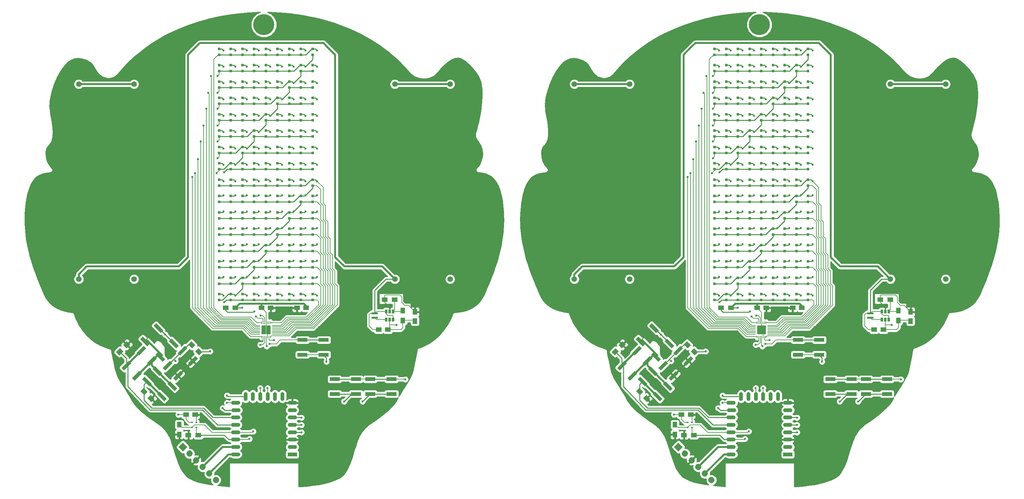
<source format=gtl>
%MOIN*%
%OFA0B0*%
%FSLAX46Y46*%
%IPPOS*%
%LPD*%
%ADD10C,0.0039370078740157488*%
%ADD11C,0.059055118110236227*%
%ADD12R,0.031496062992125991X0.031496062992125991*%
%ADD13R,0.059055118110236227X0.049212598425196853*%
%ADD14R,0.059055118110236227X0.051181102362204731*%
%ADD15C,0.066929133858267723*%
%ADD16C,0.22440944881889766*%
%ADD17R,0.0984251968503937X0.043307086614173235*%
%ADD18O,0.0984251968503937X0.043307086614173235*%
%ADD19O,0.043307086614173235X0.094488188976377951*%
%ADD20R,0.051181102362204731X0.059055118110236227*%
%ADD21R,0.0078740157480314977X0.031496062992125991*%
%ADD22R,0.031496062992125991X0.0078740157480314977*%
%ADD23R,0.047244094488188976X0.047244094488188976*%
%ADD24R,0.023622047244094488X0.017716535433070866*%
%ADD25R,0.10826771653543307X0.03937007874015748*%
%ADD26R,0.025590551181102365X0.041732283464566935*%
%ADD27R,0.049212598425196853X0.059055118110236227*%
%ADD28R,0.070866141732283464X0.023622047244094488*%
%ADD29C,0.023622047244094488*%
%ADD30C,0.00984251968503937*%
%ADD31C,0.0066929133858267724*%
%ADD32C,0.0078740157480314977*%
%ADD33C,0.01968503937007874*%
%ADD34C,0.01*%
%ADD45C,0.0039370078740157488*%
%ADD46C,0.059055118110236227*%
%ADD47R,0.031496062992125991X0.031496062992125991*%
%ADD48R,0.059055118110236227X0.049212598425196853*%
%ADD49R,0.059055118110236227X0.051181102362204731*%
%ADD50C,0.066929133858267723*%
%ADD51C,0.22440944881889766*%
%ADD52R,0.0984251968503937X0.043307086614173235*%
%ADD53O,0.0984251968503937X0.043307086614173235*%
%ADD54O,0.043307086614173235X0.094488188976377951*%
%ADD55R,0.051181102362204731X0.059055118110236227*%
%ADD56R,0.0078740157480314977X0.031496062992125991*%
%ADD57R,0.031496062992125991X0.0078740157480314977*%
%ADD58R,0.047244094488188976X0.047244094488188976*%
%ADD59R,0.023622047244094488X0.017716535433070866*%
%ADD60R,0.10826771653543307X0.03937007874015748*%
%ADD61R,0.025590551181102365X0.041732283464566935*%
%ADD62R,0.049212598425196853X0.059055118110236227*%
%ADD63R,0.070866141732283464X0.023622047244094488*%
%ADD64C,0.023622047244094488*%
%ADD65C,0.00984251968503937*%
%ADD66C,0.0066929133858267724*%
%ADD67C,0.0078740157480314977*%
%ADD68C,0.01968503937007874*%
%ADD69C,0.01*%
%LPD*%
G01*
D10*
G36*
X0001842479Y0001813960D02*
X0001870318Y0001841798D01*
X0001946875Y0001765242D01*
X0001919036Y0001737403D01*
X0001842479Y0001813960D01*
X0001842479Y0001813960D01*
G37*
G36*
X0001677450Y0001978988D02*
X0001705289Y0002006827D01*
X0001781846Y0001930270D01*
X0001754007Y0001902431D01*
X0001677450Y0001978988D01*
X0001677450Y0001978988D01*
G37*
G36*
X0001533802Y0001835340D02*
X0001561641Y0001863179D01*
X0001638197Y0001786622D01*
X0001610359Y0001758783D01*
X0001533802Y0001835340D01*
X0001533802Y0001835340D01*
G37*
G36*
X0001698830Y0001670311D02*
X0001726669Y0001698150D01*
X0001803226Y0001621593D01*
X0001775387Y0001593754D01*
X0001698830Y0001670311D01*
X0001698830Y0001670311D01*
G37*
D11*
X0004257401Y0004564566D03*
X0004847952Y0004564566D03*
X0004847952Y0002477952D03*
X0004257401Y0002477952D03*
X0000877401Y0004564566D03*
X0001467952Y0004564566D03*
X0001467952Y0002477952D03*
X0000877401Y0002477952D03*
D12*
X0003377086Y0004879094D03*
X0003377086Y0004942086D03*
X0003377086Y0004704094D03*
X0003377086Y0004767086D03*
X0003377086Y0004529094D03*
X0003377086Y0004592086D03*
X0003377086Y0004354094D03*
X0003377086Y0004417086D03*
X0003377086Y0004179094D03*
X0003377086Y0004242086D03*
X0003377086Y0004004094D03*
X0003377086Y0004067086D03*
X0003377086Y0003829094D03*
X0003377086Y0003892086D03*
X0003377086Y0003654094D03*
X0003377086Y0003717086D03*
X0003377086Y0003479094D03*
X0003377086Y0003542086D03*
X0003377086Y0003304094D03*
X0003377086Y0003367086D03*
X0003377086Y0003129094D03*
X0003377086Y0003192086D03*
X0003377086Y0002954094D03*
X0003377086Y0003017086D03*
X0003377086Y0002779094D03*
X0003377086Y0002842086D03*
X0003377086Y0002604094D03*
X0003377086Y0002667086D03*
X0003377086Y0002429094D03*
X0003377086Y0002492086D03*
X0003377086Y0002254094D03*
X0003377086Y0002317086D03*
D13*
X0003210964Y0002170452D03*
X0003309389Y0002170452D03*
D12*
X0003252086Y0004879094D03*
X0003252086Y0004942086D03*
X0003252086Y0004704094D03*
X0003252086Y0004767086D03*
X0003252086Y0004529094D03*
X0003252086Y0004592086D03*
X0003252086Y0004354094D03*
X0003252086Y0004417086D03*
X0003252086Y0004179094D03*
X0003252086Y0004242086D03*
X0003252086Y0004004094D03*
X0003252086Y0004067086D03*
X0003252086Y0003829094D03*
X0003252086Y0003892086D03*
X0003252086Y0003654094D03*
X0003252086Y0003717086D03*
X0003252086Y0003479094D03*
X0003252086Y0003542086D03*
X0003252086Y0003304094D03*
X0003252086Y0003367086D03*
X0003252086Y0003129094D03*
X0003252086Y0003192086D03*
X0003252086Y0002954094D03*
X0003252086Y0003017086D03*
X0003252086Y0002779094D03*
X0003252086Y0002842086D03*
X0003252086Y0002604094D03*
X0003252086Y0002667086D03*
X0003252086Y0002429094D03*
X0003252086Y0002492086D03*
X0003252086Y0002254094D03*
X0003252086Y0002317086D03*
D13*
X0002929389Y0002170452D03*
X0002830964Y0002170452D03*
D12*
X0003127086Y0004879094D03*
X0003127086Y0004942086D03*
X0003127086Y0004704094D03*
X0003127086Y0004767086D03*
X0003127086Y0004529094D03*
X0003127086Y0004592086D03*
X0003127086Y0004354094D03*
X0003127086Y0004417086D03*
X0003127086Y0004179094D03*
X0003127086Y0004242086D03*
X0003127086Y0004004094D03*
X0003127086Y0004067086D03*
X0003127086Y0003829094D03*
X0003127086Y0003892086D03*
X0003127086Y0003654094D03*
X0003127086Y0003717086D03*
X0003127086Y0003479094D03*
X0003127086Y0003542086D03*
X0003127086Y0003304094D03*
X0003127086Y0003367086D03*
X0003127086Y0003129094D03*
X0003127086Y0003192086D03*
X0003127086Y0002954094D03*
X0003127086Y0003017086D03*
X0003127086Y0002779094D03*
X0003127086Y0002842086D03*
X0003127086Y0002604094D03*
X0003127086Y0002667086D03*
X0003127086Y0002429094D03*
X0003127086Y0002492086D03*
X0003127086Y0002254094D03*
X0003127086Y0002317086D03*
X0003002086Y0004879094D03*
X0003002086Y0004942086D03*
X0003002086Y0004704094D03*
X0003002086Y0004767086D03*
X0003002086Y0004529094D03*
X0003002086Y0004592086D03*
X0003002086Y0004354094D03*
X0003002086Y0004417086D03*
X0003002086Y0004179094D03*
X0003002086Y0004242086D03*
X0003002086Y0004004094D03*
X0003002086Y0004067086D03*
X0003002086Y0003829094D03*
X0003002086Y0003892086D03*
X0003002086Y0003654094D03*
X0003002086Y0003717086D03*
X0003002086Y0003479094D03*
X0003002086Y0003542086D03*
X0003002086Y0003304094D03*
X0003002086Y0003367086D03*
X0003002086Y0003129094D03*
X0003002086Y0003192086D03*
X0003002086Y0002954094D03*
X0003002086Y0003017086D03*
X0003002086Y0002779094D03*
X0003002086Y0002842086D03*
X0003002086Y0002604094D03*
X0003002086Y0002667086D03*
X0003002086Y0002429094D03*
X0003002086Y0002492086D03*
X0003002086Y0002254094D03*
X0003002086Y0002317086D03*
X0002877086Y0004879094D03*
X0002877086Y0004942086D03*
X0002877086Y0004704094D03*
X0002877086Y0004767086D03*
X0002877086Y0004529094D03*
X0002877086Y0004592086D03*
X0002877086Y0004354094D03*
X0002877086Y0004417086D03*
X0002877086Y0004179094D03*
X0002877086Y0004242086D03*
X0002877086Y0004004094D03*
X0002877086Y0004067086D03*
X0002877086Y0003829094D03*
X0002877086Y0003892086D03*
X0002877086Y0003654094D03*
X0002877086Y0003717086D03*
X0002877086Y0003479094D03*
X0002877086Y0003542086D03*
X0002877086Y0003304094D03*
X0002877086Y0003367086D03*
X0002877086Y0003129094D03*
X0002877086Y0003192086D03*
X0002877086Y0002954094D03*
X0002877086Y0003017086D03*
X0002877086Y0002779094D03*
X0002877086Y0002842086D03*
X0002877086Y0002604094D03*
X0002877086Y0002667086D03*
X0002877086Y0002429094D03*
X0002877086Y0002492086D03*
X0002877086Y0002254094D03*
X0002877086Y0002317086D03*
X0002752086Y0004879094D03*
X0002752086Y0004942086D03*
X0002752086Y0004704094D03*
X0002752086Y0004767086D03*
X0002752086Y0004529094D03*
X0002752086Y0004592086D03*
X0002752086Y0004354094D03*
X0002752086Y0004417086D03*
X0002752086Y0004179094D03*
X0002752086Y0004242086D03*
X0002752086Y0004004094D03*
X0002752086Y0004067086D03*
X0002752086Y0003829094D03*
X0002752086Y0003892086D03*
X0002752086Y0003654094D03*
X0002752086Y0003717086D03*
X0002752086Y0003479094D03*
X0002752086Y0003542086D03*
X0002752086Y0003304094D03*
X0002752086Y0003367086D03*
X0002752086Y0003129094D03*
X0002752086Y0003192086D03*
X0002752086Y0002954094D03*
X0002752086Y0003017086D03*
X0002752086Y0002779094D03*
X0002752086Y0002842086D03*
X0002752086Y0002604094D03*
X0002752086Y0002667086D03*
X0002752086Y0002429094D03*
X0002752086Y0002492086D03*
X0002752086Y0002254094D03*
X0002752086Y0002317086D03*
X0002627086Y0004879094D03*
X0002627086Y0004942086D03*
X0002627086Y0004704094D03*
X0002627086Y0004767086D03*
X0002627086Y0004529094D03*
X0002627086Y0004592086D03*
X0002627086Y0004354094D03*
X0002627086Y0004417086D03*
X0002627086Y0004179094D03*
X0002627086Y0004242086D03*
X0002627086Y0004004094D03*
X0002627086Y0004067086D03*
X0002627086Y0003829094D03*
X0002627086Y0003892086D03*
X0002627086Y0003654094D03*
X0002627086Y0003717086D03*
X0002627086Y0003479094D03*
X0002627086Y0003542086D03*
X0002627086Y0003304094D03*
X0002627086Y0003367086D03*
X0002627086Y0003129094D03*
X0002627086Y0003192086D03*
X0002627086Y0002954094D03*
X0002627086Y0003017086D03*
X0002627086Y0002779094D03*
X0002627086Y0002842086D03*
X0002627086Y0002604094D03*
X0002627086Y0002667086D03*
X0002627086Y0002429094D03*
X0002627086Y0002492086D03*
X0002627086Y0002254094D03*
X0002627086Y0002317086D03*
X0002502086Y0004879094D03*
X0002502086Y0004942086D03*
X0002502086Y0004704094D03*
X0002502086Y0004767086D03*
X0002502086Y0004529094D03*
X0002502086Y0004592086D03*
X0002502086Y0004354094D03*
X0002502086Y0004417086D03*
X0002502086Y0004179094D03*
X0002502086Y0004242086D03*
X0002502086Y0004004094D03*
X0002502086Y0004067086D03*
X0002502086Y0003829094D03*
X0002502086Y0003892086D03*
X0002502086Y0003654094D03*
X0002502086Y0003717086D03*
X0002502086Y0003479094D03*
X0002502086Y0003542086D03*
X0002502086Y0003304094D03*
X0002502086Y0003367086D03*
X0002502086Y0003129094D03*
X0002502086Y0003192086D03*
X0002502086Y0002954094D03*
X0002502086Y0003017086D03*
X0002502086Y0002779094D03*
X0002502086Y0002842086D03*
X0002502086Y0002604094D03*
X0002502086Y0002667086D03*
X0002502086Y0002429094D03*
X0002502086Y0002492086D03*
X0002502086Y0002254094D03*
X0002502086Y0002317086D03*
X0002377086Y0004879094D03*
X0002377086Y0004942086D03*
X0002377086Y0004704094D03*
X0002377086Y0004767086D03*
X0002377086Y0004529094D03*
X0002377086Y0004592086D03*
X0002377086Y0004354094D03*
X0002377086Y0004417086D03*
X0002377086Y0004179094D03*
X0002377086Y0004242086D03*
X0002377086Y0004004094D03*
X0002377086Y0004067086D03*
X0002377086Y0003829094D03*
X0002377086Y0003892086D03*
X0002377086Y0003654094D03*
X0002377086Y0003717086D03*
X0002377086Y0003479094D03*
X0002377086Y0003542086D03*
X0002377086Y0003304094D03*
X0002377086Y0003367086D03*
X0002377086Y0003129094D03*
X0002377086Y0003192086D03*
X0002377086Y0002954094D03*
X0002377086Y0003017086D03*
X0002377086Y0002779094D03*
X0002377086Y0002842086D03*
X0002377086Y0002604094D03*
X0002377086Y0002667086D03*
X0002377086Y0002429094D03*
X0002377086Y0002492086D03*
X0002377086Y0002254094D03*
X0002377086Y0002317086D03*
D14*
X0002447027Y0002170452D03*
X0002553326Y0002170452D03*
D10*
G36*
X0001990157Y0000633776D02*
X0001942831Y0000681102D01*
X0001990157Y0000728428D01*
X0002037483Y0000681102D01*
X0001990157Y0000633776D01*
X0001990157Y0000633776D01*
G37*
D15*
X0002060868Y0000610391D02*
X0002060868Y0000610391D01*
X0002131578Y0000539681D02*
X0002131578Y0000539681D01*
X0002202289Y0000468970D02*
X0002202289Y0000468970D01*
X0002273000Y0000398259D02*
X0002273000Y0000398259D01*
X0002343710Y0000327548D02*
X0002343710Y0000327548D01*
D16*
X0002856299Y0005200787D03*
D17*
X0003160236Y0000602952D03*
D18*
X0003160236Y0000681692D03*
X0003160236Y0000760433D03*
X0003160236Y0000839173D03*
X0003160236Y0000917913D03*
X0003160236Y0000996653D03*
X0003160236Y0001075393D03*
X0003160236Y0001154133D03*
X0002553936Y0001154133D03*
X0002557873Y0001075393D03*
X0002553936Y0000996653D03*
X0002553936Y0000917913D03*
X0002553936Y0000839173D03*
X0002553936Y0000760433D03*
X0002553936Y0000681692D03*
X0002553936Y0000602952D03*
D19*
X0003054330Y0001223031D03*
X0002975590Y0001223031D03*
X0002896850Y0001223031D03*
X0002818110Y0001223031D03*
X0002739370Y0001223031D03*
X0002660629Y0001223031D03*
D13*
X0002023464Y0001027952D03*
X0002121889Y0001027952D03*
D14*
X0002049527Y0000807952D03*
X0002155826Y0000807952D03*
D20*
X0001952677Y0000814803D03*
X0001952677Y0000921102D03*
D21*
X0002832933Y0001858681D03*
X0002848681Y0001858681D03*
X0002864429Y0001858681D03*
X0002880177Y0001858681D03*
X0002895925Y0001858681D03*
X0002911673Y0001858681D03*
X0002927421Y0001858681D03*
D22*
X0002956948Y0001888208D03*
X0002956948Y0001903956D03*
X0002956948Y0001919704D03*
X0002956948Y0001935452D03*
X0002956948Y0001951200D03*
X0002956948Y0001966948D03*
X0002956948Y0001982696D03*
D21*
X0002927421Y0002012224D03*
X0002911673Y0002012224D03*
X0002895925Y0002012224D03*
X0002880177Y0002012224D03*
X0002864429Y0002012224D03*
X0002848681Y0002012224D03*
X0002832933Y0002012224D03*
D22*
X0002803405Y0001982696D03*
X0002803405Y0001966948D03*
X0002803405Y0001951200D03*
X0002803405Y0001935452D03*
X0002803405Y0001919704D03*
X0002803405Y0001903956D03*
X0002803405Y0001888208D03*
D23*
X0002903799Y0001959074D03*
X0002856555Y0001959074D03*
X0002903799Y0001911830D03*
X0002856555Y0001911830D03*
D24*
X0002136299Y0000945511D03*
X0002089055Y0000945511D03*
X0002089055Y0000890393D03*
X0002136299Y0000890393D03*
D10*
G36*
X0002199233Y0001697586D02*
X0002163043Y0001661395D01*
X0002121285Y0001703154D01*
X0002157475Y0001739344D01*
X0002199233Y0001697586D01*
X0002199233Y0001697586D01*
G37*
G36*
X0002124069Y0001772751D02*
X0002087878Y0001736560D01*
X0002046120Y0001778319D01*
X0002082310Y0001814509D01*
X0002124069Y0001772751D01*
X0002124069Y0001772751D01*
G37*
G36*
X0001312310Y0001661395D02*
X0001276120Y0001697586D01*
X0001317878Y0001739344D01*
X0001354069Y0001703154D01*
X0001312310Y0001661395D01*
X0001312310Y0001661395D01*
G37*
G36*
X0001387475Y0001736560D02*
X0001351285Y0001772751D01*
X0001393043Y0001814509D01*
X0001429233Y0001778319D01*
X0001387475Y0001736560D01*
X0001387475Y0001736560D01*
G37*
G36*
X0001536120Y0001278319D02*
X0001572310Y0001314509D01*
X0001614069Y0001272751D01*
X0001577878Y0001236560D01*
X0001536120Y0001278319D01*
X0001536120Y0001278319D01*
G37*
G36*
X0001611285Y0001203154D02*
X0001647475Y0001239344D01*
X0001689233Y0001197586D01*
X0001653043Y0001161395D01*
X0001611285Y0001203154D01*
X0001611285Y0001203154D01*
G37*
D25*
X0003269291Y0001669212D03*
X0003496062Y0001669212D03*
X0003496062Y0001826692D03*
X0003269291Y0001826692D03*
D10*
G36*
X0001962537Y0001494297D02*
X0001990376Y0001466458D01*
X0001913819Y0001389901D01*
X0001885981Y0001417740D01*
X0001962537Y0001494297D01*
X0001962537Y0001494297D01*
G37*
G36*
X0002122889Y0001654648D02*
X0002150728Y0001626809D01*
X0002074171Y0001550253D01*
X0002046332Y0001578091D01*
X0002122889Y0001654648D01*
X0002122889Y0001654648D01*
G37*
G36*
X0002011534Y0001766004D02*
X0002039373Y0001738165D01*
X0001962816Y0001661608D01*
X0001934977Y0001689447D01*
X0002011534Y0001766004D01*
X0002011534Y0001766004D01*
G37*
G36*
X0001851182Y0001605652D02*
X0001879021Y0001577813D01*
X0001802464Y0001501256D01*
X0001774625Y0001529095D01*
X0001851182Y0001605652D01*
X0001851182Y0001605652D01*
G37*
G36*
X0001522816Y0001661608D02*
X0001494977Y0001689447D01*
X0001571534Y0001766004D01*
X0001599373Y0001738165D01*
X0001522816Y0001661608D01*
X0001522816Y0001661608D01*
G37*
G36*
X0001362464Y0001501256D02*
X0001334625Y0001529095D01*
X0001411182Y0001605652D01*
X0001439021Y0001577813D01*
X0001362464Y0001501256D01*
X0001362464Y0001501256D01*
G37*
G36*
X0001473819Y0001389901D02*
X0001445981Y0001417740D01*
X0001522537Y0001494297D01*
X0001550376Y0001466458D01*
X0001473819Y0001389901D01*
X0001473819Y0001389901D01*
G37*
G36*
X0001634171Y0001550253D02*
X0001606332Y0001578091D01*
X0001682889Y0001654648D01*
X0001710728Y0001626809D01*
X0001634171Y0001550253D01*
X0001634171Y0001550253D01*
G37*
G36*
X0001659021Y0001358091D02*
X0001631182Y0001330253D01*
X0001554625Y0001406809D01*
X0001582464Y0001434648D01*
X0001659021Y0001358091D01*
X0001659021Y0001358091D01*
G37*
G36*
X0001819373Y0001197740D02*
X0001791534Y0001169901D01*
X0001714977Y0001246458D01*
X0001742816Y0001274296D01*
X0001819373Y0001197740D01*
X0001819373Y0001197740D01*
G37*
G36*
X0001930728Y0001309095D02*
X0001902889Y0001281256D01*
X0001826332Y0001357813D01*
X0001854171Y0001385652D01*
X0001930728Y0001309095D01*
X0001930728Y0001309095D01*
G37*
G36*
X0001770376Y0001469447D02*
X0001742537Y0001441608D01*
X0001665981Y0001518165D01*
X0001693819Y0001546004D01*
X0001770376Y0001469447D01*
X0001770376Y0001469447D01*
G37*
D25*
X0003614291Y0001249212D03*
X0003841062Y0001249212D03*
X0003841062Y0001406692D03*
X0003614291Y0001406692D03*
X0003994291Y0001249212D03*
X0004221062Y0001249212D03*
X0004221062Y0001406692D03*
X0003994291Y0001406692D03*
D26*
X0004165275Y0002044645D03*
X0004202677Y0002044645D03*
X0004240078Y0002044645D03*
X0004240078Y0002131259D03*
X0004165275Y0002131259D03*
X0004202677Y0002131259D03*
D13*
X0004181889Y0001937952D03*
X0004083464Y0001937952D03*
D27*
X0004472677Y0002028740D03*
X0004472677Y0002127165D03*
D28*
X0004042677Y0002063346D03*
X0004042677Y0002112559D03*
D14*
X0004149527Y0002257952D03*
X0004255826Y0002257952D03*
D20*
X0004342677Y0002034803D03*
X0004342677Y0002141102D03*
D29*
X0001651574Y0001885826D03*
X0002281496Y0001704724D03*
X0002462598Y0001153543D03*
X0001942913Y0001027559D03*
X0004368110Y0001405511D03*
X0002919291Y0001783464D03*
X0002624677Y0002169952D03*
X0004273622Y0001988188D03*
X0003911417Y0001169291D03*
X0003257873Y0000838582D03*
X0003714566Y0001169291D03*
X0003257873Y0000917322D03*
X0003100393Y0002161417D03*
X0003446850Y0001964566D03*
X0002202755Y0001153543D03*
X0002202755Y0001003937D03*
X0002360177Y0004650452D03*
X0002290177Y0004650452D03*
X0003300177Y0004750452D03*
X0003300177Y0004575452D03*
X0003300177Y0004400452D03*
X0003300177Y0004225452D03*
X0003300177Y0004050452D03*
X0003300177Y0003875452D03*
X0003300177Y0003700452D03*
X0003300177Y0004925452D03*
X0003425177Y0004750452D03*
X0003425177Y0004575452D03*
X0003425177Y0004400452D03*
X0003425177Y0004225452D03*
X0003425177Y0004050452D03*
X0003425177Y0003875452D03*
X0003425177Y0003700452D03*
X0003425177Y0004925452D03*
X0002260177Y0004470452D03*
X0002360177Y0004470452D03*
X0003175177Y0004750452D03*
X0003175177Y0004575452D03*
X0003175177Y0004400452D03*
X0003175177Y0004225452D03*
X0003175177Y0004050452D03*
X0003175177Y0003875452D03*
X0003175177Y0003700452D03*
X0003175177Y0004925452D03*
X0002360177Y0004300452D03*
X0002240177Y0004300452D03*
X0003050177Y0004750452D03*
X0003050177Y0004575452D03*
X0003050177Y0004400452D03*
X0003050177Y0004225452D03*
X0003050177Y0004050452D03*
X0003050177Y0003875452D03*
X0003050177Y0003700452D03*
X0003050177Y0004925452D03*
X0002360177Y0004120452D03*
X0002210177Y0004120452D03*
X0002925177Y0004750452D03*
X0002925177Y0004575452D03*
X0002925177Y0004400452D03*
X0002925177Y0004225452D03*
X0002925177Y0004050452D03*
X0002925177Y0003875452D03*
X0002925177Y0003700452D03*
X0002925177Y0004925452D03*
X0002360177Y0003950452D03*
X0002180177Y0003950452D03*
X0002800177Y0004750452D03*
X0002800177Y0004575452D03*
X0002800177Y0004400452D03*
X0002800177Y0004225452D03*
X0002800177Y0004050452D03*
X0002800177Y0003875452D03*
X0002800177Y0003700452D03*
X0002800177Y0004925452D03*
X0002360177Y0003770452D03*
X0002150177Y0003760452D03*
X0002675177Y0004750452D03*
X0002675177Y0004575452D03*
X0002675177Y0004400452D03*
X0002675177Y0004225452D03*
X0002675177Y0004050452D03*
X0002675177Y0003875452D03*
X0002675177Y0003700452D03*
X0002675177Y0004925452D03*
X0002350177Y0003610452D03*
X0002120177Y0003610452D03*
X0002550177Y0004750452D03*
X0002550177Y0004575452D03*
X0002550177Y0004400452D03*
X0002550177Y0004225452D03*
X0002550177Y0004050452D03*
X0002550177Y0003875452D03*
X0002550177Y0003700452D03*
X0002550177Y0004925452D03*
X0002090177Y0003570452D03*
X0002430177Y0003620452D03*
X0002425177Y0004750452D03*
X0002425177Y0004575452D03*
X0002425177Y0004400452D03*
X0002425177Y0004225452D03*
X0002425177Y0004050452D03*
X0002425177Y0003875452D03*
X0002425177Y0003700452D03*
X0002425177Y0004925452D03*
X0003300177Y0003375452D03*
X0003300177Y0003200452D03*
X0003300177Y0003025452D03*
X0003300177Y0002850452D03*
X0003300177Y0002675452D03*
X0003300177Y0002500452D03*
X0003300177Y0003525452D03*
X0003300177Y0002300452D03*
X0003425177Y0003375452D03*
X0003425177Y0003200452D03*
X0003425177Y0003025452D03*
X0003425177Y0002850452D03*
X0003425177Y0002675452D03*
X0003425177Y0002500452D03*
X0003425177Y0002300452D03*
X0003425177Y0003525452D03*
X0003175177Y0003375452D03*
X0003175177Y0003200452D03*
X0003175177Y0003025452D03*
X0003175177Y0002850452D03*
X0003175177Y0002675452D03*
X0003175177Y0002500452D03*
X0003175177Y0003525452D03*
X0003175177Y0002300452D03*
X0003050177Y0003375452D03*
X0003050177Y0003200452D03*
X0003050177Y0003025452D03*
X0003050177Y0002850452D03*
X0003050177Y0002675452D03*
X0003050177Y0002500452D03*
X0003050177Y0003525452D03*
X0003050177Y0002300452D03*
X0002925177Y0003375452D03*
X0002925177Y0003200452D03*
X0002925177Y0003025452D03*
X0002925177Y0002850452D03*
X0002925177Y0002675452D03*
X0002925177Y0002500452D03*
X0002925177Y0003525452D03*
X0002925177Y0002300452D03*
X0002800177Y0003375452D03*
X0002800177Y0003200452D03*
X0002800177Y0003025452D03*
X0002800177Y0002850452D03*
X0002800177Y0002675452D03*
X0002800177Y0002500452D03*
X0002800177Y0003525452D03*
X0002800177Y0002300452D03*
X0002675177Y0003375452D03*
X0002675177Y0003200452D03*
X0002675177Y0003025452D03*
X0002675177Y0002850452D03*
X0002675177Y0002675452D03*
X0002675177Y0002500452D03*
X0002675177Y0003525452D03*
X0002675177Y0002300452D03*
X0002550177Y0003375452D03*
X0002550177Y0003200452D03*
X0002550177Y0003025452D03*
X0002550177Y0002850452D03*
X0002550177Y0002675452D03*
X0002550177Y0002500452D03*
X0002550177Y0002300452D03*
X0002550177Y0003525452D03*
X0002430177Y0002230452D03*
X0002425177Y0003375452D03*
X0002425177Y0003200452D03*
X0002425177Y0003025452D03*
X0002425177Y0002850452D03*
X0002425177Y0002675452D03*
X0002425177Y0002500452D03*
X0002425177Y0002300452D03*
X0002425177Y0003525452D03*
X0002772677Y0002077952D03*
X0002702677Y0000767952D03*
X0002742677Y0000847952D03*
X0002822677Y0002087952D03*
X0002755905Y0002129921D03*
X0002965177Y0001825452D03*
X0001911417Y0001602362D03*
X0002415354Y0001098425D03*
X0003525590Y0001594488D03*
X0003257873Y0000996062D03*
X0001801181Y0001885826D03*
X0002462598Y0001232283D03*
X0002895669Y0001311023D03*
X0002887795Y0001759842D03*
X0002816929Y0001311023D03*
X0002816929Y0001775590D03*
D30*
X0001586000Y0001810981D02*
X0001586000Y0001820252D01*
X0001586000Y0001820252D02*
X0001651574Y0001885826D01*
X0001658530Y0001602450D02*
X0001651486Y0001602450D01*
X0002160259Y0001700370D02*
X0002277141Y0001700370D01*
X0002277141Y0001700370D02*
X0002281496Y0001704724D01*
D31*
X0002581496Y0001154133D02*
X0002471062Y0001154133D01*
X0002470472Y0001153543D02*
X0002462598Y0001153543D01*
X0002471062Y0001154133D02*
X0002470472Y0001153543D01*
D30*
X0003269291Y0001826692D02*
X0003496062Y0001826692D01*
D32*
X0003841062Y0001406692D02*
X0003994291Y0001406692D01*
D31*
X0002023464Y0001027952D02*
X0001943307Y0001027952D01*
X0001943307Y0001027952D02*
X0001942913Y0001027559D01*
X0002089055Y0000945511D02*
X0002056456Y0000945511D01*
X0002023464Y0000978503D02*
X0002023464Y0001027952D01*
X0002056456Y0000945511D02*
X0002023464Y0000978503D01*
X0004221062Y0001406692D02*
X0004366929Y0001406692D01*
X0004366929Y0001406692D02*
X0004368110Y0001405511D01*
X0003269291Y0001826692D02*
X0003033385Y0001826692D01*
X0002990157Y0001783464D02*
X0002919291Y0001783464D01*
X0003033385Y0001826692D02*
X0002990157Y0001783464D01*
X0002919291Y0001783464D02*
X0002927165Y0001783464D01*
D30*
X0002553326Y0002170452D02*
X0002626177Y0002170452D01*
X0002625677Y0002169952D02*
X0002624677Y0002169952D01*
X0002626177Y0002170452D02*
X0002625677Y0002169952D01*
D31*
X0002880177Y0002012224D02*
X0002880177Y0002121240D01*
X0002880177Y0002121240D02*
X0002830964Y0002170452D01*
D30*
X0003994291Y0001406692D02*
X0004221062Y0001406692D01*
X0003614291Y0001406692D02*
X0003841062Y0001406692D01*
D33*
X0001878530Y0001333454D02*
X0001782851Y0001429133D01*
X0001782851Y0001429133D02*
X0001718178Y0001493806D01*
X0001606823Y0001822450D02*
X0001767175Y0001662099D01*
X0001498178Y0001442099D02*
X0001658530Y0001602450D01*
X0001658530Y0001602450D02*
X0001658530Y0001553454D01*
X0001658530Y0001553454D02*
X0001718178Y0001493806D01*
X0001767175Y0001662099D02*
X0001718178Y0001662099D01*
X0001718178Y0001662099D02*
X0001658530Y0001602450D01*
X0002830964Y0002170452D02*
X0002830964Y0002215452D01*
X0002830964Y0002215452D02*
X0002835177Y0002215452D01*
X0003145177Y0002215452D02*
X0002835177Y0002215452D01*
X0002835177Y0002215452D02*
X0002598326Y0002215452D01*
X0003285177Y0002215452D02*
X0003145177Y0002215452D01*
X0003309389Y0002191240D02*
X0003285177Y0002215452D01*
X0002598326Y0002215452D02*
X0002553326Y0002170452D01*
X0003309389Y0002170452D02*
X0003309389Y0002191240D01*
D31*
X0002856555Y0001911830D02*
X0002856555Y0001959074D01*
X0002903799Y0001911830D02*
X0002856555Y0001911830D01*
X0002895925Y0001858681D02*
X0002895925Y0001903956D01*
X0002895925Y0001903956D02*
X0002903799Y0001911830D01*
X0002880177Y0002012224D02*
X0002880177Y0001982696D01*
X0002880177Y0001982696D02*
X0002903799Y0001959074D01*
X0004202677Y0002044645D02*
X0004202677Y0001988267D01*
X0004202755Y0001988188D02*
X0004273622Y0001988188D01*
X0004202677Y0001988267D02*
X0004202755Y0001988188D01*
D32*
X0004181889Y0001937952D02*
X0004322677Y0001937952D01*
X0004342677Y0001957952D02*
X0004342677Y0002034803D01*
X0004322677Y0001937952D02*
X0004342677Y0001957952D01*
X0004462677Y0002038740D02*
X0004346614Y0002038740D01*
X0004346614Y0002038740D02*
X0004342677Y0002034803D01*
X0004202677Y0002044645D02*
X0004202677Y0001958740D01*
X0004202677Y0001958740D02*
X0004181889Y0001937952D01*
X0004202677Y0001958740D02*
X0004181889Y0001937952D01*
D30*
X0003132677Y0000839173D02*
X0003257283Y0000839173D01*
X0003911417Y0001169291D02*
X0003991338Y0001249212D01*
X0003257283Y0000839173D02*
X0003257873Y0000838582D01*
X0003991338Y0001249212D02*
X0003994291Y0001249212D01*
X0003994291Y0001249212D02*
X0004221062Y0001249212D01*
X0003132677Y0000917913D02*
X0003257283Y0000917913D01*
X0003714566Y0001169291D02*
X0003794488Y0001249212D01*
X0003257283Y0000917913D02*
X0003257873Y0000917322D01*
X0003794488Y0001249212D02*
X0003841062Y0001249212D01*
X0003614291Y0001249212D02*
X0003841062Y0001249212D01*
D31*
X0003446850Y0001964566D02*
X0003450236Y0001967952D01*
X0003450236Y0001967952D02*
X0003446850Y0001964566D01*
X0002178740Y0001027952D02*
X0002202755Y0001003937D01*
X0002178740Y0001027952D02*
X0002121889Y0001027952D01*
D30*
X0002612204Y0001901574D02*
X0002706692Y0001807086D01*
X0002706692Y0001807086D02*
X0002761810Y0001807086D01*
D31*
X0002832677Y0001807086D02*
X0002761810Y0001807086D01*
X0002761810Y0001807086D02*
X0002706692Y0001807086D01*
X0002848681Y0001858681D02*
X0002848681Y0001823090D01*
X0002848681Y0001823090D02*
X0002832677Y0001807086D01*
X0002929389Y0002170452D02*
X0003091358Y0002170452D01*
X0003091358Y0002170452D02*
X0003100393Y0002161417D01*
X0002848681Y0001815216D02*
X0002840551Y0001807086D01*
X0002840551Y0001807086D02*
X0002832677Y0001807086D01*
X0002848681Y0001858681D02*
X0002848681Y0001815216D01*
X0002848681Y0001823090D02*
X0002832677Y0001807086D01*
X0002098530Y0001602450D02*
X0002100304Y0001602450D01*
X0002136299Y0000945511D02*
X0002136299Y0001013543D01*
X0002136299Y0001013543D02*
X0002121889Y0001027952D01*
X0003210964Y0002170452D02*
X0003109429Y0002170452D01*
X0003109429Y0002170452D02*
X0003100393Y0002161417D01*
X0002042677Y0000814803D02*
X0002049527Y0000807952D01*
X0002911673Y0002152736D02*
X0002929389Y0002170452D01*
D33*
X0002098530Y0001602450D02*
X0001938178Y0001442099D01*
D32*
X0004149527Y0002257952D02*
X0004149527Y0002304803D01*
X0004401889Y0002197952D02*
X0004462677Y0002137165D01*
X0004362677Y0002197952D02*
X0004401889Y0002197952D01*
X0004332677Y0002227952D02*
X0004362677Y0002197952D01*
X0004332677Y0002287952D02*
X0004332677Y0002227952D01*
X0004312677Y0002307952D02*
X0004332677Y0002287952D01*
X0004152677Y0002307952D02*
X0004312677Y0002307952D01*
X0004149527Y0002304803D02*
X0004152677Y0002307952D01*
X0004149527Y0002257952D02*
X0004149527Y0002231102D01*
X0004202677Y0002177952D02*
X0004202677Y0002131259D01*
X0004149527Y0002231102D02*
X0004202677Y0002177952D01*
D31*
X0002377086Y0004667362D02*
X0002360177Y0004650452D01*
X0002377086Y0004704094D02*
X0002377086Y0004667362D01*
X0002295177Y0004645452D02*
X0002290177Y0004650452D01*
X0002409960Y0002055669D02*
X0002700393Y0002055669D01*
X0002409960Y0002055669D02*
X0002295177Y0002170452D01*
X0002295177Y0002170452D02*
X0002295177Y0004645452D01*
X0002803405Y0001982696D02*
X0002773366Y0001982696D01*
X0002773366Y0001982696D02*
X0002700393Y0002055669D01*
X0002700393Y0002055669D02*
X0002700177Y0002055885D01*
D30*
X0003252086Y0004767086D02*
X0003241810Y0004767086D01*
X0003241810Y0004767086D02*
X0003178818Y0004704094D01*
X0003178818Y0004704094D02*
X0003127086Y0004704094D01*
X0003377086Y0004879094D02*
X0003377086Y0004827362D01*
X0003377086Y0004827362D02*
X0003300177Y0004750452D01*
X0003252086Y0004767086D02*
X0003283543Y0004767086D01*
X0003283543Y0004767086D02*
X0003300177Y0004750452D01*
X0003252086Y0004592086D02*
X0003283543Y0004592086D01*
X0003283543Y0004592086D02*
X0003300177Y0004575452D01*
X0003252086Y0004417086D02*
X0003283543Y0004417086D01*
X0003283543Y0004417086D02*
X0003300177Y0004400452D01*
X0003252086Y0004242086D02*
X0003283543Y0004242086D01*
X0003283543Y0004242086D02*
X0003300177Y0004225452D01*
X0003252086Y0004067086D02*
X0003283543Y0004067086D01*
X0003283543Y0004067086D02*
X0003300177Y0004050452D01*
X0003252086Y0003892086D02*
X0003283543Y0003892086D01*
X0003283543Y0003892086D02*
X0003300177Y0003875452D01*
X0003252086Y0004942086D02*
X0003283543Y0004942086D01*
X0003283543Y0003717086D02*
X0003252086Y0003717086D01*
X0003300177Y0003700452D02*
X0003283543Y0003717086D01*
X0003283543Y0004942086D02*
X0003300177Y0004925452D01*
X0003377086Y0004879094D02*
X0003364094Y0004879094D01*
X0002502086Y0004704094D02*
X0002377086Y0004704094D01*
X0002627086Y0004704094D02*
X0002502086Y0004704094D01*
X0002627086Y0004704094D02*
X0002752086Y0004704094D01*
X0002877086Y0004704094D02*
X0002752086Y0004704094D01*
X0003002086Y0004704094D02*
X0002877086Y0004704094D01*
X0003127086Y0004704094D02*
X0003002086Y0004704094D01*
D31*
X0002720177Y0002070452D02*
X0002780177Y0002010452D01*
X0002780177Y0002010452D02*
X0002831161Y0002010452D01*
X0002831161Y0002010452D02*
X0002832933Y0002012224D01*
X0002377086Y0004879094D02*
X0002368818Y0004879094D01*
X0002368818Y0004879094D02*
X0002320177Y0004830452D01*
X0002420177Y0002070452D02*
X0002720177Y0002070452D01*
X0002320177Y0002170452D02*
X0002420177Y0002070452D01*
X0002320177Y0004830452D02*
X0002320177Y0002170452D01*
D30*
X0003377086Y0004942086D02*
X0003366810Y0004942086D01*
X0003366810Y0004942086D02*
X0003303818Y0004879094D01*
X0003303818Y0004879094D02*
X0003252086Y0004879094D01*
X0003377086Y0004767086D02*
X0003408543Y0004767086D01*
X0003408543Y0004767086D02*
X0003425177Y0004750452D01*
X0003377086Y0004592086D02*
X0003408543Y0004592086D01*
X0003408543Y0004592086D02*
X0003425177Y0004575452D01*
X0003377086Y0004417086D02*
X0003408543Y0004417086D01*
X0003408543Y0004417086D02*
X0003425177Y0004400452D01*
X0003377086Y0004242086D02*
X0003408543Y0004242086D01*
X0003408543Y0004242086D02*
X0003425177Y0004225452D01*
X0003377086Y0004067086D02*
X0003408543Y0004067086D01*
X0003408543Y0004067086D02*
X0003425177Y0004050452D01*
X0003377086Y0003892086D02*
X0003408543Y0003892086D01*
X0003408543Y0003892086D02*
X0003425177Y0003875452D01*
X0003377086Y0004942086D02*
X0003408543Y0004942086D01*
X0003408543Y0003717086D02*
X0003377086Y0003717086D01*
X0003425177Y0003700452D02*
X0003408543Y0003717086D01*
X0003408543Y0004942086D02*
X0003425177Y0004925452D01*
X0002377086Y0004879094D02*
X0002502086Y0004879094D01*
X0002502086Y0004879094D02*
X0002627086Y0004879094D01*
X0002627086Y0004879094D02*
X0002752086Y0004879094D01*
X0002752086Y0004879094D02*
X0002877086Y0004879094D01*
X0003002086Y0004879094D02*
X0002877086Y0004879094D01*
X0003127086Y0004879094D02*
X0003002086Y0004879094D01*
X0003252086Y0004879094D02*
X0003127086Y0004879094D01*
D31*
X0002270177Y0004380452D02*
X0002270177Y0002170452D01*
X0002400177Y0002040452D02*
X0002270177Y0002170452D01*
X0002803405Y0001966948D02*
X0002763681Y0001966948D01*
X0002763681Y0001966948D02*
X0002690177Y0002040452D01*
X0002690177Y0002040452D02*
X0002400177Y0002040452D01*
X0002260177Y0004470452D02*
X0002270177Y0004460452D01*
X0002270177Y0004460452D02*
X0002270177Y0004380452D01*
X0002377086Y0004487362D02*
X0002377086Y0004529094D01*
X0002377086Y0004487362D02*
X0002360177Y0004470452D01*
D30*
X0003127086Y0004592086D02*
X0003116810Y0004592086D01*
X0003116810Y0004592086D02*
X0003053818Y0004529094D01*
X0003053818Y0004529094D02*
X0003002086Y0004529094D01*
X0003252086Y0004704094D02*
X0003252086Y0004652362D01*
X0003252086Y0004652362D02*
X0003175177Y0004575452D01*
X0003127086Y0004767086D02*
X0003158543Y0004767086D01*
X0003158543Y0004767086D02*
X0003175177Y0004750452D01*
X0003127086Y0004592086D02*
X0003158543Y0004592086D01*
X0003158543Y0004592086D02*
X0003175177Y0004575452D01*
X0003127086Y0004417086D02*
X0003158543Y0004417086D01*
X0003158543Y0004417086D02*
X0003175177Y0004400452D01*
X0003127086Y0004242086D02*
X0003158543Y0004242086D01*
X0003158543Y0004242086D02*
X0003175177Y0004225452D01*
X0003127086Y0004067086D02*
X0003158543Y0004067086D01*
X0003158543Y0004067086D02*
X0003175177Y0004050452D01*
X0003127086Y0003892086D02*
X0003158543Y0003892086D01*
X0003158543Y0003892086D02*
X0003175177Y0003875452D01*
X0003127086Y0004942086D02*
X0003158543Y0004942086D01*
X0003158543Y0003717086D02*
X0003127086Y0003717086D01*
X0003175177Y0003700452D02*
X0003158543Y0003717086D01*
X0003158543Y0004942086D02*
X0003175177Y0004925452D01*
X0003252086Y0004704094D02*
X0003239094Y0004704094D01*
X0003377086Y0004704094D02*
X0003252086Y0004704094D01*
X0002502086Y0004529094D02*
X0002377086Y0004529094D01*
X0002627086Y0004529094D02*
X0002502086Y0004529094D01*
X0002752086Y0004529094D02*
X0002627086Y0004529094D01*
X0002877086Y0004529094D02*
X0002752086Y0004529094D01*
X0003002086Y0004529094D02*
X0002877086Y0004529094D01*
D31*
X0002240177Y0004060452D02*
X0002240177Y0002170452D01*
X0002384744Y0002025885D02*
X0002240177Y0002170452D01*
X0002803405Y0001951200D02*
X0002764862Y0001951200D01*
X0002755610Y0001950452D02*
X0002680177Y0002025885D01*
X0002764114Y0001950452D02*
X0002755610Y0001950452D01*
X0002764862Y0001951200D02*
X0002764114Y0001950452D01*
X0002680177Y0002025885D02*
X0002384744Y0002025885D01*
X0002377086Y0004317362D02*
X0002360177Y0004300452D01*
X0002240177Y0004300452D02*
X0002240177Y0004060452D01*
X0002377086Y0004317362D02*
X0002377086Y0004354094D01*
D30*
X0003002086Y0004417086D02*
X0002991810Y0004417086D01*
X0002991810Y0004417086D02*
X0002928818Y0004354094D01*
X0002928818Y0004354094D02*
X0002877086Y0004354094D01*
X0003127086Y0004529094D02*
X0003127086Y0004477362D01*
X0003127086Y0004477362D02*
X0003050177Y0004400452D01*
X0003002086Y0004767086D02*
X0003033543Y0004767086D01*
X0003033543Y0004767086D02*
X0003050177Y0004750452D01*
X0003002086Y0004592086D02*
X0003033543Y0004592086D01*
X0003033543Y0004592086D02*
X0003050177Y0004575452D01*
X0003002086Y0004417086D02*
X0003033543Y0004417086D01*
X0003033543Y0004417086D02*
X0003050177Y0004400452D01*
X0003002086Y0004242086D02*
X0003033543Y0004242086D01*
X0003033543Y0004242086D02*
X0003050177Y0004225452D01*
X0003002086Y0004067086D02*
X0003033543Y0004067086D01*
X0003033543Y0004067086D02*
X0003050177Y0004050452D01*
X0003002086Y0003892086D02*
X0003033543Y0003892086D01*
X0003033543Y0003892086D02*
X0003050177Y0003875452D01*
X0003002086Y0004942086D02*
X0003033543Y0004942086D01*
X0003033543Y0003717086D02*
X0003002086Y0003717086D01*
X0003050177Y0003700452D02*
X0003033543Y0003717086D01*
X0003033543Y0004942086D02*
X0003050177Y0004925452D01*
X0003127086Y0004529094D02*
X0003114094Y0004529094D01*
X0003377086Y0004529094D02*
X0003252086Y0004529094D01*
X0003252086Y0004529094D02*
X0003127086Y0004529094D01*
X0002502086Y0004354094D02*
X0002377086Y0004354094D01*
X0002627086Y0004354094D02*
X0002502086Y0004354094D01*
X0002752086Y0004354094D02*
X0002627086Y0004354094D01*
X0002877086Y0004354094D02*
X0002752086Y0004354094D01*
D31*
X0002210177Y0004010452D02*
X0002210177Y0002170452D01*
X0002369311Y0002011318D02*
X0002210177Y0002170452D01*
X0002670177Y0002011318D02*
X0002369311Y0002011318D01*
X0002377086Y0004137362D02*
X0002360177Y0004120452D01*
X0002210177Y0004120452D02*
X0002210177Y0004010452D01*
X0002377086Y0004137362D02*
X0002377086Y0004179094D01*
X0002803405Y0001935452D02*
X0002746043Y0001935452D01*
X0002746043Y0001935452D02*
X0002670177Y0002011318D01*
X0002670177Y0002011318D02*
X0002670177Y0002011318D01*
D30*
X0003252086Y0004354094D02*
X0003127086Y0004354094D01*
X0002877086Y0004242086D02*
X0002866810Y0004242086D01*
X0002866810Y0004242086D02*
X0002803818Y0004179094D01*
X0002803818Y0004179094D02*
X0002752086Y0004179094D01*
X0003002086Y0004354094D02*
X0003002086Y0004302362D01*
X0003002086Y0004302362D02*
X0002925177Y0004225452D01*
X0002877086Y0004767086D02*
X0002908543Y0004767086D01*
X0002908543Y0004767086D02*
X0002925177Y0004750452D01*
X0002877086Y0004592086D02*
X0002908543Y0004592086D01*
X0002908543Y0004592086D02*
X0002925177Y0004575452D01*
X0002877086Y0004417086D02*
X0002908543Y0004417086D01*
X0002908543Y0004417086D02*
X0002925177Y0004400452D01*
X0002877086Y0004242086D02*
X0002908543Y0004242086D01*
X0002908543Y0004242086D02*
X0002925177Y0004225452D01*
X0002877086Y0004067086D02*
X0002908543Y0004067086D01*
X0002908543Y0004067086D02*
X0002925177Y0004050452D01*
X0002877086Y0003892086D02*
X0002908543Y0003892086D01*
X0002908543Y0003892086D02*
X0002925177Y0003875452D01*
X0002877086Y0004942086D02*
X0002908543Y0004942086D01*
X0002908543Y0003717086D02*
X0002877086Y0003717086D01*
X0002925177Y0003700452D02*
X0002908543Y0003717086D01*
X0002908543Y0004942086D02*
X0002925177Y0004925452D01*
X0003002086Y0004354094D02*
X0002989094Y0004354094D01*
X0003377086Y0004354094D02*
X0003252086Y0004354094D01*
X0003252086Y0004354094D02*
X0003248444Y0004350452D01*
X0003248444Y0004350452D02*
X0003005728Y0004350452D01*
X0003005728Y0004350452D02*
X0003002086Y0004354094D01*
X0002502086Y0004179094D02*
X0002377086Y0004179094D01*
X0002627086Y0004179094D02*
X0002502086Y0004179094D01*
X0002752086Y0004179094D02*
X0002627086Y0004179094D01*
D31*
X0002180177Y0003880452D02*
X0002180177Y0002170452D01*
X0002353878Y0001996751D02*
X0002180177Y0002170452D01*
X0002803405Y0001919704D02*
X0002737224Y0001919704D01*
X0002737224Y0001919704D02*
X0002660177Y0001996751D01*
X0002660177Y0001996751D02*
X0002353878Y0001996751D01*
X0002377086Y0003967362D02*
X0002360177Y0003950452D01*
X0002180177Y0003950452D02*
X0002180177Y0003880452D01*
X0002377086Y0003967362D02*
X0002377086Y0004004094D01*
D30*
X0002752086Y0004067086D02*
X0002741810Y0004067086D01*
X0002741810Y0004067086D02*
X0002678818Y0004004094D01*
X0002678818Y0004004094D02*
X0002627086Y0004004094D01*
X0002877086Y0004179094D02*
X0002877086Y0004127362D01*
X0002877086Y0004127362D02*
X0002800177Y0004050452D01*
X0002752086Y0004767086D02*
X0002783543Y0004767086D01*
X0002783543Y0004767086D02*
X0002800177Y0004750452D01*
X0002752086Y0004592086D02*
X0002783543Y0004592086D01*
X0002783543Y0004592086D02*
X0002800177Y0004575452D01*
X0002752086Y0004417086D02*
X0002783543Y0004417086D01*
X0002783543Y0004417086D02*
X0002800177Y0004400452D01*
X0002752086Y0004242086D02*
X0002783543Y0004242086D01*
X0002783543Y0004242086D02*
X0002800177Y0004225452D01*
X0002752086Y0004067086D02*
X0002783543Y0004067086D01*
X0002783543Y0004067086D02*
X0002800177Y0004050452D01*
X0002752086Y0003892086D02*
X0002783543Y0003892086D01*
X0002783543Y0003892086D02*
X0002800177Y0003875452D01*
X0002752086Y0004942086D02*
X0002783543Y0004942086D01*
X0002783543Y0003717086D02*
X0002752086Y0003717086D01*
X0002800177Y0003700452D02*
X0002783543Y0003717086D01*
X0002783543Y0004942086D02*
X0002800177Y0004925452D01*
X0002877086Y0004179094D02*
X0002864094Y0004179094D01*
X0003252086Y0004179094D02*
X0003127086Y0004179094D01*
X0003127086Y0004179094D02*
X0003002086Y0004179094D01*
X0003002086Y0004179094D02*
X0002877086Y0004179094D01*
X0003377086Y0004179094D02*
X0003252086Y0004179094D01*
X0002502086Y0004004094D02*
X0002377086Y0004004094D01*
X0002627086Y0004004094D02*
X0002502086Y0004004094D01*
D31*
X0002150177Y0003650452D02*
X0002150177Y0002170452D01*
X0002339311Y0001981318D02*
X0002150177Y0002170452D01*
X0002651043Y0001981318D02*
X0002339311Y0001981318D01*
X0002377086Y0003787362D02*
X0002360177Y0003770452D01*
X0002150177Y0003760452D02*
X0002150177Y0003650452D01*
X0002377086Y0003787362D02*
X0002377086Y0003829094D01*
X0002803405Y0001903956D02*
X0002728405Y0001903956D01*
X0002728405Y0001903956D02*
X0002651043Y0001981318D01*
X0002651043Y0001981318D02*
X0002650177Y0001982184D01*
D30*
X0002627086Y0003892086D02*
X0002616810Y0003892086D01*
X0002616810Y0003892086D02*
X0002553818Y0003829094D01*
X0002553818Y0003829094D02*
X0002502086Y0003829094D01*
X0002752086Y0004004094D02*
X0002752086Y0003952362D01*
X0002752086Y0003952362D02*
X0002675177Y0003875452D01*
X0002627086Y0004767086D02*
X0002658543Y0004767086D01*
X0002658543Y0004767086D02*
X0002675177Y0004750452D01*
X0002627086Y0004592086D02*
X0002658543Y0004592086D01*
X0002658543Y0004592086D02*
X0002675177Y0004575452D01*
X0002627086Y0004417086D02*
X0002658543Y0004417086D01*
X0002658543Y0004417086D02*
X0002675177Y0004400452D01*
X0002627086Y0004242086D02*
X0002658543Y0004242086D01*
X0002658543Y0004242086D02*
X0002675177Y0004225452D01*
X0002627086Y0004067086D02*
X0002658543Y0004067086D01*
X0002658543Y0004067086D02*
X0002675177Y0004050452D01*
X0002627086Y0003892086D02*
X0002658543Y0003892086D01*
X0002658543Y0003892086D02*
X0002675177Y0003875452D01*
X0002627086Y0004942086D02*
X0002658543Y0004942086D01*
X0002658543Y0003717086D02*
X0002627086Y0003717086D01*
X0002675177Y0003700452D02*
X0002658543Y0003717086D01*
X0002658543Y0004942086D02*
X0002675177Y0004925452D01*
X0002752086Y0004004094D02*
X0002739094Y0004004094D01*
X0003377086Y0004004094D02*
X0003252086Y0004004094D01*
X0003252086Y0004004094D02*
X0003127086Y0004004094D01*
X0003127086Y0004004094D02*
X0003002086Y0004004094D01*
X0003002086Y0004004094D02*
X0002998444Y0004000452D01*
X0002998444Y0004000452D02*
X0002880728Y0004000452D01*
X0002880728Y0004000452D02*
X0002877086Y0004004094D01*
X0002877086Y0004004094D02*
X0002752086Y0004004094D01*
X0002502086Y0003829094D02*
X0002377086Y0003829094D01*
D31*
X0002120177Y0003510452D02*
X0002120177Y0002170452D01*
X0002323878Y0001966751D02*
X0002120177Y0002170452D01*
X0002803405Y0001888208D02*
X0002718720Y0001888208D01*
X0002718720Y0001888208D02*
X0002640177Y0001966751D01*
X0002640177Y0001966751D02*
X0002323878Y0001966751D01*
X0002377086Y0003637362D02*
X0002350177Y0003610452D01*
X0002120177Y0003610452D02*
X0002120177Y0003510452D01*
X0002377086Y0003637362D02*
X0002377086Y0003654094D01*
D30*
X0002502086Y0003717086D02*
X0002491810Y0003717086D01*
X0002491810Y0003717086D02*
X0002428818Y0003654094D01*
X0002428818Y0003654094D02*
X0002377086Y0003654094D01*
X0002627086Y0003829094D02*
X0002627086Y0003777362D01*
X0002627086Y0003777362D02*
X0002550177Y0003700452D01*
X0002502086Y0004767086D02*
X0002533543Y0004767086D01*
X0002533543Y0004767086D02*
X0002550177Y0004750452D01*
X0002502086Y0004592086D02*
X0002533543Y0004592086D01*
X0002533543Y0004592086D02*
X0002550177Y0004575452D01*
X0002502086Y0004417086D02*
X0002533543Y0004417086D01*
X0002533543Y0004417086D02*
X0002550177Y0004400452D01*
X0002502086Y0004242086D02*
X0002533543Y0004242086D01*
X0002533543Y0004242086D02*
X0002550177Y0004225452D01*
X0002502086Y0004067086D02*
X0002533543Y0004067086D01*
X0002533543Y0004067086D02*
X0002550177Y0004050452D01*
X0002502086Y0003892086D02*
X0002533543Y0003892086D01*
X0002533543Y0003892086D02*
X0002550177Y0003875452D01*
X0002502086Y0004942086D02*
X0002533543Y0004942086D01*
X0002533543Y0003717086D02*
X0002502086Y0003717086D01*
X0002550177Y0003700452D02*
X0002533543Y0003717086D01*
X0002533543Y0004942086D02*
X0002550177Y0004925452D01*
X0002627086Y0003829094D02*
X0002614094Y0003829094D01*
X0003377086Y0003829094D02*
X0003252086Y0003829094D01*
X0003252086Y0003829094D02*
X0003127086Y0003829094D01*
X0003127086Y0003829094D02*
X0003002086Y0003829094D01*
X0003002086Y0003829094D02*
X0002877086Y0003829094D01*
X0002877086Y0003829094D02*
X0002752086Y0003829094D01*
X0002752086Y0003829094D02*
X0002627086Y0003829094D01*
D31*
X0002716043Y0001866318D02*
X0002825295Y0001866318D01*
X0002825295Y0001866318D02*
X0002832933Y0001858681D01*
X0002308445Y0001952184D02*
X0002090177Y0002170452D01*
X0002630177Y0001952184D02*
X0002620177Y0001952184D01*
X0002716043Y0001866318D02*
X0002630177Y0001952184D01*
X0002620177Y0001952184D02*
X0002308445Y0001952184D01*
X0002090177Y0003570452D02*
X0002090177Y0002170452D01*
D30*
X0002502086Y0003654094D02*
X0002463818Y0003654094D01*
X0002463818Y0003654094D02*
X0002430177Y0003620452D01*
X0002377086Y0004767086D02*
X0002408543Y0004767086D01*
X0002408543Y0004767086D02*
X0002425177Y0004750452D01*
X0002377086Y0004592086D02*
X0002408543Y0004592086D01*
X0002408543Y0004592086D02*
X0002425177Y0004575452D01*
X0002377086Y0004417086D02*
X0002408543Y0004417086D01*
X0002408543Y0004417086D02*
X0002425177Y0004400452D01*
X0002377086Y0004242086D02*
X0002408543Y0004242086D01*
X0002408543Y0004242086D02*
X0002425177Y0004225452D01*
X0002377086Y0004067086D02*
X0002408543Y0004067086D01*
X0002408543Y0004067086D02*
X0002425177Y0004050452D01*
X0002377086Y0003892086D02*
X0002408543Y0003892086D01*
X0002408543Y0003892086D02*
X0002425177Y0003875452D01*
X0002377086Y0004942086D02*
X0002408543Y0004942086D01*
X0002408543Y0003717086D02*
X0002377086Y0003717086D01*
X0002425177Y0003700452D02*
X0002408543Y0003717086D01*
X0002408543Y0004942086D02*
X0002425177Y0004925452D01*
X0003377086Y0003654094D02*
X0003252086Y0003654094D01*
X0003252086Y0003654094D02*
X0003127086Y0003654094D01*
X0003127086Y0003654094D02*
X0003002086Y0003654094D01*
X0003002086Y0003654094D02*
X0002877086Y0003654094D01*
X0002877086Y0003654094D02*
X0002752086Y0003654094D01*
X0002752086Y0003654094D02*
X0002627086Y0003654094D01*
X0002627086Y0003654094D02*
X0002502086Y0003654094D01*
D31*
X0003465177Y0003290452D02*
X0003465177Y0003435452D01*
X0003490177Y0003265452D02*
X0003465177Y0003290452D01*
X0003515177Y0002935452D02*
X0003515177Y0003090452D01*
X0003540177Y0002910452D02*
X0003515177Y0002935452D01*
X0003565177Y0002590452D02*
X0003565177Y0002735452D01*
X0003590177Y0002565452D02*
X0003565177Y0002590452D01*
X0003615177Y0002200452D02*
X0003615177Y0002405452D01*
X0003380393Y0001965669D02*
X0003615177Y0002200452D01*
X0003194960Y0001965669D02*
X0003380393Y0001965669D01*
X0003615177Y0002405452D02*
X0003590177Y0002430452D01*
X0003590177Y0002430452D02*
X0003590177Y0002565452D01*
X0003565177Y0002735452D02*
X0003540177Y0002760452D01*
X0003540177Y0002760452D02*
X0003540177Y0002910452D01*
X0003515177Y0003090452D02*
X0003490177Y0003115452D01*
X0003490177Y0003115452D02*
X0003490177Y0003265452D01*
X0003421535Y0003479094D02*
X0003377086Y0003479094D01*
X0003465177Y0003435452D02*
X0003421535Y0003479094D01*
X0002956948Y0001888208D02*
X0003117500Y0001888208D01*
X0003117500Y0001888208D02*
X0003194960Y0001965669D01*
X0003194960Y0001965669D02*
X0003195177Y0001965885D01*
D30*
X0003127086Y0003304094D02*
X0003002086Y0003304094D01*
X0003252086Y0003367086D02*
X0003236810Y0003367086D01*
X0003236810Y0003367086D02*
X0003173818Y0003304094D01*
X0003173818Y0003304094D02*
X0003127086Y0003304094D01*
X0003377086Y0003479094D02*
X0003377086Y0003452362D01*
X0003377086Y0003452362D02*
X0003300177Y0003375452D01*
X0003252086Y0003367086D02*
X0003291810Y0003367086D01*
X0003291810Y0003367086D02*
X0003300177Y0003375452D01*
X0003252086Y0003192086D02*
X0003291810Y0003192086D01*
X0003291810Y0003192086D02*
X0003300177Y0003200452D01*
X0003252086Y0003017086D02*
X0003291810Y0003017086D01*
X0003291810Y0003017086D02*
X0003300177Y0003025452D01*
X0003252086Y0002842086D02*
X0003291810Y0002842086D01*
X0003291810Y0002842086D02*
X0003300177Y0002850452D01*
X0003252086Y0002667086D02*
X0003291810Y0002667086D01*
X0003291810Y0002667086D02*
X0003300177Y0002675452D01*
X0003252086Y0002492086D02*
X0003291810Y0002492086D01*
X0003291810Y0002492086D02*
X0003300177Y0002500452D01*
X0003252086Y0003542086D02*
X0003283543Y0003542086D01*
X0003283543Y0003542086D02*
X0003300177Y0003525452D01*
X0003283543Y0002317086D02*
X0003252086Y0002317086D01*
X0003300177Y0002300452D02*
X0003283543Y0002317086D01*
X0003377086Y0003479094D02*
X0003364094Y0003479094D01*
X0003127086Y0003304094D02*
X0002877086Y0003304094D01*
X0002877086Y0003304094D02*
X0002752086Y0003304094D01*
X0002752086Y0003304094D02*
X0002627086Y0003304094D01*
X0002627086Y0003304094D02*
X0002502086Y0003304094D01*
X0002502086Y0003304094D02*
X0002377086Y0003304094D01*
D31*
X0003060177Y0001870452D02*
X0002939192Y0001870452D01*
X0002939192Y0001870452D02*
X0002927421Y0001858681D01*
X0003060177Y0001870452D02*
X0003115177Y0001870452D01*
X0003490177Y0003290452D02*
X0003490177Y0003460452D01*
X0003515177Y0003265452D02*
X0003490177Y0003290452D01*
X0003540177Y0002935452D02*
X0003540177Y0003090452D01*
X0003565177Y0002910452D02*
X0003540177Y0002935452D01*
X0003590177Y0002590452D02*
X0003590177Y0002735452D01*
X0003615177Y0002565452D02*
X0003590177Y0002590452D01*
X0003640177Y0002200452D02*
X0003640177Y0002405452D01*
X0003389852Y0001950777D02*
X0003639527Y0002200452D01*
X0003639527Y0002200452D02*
X0003640177Y0002200452D01*
X0003204852Y0001950777D02*
X0003389852Y0001950777D01*
X0003640177Y0002405452D02*
X0003615177Y0002430452D01*
X0003615177Y0002430452D02*
X0003615177Y0002565452D01*
X0003590177Y0002735452D02*
X0003565177Y0002760452D01*
X0003565177Y0002760452D02*
X0003565177Y0002910452D01*
X0003540177Y0003090452D02*
X0003515177Y0003115452D01*
X0003515177Y0003115452D02*
X0003515177Y0003265452D01*
X0003490177Y0003460452D02*
X0003425177Y0003525452D01*
X0003115177Y0001870452D02*
X0003124527Y0001870452D01*
X0003124527Y0001870452D02*
X0003204852Y0001950777D01*
X0003204852Y0001950777D02*
X0003205177Y0001951102D01*
D30*
X0003377086Y0003542086D02*
X0003361810Y0003542086D01*
X0003361810Y0003542086D02*
X0003298818Y0003479094D01*
X0003298818Y0003479094D02*
X0003252086Y0003479094D01*
X0003377086Y0003367086D02*
X0003416810Y0003367086D01*
X0003416810Y0003367086D02*
X0003425177Y0003375452D01*
X0003377086Y0003192086D02*
X0003416810Y0003192086D01*
X0003416810Y0003192086D02*
X0003425177Y0003200452D01*
X0003377086Y0003017086D02*
X0003416810Y0003017086D01*
X0003416810Y0003017086D02*
X0003425177Y0003025452D01*
X0003377086Y0002842086D02*
X0003416810Y0002842086D01*
X0003416810Y0002842086D02*
X0003425177Y0002850452D01*
X0003377086Y0002667086D02*
X0003416810Y0002667086D01*
X0003416810Y0002667086D02*
X0003425177Y0002675452D01*
X0003377086Y0002492086D02*
X0003416810Y0002492086D01*
X0003416810Y0002492086D02*
X0003425177Y0002500452D01*
X0003377086Y0003542086D02*
X0003408543Y0003542086D01*
X0003408543Y0003542086D02*
X0003425177Y0003525452D01*
X0003408543Y0002317086D02*
X0003377086Y0002317086D01*
X0003425177Y0002300452D02*
X0003408543Y0002317086D01*
X0003252086Y0003479094D02*
X0003127086Y0003479094D01*
X0003127086Y0003479094D02*
X0003002086Y0003479094D01*
X0003002086Y0003479094D02*
X0002877086Y0003479094D01*
X0002877086Y0003479094D02*
X0002752086Y0003479094D01*
X0002752086Y0003479094D02*
X0002627086Y0003479094D01*
X0002627086Y0003479094D02*
X0002502086Y0003479094D01*
X0002502086Y0003479094D02*
X0002377086Y0003479094D01*
D31*
X0003465177Y0003115452D02*
X0003465177Y0003265452D01*
X0003490177Y0003090452D02*
X0003465177Y0003115452D01*
X0003515177Y0002760452D02*
X0003515177Y0002910452D01*
X0003540177Y0002735452D02*
X0003515177Y0002760452D01*
X0003565177Y0002430452D02*
X0003565177Y0002565452D01*
X0003590177Y0002405452D02*
X0003565177Y0002430452D01*
X0003340177Y0001980452D02*
X0003370177Y0001980452D01*
X0003103248Y0001903956D02*
X0003179744Y0001980452D01*
X0003179744Y0001980452D02*
X0003340177Y0001980452D01*
X0002956948Y0001903956D02*
X0003103248Y0001903956D01*
X0003370177Y0001980452D02*
X0003590177Y0002200452D01*
X0003590177Y0002200452D02*
X0003590177Y0002405452D01*
X0003565177Y0002565452D02*
X0003540177Y0002590452D01*
X0003540177Y0002590452D02*
X0003540177Y0002735452D01*
X0003515177Y0002910452D02*
X0003490177Y0002935452D01*
X0003490177Y0002935452D02*
X0003490177Y0003090452D01*
X0003426535Y0003304094D02*
X0003377086Y0003304094D01*
X0003465177Y0003265452D02*
X0003426535Y0003304094D01*
D30*
X0002877086Y0003129094D02*
X0002752086Y0003129094D01*
X0003127086Y0003192086D02*
X0003111810Y0003192086D01*
X0003111810Y0003192086D02*
X0003048818Y0003129094D01*
X0003048818Y0003129094D02*
X0003002086Y0003129094D01*
X0003252086Y0003304094D02*
X0003252086Y0003277362D01*
X0003252086Y0003277362D02*
X0003175177Y0003200452D01*
X0003127086Y0003367086D02*
X0003166810Y0003367086D01*
X0003166810Y0003367086D02*
X0003175177Y0003375452D01*
X0003127086Y0003192086D02*
X0003166810Y0003192086D01*
X0003166810Y0003192086D02*
X0003175177Y0003200452D01*
X0003127086Y0003017086D02*
X0003166810Y0003017086D01*
X0003166810Y0003017086D02*
X0003175177Y0003025452D01*
X0003127086Y0002842086D02*
X0003166810Y0002842086D01*
X0003166810Y0002842086D02*
X0003175177Y0002850452D01*
X0003127086Y0002667086D02*
X0003166810Y0002667086D01*
X0003166810Y0002667086D02*
X0003175177Y0002675452D01*
X0003127086Y0002492086D02*
X0003166810Y0002492086D01*
X0003166810Y0002492086D02*
X0003175177Y0002500452D01*
X0003127086Y0003542086D02*
X0003158543Y0003542086D01*
X0003158543Y0003542086D02*
X0003175177Y0003525452D01*
X0003158543Y0002317086D02*
X0003127086Y0002317086D01*
X0003175177Y0002300452D02*
X0003158543Y0002317086D01*
X0003252086Y0003304094D02*
X0003239094Y0003304094D01*
X0003377086Y0003304094D02*
X0003252086Y0003304094D01*
X0002377086Y0003129094D02*
X0002502086Y0003129094D01*
X0002627086Y0003129094D02*
X0002502086Y0003129094D01*
X0003002086Y0003129094D02*
X0002752086Y0003129094D01*
X0002752086Y0003129094D02*
X0002627086Y0003129094D01*
D31*
X0003465177Y0002935452D02*
X0003465177Y0003090452D01*
X0003490177Y0002910452D02*
X0003465177Y0002935452D01*
X0003515177Y0002590452D02*
X0003515177Y0002735452D01*
X0003540177Y0002565452D02*
X0003515177Y0002590452D01*
X0003565177Y0002200452D02*
X0003565177Y0002405452D01*
X0003164960Y0001995669D02*
X0003360393Y0001995669D01*
X0003360393Y0001995669D02*
X0003405177Y0002040452D01*
X0003565177Y0002200452D02*
X0003405177Y0002040452D01*
X0003540177Y0002430452D02*
X0003540177Y0002495452D01*
X0003565177Y0002405452D02*
X0003540177Y0002430452D01*
X0003540177Y0002495452D02*
X0003540177Y0002565452D01*
X0003515177Y0002735452D02*
X0003490177Y0002760452D01*
X0003490177Y0002760452D02*
X0003490177Y0002910452D01*
X0003426535Y0003129094D02*
X0003377086Y0003129094D01*
X0003465177Y0003090452D02*
X0003426535Y0003129094D01*
X0002956948Y0001919704D02*
X0003088996Y0001919704D01*
X0003088996Y0001919704D02*
X0003164960Y0001995669D01*
X0003164960Y0001995669D02*
X0003165177Y0001995885D01*
D30*
X0003002086Y0003017086D02*
X0002986810Y0003017086D01*
X0002986810Y0003017086D02*
X0002923818Y0002954094D01*
X0002923818Y0002954094D02*
X0002877086Y0002954094D01*
X0003127086Y0003129094D02*
X0003127086Y0003102362D01*
X0003127086Y0003102362D02*
X0003050177Y0003025452D01*
X0003002086Y0003367086D02*
X0003041810Y0003367086D01*
X0003041810Y0003367086D02*
X0003050177Y0003375452D01*
X0003002086Y0003192086D02*
X0003041810Y0003192086D01*
X0003041810Y0003192086D02*
X0003050177Y0003200452D01*
X0003002086Y0003017086D02*
X0003041810Y0003017086D01*
X0003041810Y0003017086D02*
X0003050177Y0003025452D01*
X0003002086Y0002842086D02*
X0003041810Y0002842086D01*
X0003041810Y0002842086D02*
X0003050177Y0002850452D01*
X0003002086Y0002667086D02*
X0003041810Y0002667086D01*
X0003041810Y0002667086D02*
X0003050177Y0002675452D01*
X0003002086Y0002492086D02*
X0003041810Y0002492086D01*
X0003041810Y0002492086D02*
X0003050177Y0002500452D01*
X0003002086Y0002317086D02*
X0003033543Y0002317086D01*
X0003033543Y0003542086D02*
X0003002086Y0003542086D01*
X0003050177Y0003525452D02*
X0003033543Y0003542086D01*
X0003033543Y0002317086D02*
X0003050177Y0002300452D01*
X0003127086Y0003129094D02*
X0003114094Y0003129094D01*
X0003377086Y0003129094D02*
X0003252086Y0003129094D01*
X0003252086Y0003129094D02*
X0003127086Y0003129094D01*
X0002502086Y0002954094D02*
X0002377086Y0002954094D01*
X0002752086Y0002954094D02*
X0002627086Y0002954094D01*
X0002627086Y0002954094D02*
X0002502086Y0002954094D01*
X0002752086Y0002954094D02*
X0002877086Y0002954094D01*
D31*
X0003465177Y0002760452D02*
X0003465177Y0002910452D01*
X0003490177Y0002735452D02*
X0003465177Y0002760452D01*
X0003515177Y0002430452D02*
X0003515177Y0002565452D01*
X0003540177Y0002405452D02*
X0003515177Y0002430452D01*
X0002956948Y0001935452D02*
X0003080177Y0001935452D01*
X0003350177Y0002010452D02*
X0003540177Y0002200452D01*
X0003155177Y0002010452D02*
X0003350177Y0002010452D01*
X0003080177Y0001935452D02*
X0003155177Y0002010452D01*
X0003540177Y0002200452D02*
X0003540177Y0002405452D01*
X0003515177Y0002565452D02*
X0003490177Y0002590452D01*
X0003490177Y0002590452D02*
X0003490177Y0002735452D01*
X0003421535Y0002954094D02*
X0003377086Y0002954094D01*
X0003465177Y0002910452D02*
X0003421535Y0002954094D01*
D30*
X0002627086Y0002779094D02*
X0002502086Y0002779094D01*
X0002877086Y0002842086D02*
X0002861810Y0002842086D01*
X0002861810Y0002842086D02*
X0002798818Y0002779094D01*
X0002798818Y0002779094D02*
X0002752086Y0002779094D01*
X0003002086Y0002954094D02*
X0003002086Y0002927362D01*
X0003002086Y0002927362D02*
X0002925177Y0002850452D01*
X0002877086Y0003367086D02*
X0002916810Y0003367086D01*
X0002916810Y0003367086D02*
X0002925177Y0003375452D01*
X0002877086Y0003192086D02*
X0002916810Y0003192086D01*
X0002916810Y0003192086D02*
X0002925177Y0003200452D01*
X0002877086Y0003017086D02*
X0002916810Y0003017086D01*
X0002916810Y0003017086D02*
X0002925177Y0003025452D01*
X0002877086Y0002842086D02*
X0002916810Y0002842086D01*
X0002916810Y0002842086D02*
X0002925177Y0002850452D01*
X0002877086Y0002667086D02*
X0002916810Y0002667086D01*
X0002916810Y0002667086D02*
X0002925177Y0002675452D01*
X0002877086Y0002492086D02*
X0002916810Y0002492086D01*
X0002916810Y0002492086D02*
X0002925177Y0002500452D01*
X0002877086Y0003542086D02*
X0002908543Y0003542086D01*
X0002908543Y0003542086D02*
X0002925177Y0003525452D01*
X0002908543Y0002317086D02*
X0002877086Y0002317086D01*
X0002925177Y0002300452D02*
X0002908543Y0002317086D01*
X0003002086Y0002954094D02*
X0002989094Y0002954094D01*
X0003377086Y0002954094D02*
X0003252086Y0002954094D01*
X0003252086Y0002954094D02*
X0003127086Y0002954094D01*
X0003127086Y0002954094D02*
X0003002086Y0002954094D01*
X0002752086Y0002779094D02*
X0002502086Y0002779094D01*
X0002502086Y0002779094D02*
X0002377086Y0002779094D01*
D31*
X0003465177Y0002620452D02*
X0003465177Y0002735452D01*
X0003490177Y0002565452D02*
X0003465177Y0002590452D01*
X0003465177Y0002590452D02*
X0003465177Y0002620452D01*
X0003139744Y0002025885D02*
X0003340610Y0002025885D01*
X0003515177Y0002405452D02*
X0003490177Y0002430452D01*
X0003515177Y0002200452D02*
X0003515177Y0002405452D01*
X0003355177Y0002040452D02*
X0003515177Y0002200452D01*
X0003340610Y0002025885D02*
X0003355177Y0002040452D01*
X0003490177Y0002430452D02*
X0003490177Y0002565452D01*
X0003421535Y0002779094D02*
X0003377086Y0002779094D01*
X0003465177Y0002735452D02*
X0003421535Y0002779094D01*
X0002956948Y0001951200D02*
X0003065059Y0001951200D01*
X0003065059Y0001951200D02*
X0003139744Y0002025885D01*
X0003139744Y0002025885D02*
X0003140177Y0002026318D01*
D30*
X0002752086Y0002667086D02*
X0002736810Y0002667086D01*
X0002736810Y0002667086D02*
X0002673818Y0002604094D01*
X0002673818Y0002604094D02*
X0002627086Y0002604094D01*
X0002877086Y0002779094D02*
X0002877086Y0002752362D01*
X0002877086Y0002752362D02*
X0002800177Y0002675452D01*
X0002752086Y0003367086D02*
X0002791810Y0003367086D01*
X0002791810Y0003367086D02*
X0002800177Y0003375452D01*
X0002752086Y0003192086D02*
X0002791810Y0003192086D01*
X0002791810Y0003192086D02*
X0002800177Y0003200452D01*
X0002752086Y0003017086D02*
X0002791810Y0003017086D01*
X0002791810Y0003017086D02*
X0002800177Y0003025452D01*
X0002752086Y0002842086D02*
X0002791810Y0002842086D01*
X0002791810Y0002842086D02*
X0002800177Y0002850452D01*
X0002752086Y0002667086D02*
X0002791810Y0002667086D01*
X0002791810Y0002667086D02*
X0002800177Y0002675452D01*
X0002752086Y0002492086D02*
X0002791810Y0002492086D01*
X0002791810Y0002492086D02*
X0002800177Y0002500452D01*
X0002752086Y0003542086D02*
X0002783543Y0003542086D01*
X0002783543Y0003542086D02*
X0002800177Y0003525452D01*
X0002783543Y0002317086D02*
X0002752086Y0002317086D01*
X0002800177Y0002300452D02*
X0002783543Y0002317086D01*
X0002877086Y0002779094D02*
X0002864094Y0002779094D01*
X0003377086Y0002779094D02*
X0003252086Y0002779094D01*
X0003252086Y0002779094D02*
X0003127086Y0002779094D01*
X0003127086Y0002779094D02*
X0003002086Y0002779094D01*
X0003002086Y0002779094D02*
X0002877086Y0002779094D01*
X0002627086Y0002604094D02*
X0002502086Y0002604094D01*
X0002502086Y0002604094D02*
X0002377086Y0002604094D01*
D31*
X0003465177Y0002425452D02*
X0003465177Y0002565452D01*
X0003490177Y0002400452D02*
X0003465177Y0002425452D01*
X0003329744Y0002040885D02*
X0003330610Y0002040885D01*
X0003330610Y0002040885D02*
X0003490177Y0002200452D01*
X0003490177Y0002200452D02*
X0003490177Y0002400452D01*
X0003426535Y0002604094D02*
X0003377086Y0002604094D01*
X0003465177Y0002565452D02*
X0003426535Y0002604094D01*
X0003124744Y0002040885D02*
X0003329744Y0002040885D01*
X0003329744Y0002040885D02*
X0003330177Y0002040452D01*
X0002956948Y0001966948D02*
X0003050807Y0001966948D01*
X0003050807Y0001966948D02*
X0003124744Y0002040885D01*
X0003124744Y0002040885D02*
X0003125177Y0002041318D01*
D30*
X0002627086Y0002492086D02*
X0002611810Y0002492086D01*
X0002611810Y0002492086D02*
X0002548818Y0002429094D01*
X0002548818Y0002429094D02*
X0002502086Y0002429094D01*
X0002752086Y0002604094D02*
X0002752086Y0002577362D01*
X0002752086Y0002577362D02*
X0002675177Y0002500452D01*
X0002627086Y0003367086D02*
X0002666810Y0003367086D01*
X0002666810Y0003367086D02*
X0002675177Y0003375452D01*
X0002627086Y0003192086D02*
X0002666810Y0003192086D01*
X0002666810Y0003192086D02*
X0002675177Y0003200452D01*
X0002627086Y0003017086D02*
X0002666810Y0003017086D01*
X0002666810Y0003017086D02*
X0002675177Y0003025452D01*
X0002627086Y0002842086D02*
X0002666810Y0002842086D01*
X0002666810Y0002842086D02*
X0002675177Y0002850452D01*
X0002627086Y0002667086D02*
X0002666810Y0002667086D01*
X0002666810Y0002667086D02*
X0002675177Y0002675452D01*
X0002627086Y0002492086D02*
X0002666810Y0002492086D01*
X0002666810Y0002492086D02*
X0002675177Y0002500452D01*
X0002627086Y0003542086D02*
X0002658543Y0003542086D01*
X0002658543Y0003542086D02*
X0002675177Y0003525452D01*
X0002658543Y0002317086D02*
X0002627086Y0002317086D01*
X0002675177Y0002300452D02*
X0002658543Y0002317086D01*
X0002752086Y0002604094D02*
X0002739094Y0002604094D01*
X0003377086Y0002604094D02*
X0003252086Y0002604094D01*
X0003252086Y0002604094D02*
X0003127086Y0002604094D01*
X0003127086Y0002604094D02*
X0003002086Y0002604094D01*
X0003002086Y0002604094D02*
X0002877086Y0002604094D01*
X0002877086Y0002604094D02*
X0002752086Y0002604094D01*
X0002502086Y0002429094D02*
X0002377086Y0002429094D01*
D31*
X0003465177Y0002200452D02*
X0003465177Y0002395452D01*
X0003465177Y0002395452D02*
X0003431535Y0002429094D01*
X0003431535Y0002429094D02*
X0003377086Y0002429094D01*
X0003310177Y0002055452D02*
X0003320177Y0002055452D01*
X0003041988Y0001982696D02*
X0003115177Y0002055885D01*
X0003115177Y0002055885D02*
X0003225177Y0002055885D01*
X0003225177Y0002055885D02*
X0003225610Y0002055452D01*
X0003225610Y0002055452D02*
X0003310177Y0002055452D01*
X0002956948Y0001982696D02*
X0003041988Y0001982696D01*
X0003320177Y0002055452D02*
X0003465177Y0002200452D01*
D30*
X0002502086Y0002317086D02*
X0002476810Y0002317086D01*
X0002413818Y0002254094D02*
X0002377086Y0002254094D01*
X0002476810Y0002317086D02*
X0002413818Y0002254094D01*
X0002502086Y0002317086D02*
X0002486810Y0002317086D01*
X0002627086Y0002429094D02*
X0002627086Y0002377362D01*
X0002627086Y0002377362D02*
X0002550177Y0002300452D01*
X0002502086Y0003367086D02*
X0002541810Y0003367086D01*
X0002541810Y0003367086D02*
X0002550177Y0003375452D01*
X0002502086Y0003192086D02*
X0002541810Y0003192086D01*
X0002541810Y0003192086D02*
X0002550177Y0003200452D01*
X0002502086Y0003017086D02*
X0002541810Y0003017086D01*
X0002541810Y0003017086D02*
X0002550177Y0003025452D01*
X0002502086Y0002842086D02*
X0002541810Y0002842086D01*
X0002541810Y0002842086D02*
X0002550177Y0002850452D01*
X0002502086Y0002667086D02*
X0002541810Y0002667086D01*
X0002541810Y0002667086D02*
X0002550177Y0002675452D01*
X0002502086Y0002492086D02*
X0002541810Y0002492086D01*
X0002541810Y0002492086D02*
X0002550177Y0002500452D01*
X0002502086Y0003542086D02*
X0002533543Y0003542086D01*
X0002533543Y0002317086D02*
X0002502086Y0002317086D01*
X0002550177Y0002300452D02*
X0002533543Y0002317086D01*
X0002533543Y0003542086D02*
X0002550177Y0003525452D01*
X0002627086Y0002429094D02*
X0002614094Y0002429094D01*
X0003377086Y0002429094D02*
X0003252086Y0002429094D01*
X0003252086Y0002429094D02*
X0003127086Y0002429094D01*
X0003127086Y0002429094D02*
X0003002086Y0002429094D01*
X0003002086Y0002429094D02*
X0002877086Y0002429094D01*
X0002877086Y0002429094D02*
X0002752086Y0002429094D01*
X0002752086Y0002429094D02*
X0002627086Y0002429094D01*
D31*
X0003140177Y0002070452D02*
X0003100177Y0002070452D01*
X0002938405Y0002012224D02*
X0002927421Y0002012224D01*
X0002940177Y0002010452D02*
X0002938405Y0002012224D01*
X0003000177Y0002010452D02*
X0002940177Y0002010452D01*
X0003040177Y0002010452D02*
X0003000177Y0002010452D01*
X0003100177Y0002070452D02*
X0003040177Y0002010452D01*
X0003440177Y0002200452D02*
X0003440177Y0002240452D01*
X0003440177Y0002240452D02*
X0003426535Y0002254094D01*
X0003426535Y0002254094D02*
X0003377086Y0002254094D01*
X0003280177Y0002070452D02*
X0003310177Y0002070452D01*
X0003140177Y0002070452D02*
X0003280177Y0002070452D01*
X0003310177Y0002070452D02*
X0003440177Y0002200452D01*
D30*
X0002453818Y0002254094D02*
X0002502086Y0002254094D01*
X0002430177Y0002230452D02*
X0002453818Y0002254094D01*
X0002377086Y0003367086D02*
X0002416810Y0003367086D01*
X0002416810Y0003367086D02*
X0002425177Y0003375452D01*
X0002377086Y0003192086D02*
X0002416810Y0003192086D01*
X0002416810Y0003192086D02*
X0002425177Y0003200452D01*
X0002377086Y0003017086D02*
X0002416810Y0003017086D01*
X0002416810Y0003017086D02*
X0002425177Y0003025452D01*
X0002377086Y0002842086D02*
X0002416810Y0002842086D01*
X0002416810Y0002842086D02*
X0002425177Y0002850452D01*
X0002377086Y0002667086D02*
X0002416810Y0002667086D01*
X0002416810Y0002667086D02*
X0002425177Y0002675452D01*
X0002377086Y0002492086D02*
X0002416810Y0002492086D01*
X0002416810Y0002492086D02*
X0002425177Y0002500452D01*
X0002408543Y0003542086D02*
X0002425177Y0003525452D01*
X0002377086Y0003542086D02*
X0002408543Y0003542086D01*
X0002408543Y0002317086D02*
X0002377086Y0002317086D01*
X0002425177Y0002300452D02*
X0002408543Y0002317086D01*
X0003377086Y0002254094D02*
X0003252086Y0002254094D01*
X0003252086Y0002254094D02*
X0003127086Y0002254094D01*
X0003127086Y0002254094D02*
X0003002086Y0002254094D01*
X0003002086Y0002254094D02*
X0002877086Y0002254094D01*
X0002877086Y0002254094D02*
X0002752086Y0002254094D01*
X0002752086Y0002254094D02*
X0002627086Y0002254094D01*
X0002627086Y0002254094D02*
X0002502086Y0002254094D01*
X0001935039Y0001098425D02*
X0001659448Y0001098425D01*
X0001659448Y0001098425D02*
X0001575094Y0001182779D01*
X0001575094Y0001182779D02*
X0001575094Y0001275535D01*
X0002581496Y0000996653D02*
X0002312401Y0000996653D01*
X0002210629Y0001098425D02*
X0001935039Y0001098425D01*
X0002312401Y0000996653D02*
X0002210629Y0001098425D01*
X0002580196Y0000997952D02*
X0002581496Y0000996653D01*
X0001575094Y0001275535D02*
X0001575094Y0001350722D01*
X0001575094Y0001350722D02*
X0001606823Y0001382450D01*
D33*
X0001606823Y0001382450D02*
X0001767175Y0001222099D01*
D30*
X0002581496Y0000917913D02*
X0002360236Y0000917322D01*
X0001402677Y0001537600D02*
X0001386823Y0001553454D01*
X0001402677Y0001327952D02*
X0001402677Y0001537600D01*
X0001422677Y0001307952D02*
X0001402677Y0001327952D01*
X0001639769Y0001078950D02*
X0001422677Y0001307952D01*
X0002199070Y0001078696D02*
X0001639769Y0001078950D01*
X0002360236Y0000917322D02*
X0002199070Y0001078696D01*
X0001386823Y0001553454D02*
X0001386823Y0001628641D01*
X0001386823Y0001628641D02*
X0001315094Y0001700370D01*
D33*
X0001547175Y0001713806D02*
X0001386823Y0001553454D01*
D31*
X0002581496Y0000760433D02*
X0002695157Y0000760433D01*
X0002848681Y0002051948D02*
X0002848681Y0002012224D01*
X0002842677Y0002057952D02*
X0002848681Y0002051948D01*
X0002792677Y0002057952D02*
X0002842677Y0002057952D01*
X0002772677Y0002077952D02*
X0002792677Y0002057952D01*
X0002695157Y0000760433D02*
X0002702677Y0000767952D01*
X0002136299Y0000890393D02*
X0002136299Y0000827480D01*
X0002136299Y0000827480D02*
X0002155826Y0000807952D01*
D30*
X0002155826Y0000807952D02*
X0002432677Y0000807952D01*
X0002480196Y0000760433D02*
X0002581496Y0000760433D01*
X0002432677Y0000807952D02*
X0002480196Y0000760433D01*
D31*
X0002864429Y0002012224D02*
X0002864429Y0002066200D01*
X0002733897Y0000839173D02*
X0002581496Y0000839173D01*
X0002742677Y0000847952D02*
X0002733897Y0000839173D01*
X0002842677Y0002087952D02*
X0002822677Y0002087952D01*
X0002864429Y0002066200D02*
X0002842677Y0002087952D01*
X0002089055Y0000890393D02*
X0001983385Y0000890393D01*
X0001983385Y0000890393D02*
X0001952677Y0000921102D01*
X0002581496Y0000839173D02*
X0002301456Y0000839173D01*
X0002116614Y0000917952D02*
X0002089055Y0000890393D01*
X0002222677Y0000917952D02*
X0002116614Y0000917952D01*
X0002301456Y0000839173D02*
X0002222677Y0000917952D01*
D30*
X0002740177Y0002125452D02*
X0002755905Y0002129921D01*
D31*
X0002911673Y0001858681D02*
X0002911673Y0001828956D01*
X0002915177Y0001825452D02*
X0002965177Y0001825452D01*
X0002911673Y0001828956D02*
X0002915177Y0001825452D01*
D30*
X0002740177Y0002125452D02*
X0002740177Y0002125452D01*
X0002447027Y0002143602D02*
X0002465177Y0002125452D01*
X0002465177Y0002125452D02*
X0002740177Y0002125452D01*
X0002447027Y0002170452D02*
X0002447027Y0002143602D01*
X0002581496Y0001075393D02*
X0002438385Y0001075393D01*
X0001897511Y0001616268D02*
X0001889637Y0001616268D01*
X0001911417Y0001602362D02*
X0001897511Y0001616268D01*
X0002438385Y0001075393D02*
X0002415354Y0001098425D01*
X0002085094Y0001775535D02*
X0002048904Y0001775535D01*
X0002048904Y0001775535D02*
X0001987175Y0001713806D01*
X0001987175Y0001713806D02*
X0001889637Y0001616268D01*
X0001889637Y0001616268D02*
X0001826823Y0001553454D01*
X0003132677Y0000996653D02*
X0003257283Y0000996653D01*
X0003525590Y0001633858D02*
X0003496062Y0001663385D01*
X0003525590Y0001594488D02*
X0003525590Y0001633858D01*
X0003257283Y0000996653D02*
X0003257873Y0000996062D01*
X0003496062Y0001663385D02*
X0003496062Y0001669212D01*
D31*
X0003496062Y0001669212D02*
X0003269291Y0001669212D01*
D30*
X0001894677Y0001789601D02*
X0001894677Y0001792330D01*
X0001894677Y0001792330D02*
X0001801181Y0001885826D01*
X0001729648Y0001954629D02*
X0001732378Y0001954629D01*
X0001732378Y0001954629D02*
X0001801181Y0001885826D01*
X0002660629Y0001223031D02*
X0002471850Y0001223031D01*
X0002471850Y0001223031D02*
X0002462598Y0001232283D01*
D33*
X0002581496Y0000681692D02*
X0002415012Y0000681692D01*
X0002415012Y0000681692D02*
X0002202289Y0000468970D01*
X0002581496Y0000602952D02*
X0002477693Y0000602952D01*
X0002477693Y0000602952D02*
X0002273000Y0000398259D01*
D31*
X0002880177Y0001858681D02*
X0002880177Y0001767460D01*
X0002896850Y0001309842D02*
X0002896850Y0001223031D01*
X0002895669Y0001311023D02*
X0002896850Y0001309842D01*
X0002880177Y0001767460D02*
X0002887795Y0001759842D01*
X0002880177Y0001239704D02*
X0002896850Y0001223031D01*
X0002864429Y0001858681D02*
X0002864429Y0001799468D01*
X0002818110Y0001309842D02*
X0002818110Y0001223031D01*
X0002816929Y0001311023D02*
X0002818110Y0001309842D01*
X0002840551Y0001775590D02*
X0002816929Y0001775590D01*
X0002864429Y0001799468D02*
X0002840551Y0001775590D01*
D33*
X0000877401Y0004564566D02*
X0001467952Y0004564566D01*
X0004257401Y0004564566D02*
X0004847952Y0004564566D01*
D32*
X0004165275Y0002044645D02*
X0004061377Y0002044645D01*
X0004061377Y0002044645D02*
X0004042677Y0002063346D01*
X0004155433Y0002034803D02*
X0004165275Y0002044645D01*
D33*
X0003915354Y0002614173D02*
X0004121181Y0002614173D01*
X0004121181Y0002614173D02*
X0004257401Y0002477952D01*
X0003521653Y0004976377D02*
X0003494094Y0005003937D01*
X0003620078Y0002712598D02*
X0003620078Y0004877952D01*
X0003718503Y0002614173D02*
X0003620078Y0002712598D01*
X0003915354Y0002614173D02*
X0003718503Y0002614173D01*
X0003521653Y0004976377D02*
X0003620078Y0004877952D01*
X0002171259Y0005003937D02*
X0002840551Y0005003937D01*
X0002171259Y0005003937D02*
X0002124015Y0004956692D01*
X0003494094Y0005003937D02*
X0002840551Y0005003937D01*
X0000877401Y0002477952D02*
X0000877401Y0002528976D01*
X0000877401Y0002528976D02*
X0000962598Y0002614173D01*
X0000962598Y0002614173D02*
X0001946850Y0002614173D01*
X0001946850Y0002614173D02*
X0002045275Y0002712598D01*
X0002045275Y0002712598D02*
X0002045275Y0004877952D01*
X0002045275Y0004877952D02*
X0002124015Y0004956692D01*
X0002124015Y0004956692D02*
X0002143700Y0004976377D01*
D30*
X0004042677Y0002257952D02*
X0004042677Y0002357952D01*
X0004042677Y0002357952D02*
X0004162677Y0002477952D01*
X0004162677Y0002477952D02*
X0004257401Y0002477952D01*
X0004042677Y0002112559D02*
X0004042677Y0002257952D01*
X0004042677Y0002257952D02*
X0004042677Y0002247952D01*
D32*
X0004083464Y0001937952D02*
X0004022677Y0001937952D01*
X0003997283Y0002112559D02*
X0004042677Y0002112559D01*
X0003982677Y0002097952D02*
X0003997283Y0002112559D01*
X0003982677Y0001977952D02*
X0003982677Y0002097952D01*
X0004022677Y0001937952D02*
X0003982677Y0001977952D01*
X0004165275Y0002131259D02*
X0004061377Y0002131259D01*
X0004061377Y0002131259D02*
X0004042677Y0002112559D01*
X0004240078Y0002044645D02*
X0004240078Y0002080551D01*
X0004165275Y0002105354D02*
X0004165275Y0002131259D01*
X0004182677Y0002087952D02*
X0004165275Y0002105354D01*
X0004232677Y0002087952D02*
X0004182677Y0002087952D01*
X0004240078Y0002080551D02*
X0004232677Y0002087952D01*
X0004155433Y0002141102D02*
X0004165275Y0002131259D01*
X0004255826Y0002257952D02*
X0004255826Y0002147007D01*
X0004255826Y0002147007D02*
X0004240078Y0002131259D01*
X0004240078Y0002131259D02*
X0004332834Y0002131259D01*
X0004332834Y0002131259D02*
X0004342677Y0002141102D01*
D34*
G36*
X0002917024Y0005333203D02*
X0002961712Y0005331401D01*
X0003024975Y0005327674D01*
X0003075768Y0005323650D01*
X0003145420Y0005316581D01*
X0003184450Y0005311807D01*
X0003217013Y0005307363D01*
X0003281277Y0005297323D01*
X0003345477Y0005285544D01*
X0003401163Y0005273845D01*
X0003459943Y0005259930D01*
X0003518552Y0005244375D01*
X0003583533Y0005225067D01*
X0003607138Y0005217490D01*
X0003640849Y0005206128D01*
X0003712881Y0005179628D01*
X0003782147Y0005151116D01*
X0003833405Y0005127960D01*
X0003887810Y0005101328D01*
X0003965237Y0005059488D01*
X0004012228Y0005031639D01*
X0004076660Y0004990133D01*
X0004096172Y0004976748D01*
X0004134466Y0004949285D01*
X0004183876Y0004911354D01*
X0004218452Y0004882981D01*
X0004252087Y0004853789D01*
X0004285223Y0004823350D01*
X0004320736Y0004788675D01*
X0004359506Y0004748079D01*
X0004380732Y0004724477D01*
X0004404140Y0004697166D01*
X0004405126Y0004696392D01*
X0004405838Y0004695360D01*
X0004433650Y0004668378D01*
X0004436061Y0004666819D01*
X0004438154Y0004664853D01*
X0004473286Y0004642938D01*
X0004475901Y0004641949D01*
X0004478288Y0004640494D01*
X0004514301Y0004627311D01*
X0004517496Y0004626813D01*
X0004520579Y0004625833D01*
X0004572926Y0004619987D01*
X0004576669Y0004620307D01*
X0004580425Y0004620200D01*
X0004625691Y0004627870D01*
X0004629464Y0004629308D01*
X0004633353Y0004630392D01*
X0004677048Y0004652483D01*
X0004680310Y0004655037D01*
X0004683776Y0004657308D01*
X0004714130Y0004687115D01*
X0004715065Y0004688487D01*
X0004716333Y0004689559D01*
X0004730340Y0004707152D01*
X0004759846Y0004740377D01*
X0004788111Y0004768246D01*
X0004821712Y0004796825D01*
X0004860280Y0004823259D01*
X0004900590Y0004841757D01*
X0004939644Y0004845520D01*
X0004961245Y0004839060D01*
X0005006921Y0004812529D01*
X0005046132Y0004779248D01*
X0005080719Y0004742790D01*
X0005102267Y0004716657D01*
X0005123696Y0004687704D01*
X0005137857Y0004666561D01*
X0005153836Y0004639936D01*
X0005166112Y0004615891D01*
X0005175120Y0004591330D01*
X0005182687Y0004551279D01*
X0005187071Y0004509022D01*
X0005188680Y0004469184D01*
X0005188471Y0004434294D01*
X0005185326Y0004375442D01*
X0005179139Y0004315484D01*
X0005173989Y0004278214D01*
X0005167970Y0004241176D01*
X0005158436Y0004190854D01*
X0005150278Y0004153123D01*
X0005143305Y0004123786D01*
X0005130240Y0004075072D01*
X0005121690Y0004048771D01*
X0005121579Y0004047834D01*
X0005121176Y0004046981D01*
X0005118043Y0004034461D01*
X0005117803Y0004029550D01*
X0005117435Y0004024646D01*
X0005120020Y0004003478D01*
X0005121433Y0003999183D01*
X0005122604Y0003994816D01*
X0005133766Y0003972188D01*
X0005134825Y0003970809D01*
X0005135485Y0003969202D01*
X0005147426Y0003951218D01*
X0005174411Y0003908628D01*
X0005189285Y0003871600D01*
X0005195535Y0003824013D01*
X0005194846Y0003805671D01*
X0005189638Y0003770583D01*
X0005176617Y0003730353D01*
X0005164195Y0003706016D01*
X0005150683Y0003686125D01*
X0005146421Y0003680849D01*
X0005131024Y0003665034D01*
X0005129314Y0003662399D01*
X0005127206Y0003660070D01*
X0005126476Y0003658027D01*
X0005125296Y0003656207D01*
X0005124724Y0003653118D01*
X0005123668Y0003650160D01*
X0005123776Y0003647993D01*
X0005123381Y0003645860D01*
X0005124036Y0003642788D01*
X0005124192Y0003639650D01*
X0005125121Y0003637690D01*
X0005125572Y0003635568D01*
X0005127353Y0003632980D01*
X0005128698Y0003630141D01*
X0005130306Y0003628685D01*
X0005131535Y0003626898D01*
X0005134170Y0003625188D01*
X0005136500Y0003623080D01*
X0005138543Y0003622351D01*
X0005140362Y0003621170D01*
X0005143451Y0003620599D01*
X0005146410Y0003619542D01*
X0005160020Y0003617533D01*
X0005186046Y0003613394D01*
X0005230625Y0003603095D01*
X0005257743Y0003592885D01*
X0005285264Y0003577333D01*
X0005302368Y0003563884D01*
X0005323357Y0003541835D01*
X0005343392Y0003513061D01*
X0005363582Y0003472949D01*
X0005377942Y0003434181D01*
X0005389073Y0003395043D01*
X0005397143Y0003359073D01*
X0005407564Y0003296660D01*
X0005411811Y0003262193D01*
X0005415375Y0003225626D01*
X0005417537Y0003196551D01*
X0005419443Y0003156733D01*
X0005420140Y0003108787D01*
X0005419050Y0003059413D01*
X0005415321Y0002999672D01*
X0005411129Y0002957535D01*
X0005406439Y0002920818D01*
X0005399343Y0002875491D01*
X0005393737Y0002844823D01*
X0005382767Y0002792752D01*
X0005372818Y0002751520D01*
X0005353673Y0002682158D01*
X0005338912Y0002634662D01*
X0005326416Y0002597304D01*
X0005307128Y0002543427D01*
X0005285404Y0002486762D01*
X0005271757Y0002452737D01*
X0005245872Y0002390405D01*
X0005229542Y0002351937D01*
X0005214462Y0002316523D01*
X0005206276Y0002298753D01*
X0005166099Y0002237232D01*
X0005139324Y0002209457D01*
X0005106542Y0002183722D01*
X0005078167Y0002166593D01*
X0005043559Y0002150525D01*
X0005009314Y0002138756D01*
X0004977496Y0002130900D01*
X0004954938Y0002126949D01*
X0004931139Y0002124199D01*
X0004899195Y0002123027D01*
X0004894251Y0002121854D01*
X0004889293Y0002120749D01*
X0004889140Y0002120641D01*
X0004888957Y0002120597D01*
X0004884839Y0002117622D01*
X0004880681Y0002114703D01*
X0004880580Y0002114545D01*
X0004880428Y0002114435D01*
X0004877762Y0002110110D01*
X0004875037Y0002105822D01*
X0004860854Y0002069221D01*
X0004847231Y0002039901D01*
X0004824785Y0001998796D01*
X0004785645Y0001940218D01*
X0004742624Y0001888442D01*
X0004709767Y0001855521D01*
X0004668887Y0001821121D01*
X0004626211Y0001791905D01*
X0004599776Y0001776907D01*
X0004578480Y0001766450D01*
X0004543444Y0001752216D01*
X0004512940Y0001742641D01*
X0004509251Y0001740623D01*
X0004505412Y0001738905D01*
X0004504664Y0001738114D01*
X0004503708Y0001737591D01*
X0004501072Y0001734315D01*
X0004498182Y0001731259D01*
X0004497794Y0001730242D01*
X0004497112Y0001729393D01*
X0004495930Y0001725357D01*
X0004494430Y0001721428D01*
X0004490731Y0001699661D01*
X0004484473Y0001665824D01*
X0004465800Y0001568751D01*
X0004456443Y0001521015D01*
X0004452354Y0001500364D01*
X0004441218Y0001467478D01*
X0004428794Y0001439289D01*
X0004410851Y0001404242D01*
X0004395863Y0001377754D01*
X0004365812Y0001329388D01*
X0004357128Y0001316448D01*
X0004356943Y0001316005D01*
X0004356615Y0001315654D01*
X0004332278Y0001276485D01*
X0004332278Y0001276485D01*
X0004316959Y0001251830D01*
X0004316959Y0001251830D01*
X0004299518Y0001223759D01*
X0004300686Y0001229527D01*
X0004300686Y0001268897D01*
X0004298943Y0001278162D01*
X0004293468Y0001286670D01*
X0004285113Y0001292379D01*
X0004275196Y0001294387D01*
X0004166929Y0001294387D01*
X0004157664Y0001292644D01*
X0004149155Y0001287168D01*
X0004143665Y0001279133D01*
X0004071546Y0001279133D01*
X0004066696Y0001286670D01*
X0004058342Y0001292379D01*
X0004048425Y0001294387D01*
X0003940157Y0001294387D01*
X0003930892Y0001292644D01*
X0003922384Y0001287168D01*
X0003917627Y0001280207D01*
X0003913468Y0001286670D01*
X0003905113Y0001292379D01*
X0003895196Y0001294387D01*
X0003786929Y0001294387D01*
X0003777664Y0001292644D01*
X0003769155Y0001287168D01*
X0003763665Y0001279133D01*
X0003691546Y0001279133D01*
X0003686696Y0001286670D01*
X0003678342Y0001292379D01*
X0003668425Y0001294387D01*
X0003560157Y0001294387D01*
X0003550892Y0001292644D01*
X0003542384Y0001287168D01*
X0003536675Y0001278814D01*
X0003534667Y0001268897D01*
X0003534667Y0001229527D01*
X0003536410Y0001220263D01*
X0003541886Y0001211754D01*
X0003550240Y0001206045D01*
X0003560157Y0001204037D01*
X0003668425Y0001204037D01*
X0003677689Y0001205780D01*
X0003686198Y0001211256D01*
X0003691688Y0001219291D01*
X0003722251Y0001219291D01*
X0003709067Y0001206107D01*
X0003707276Y0001206108D01*
X0003693742Y0001200516D01*
X0003683378Y0001190170D01*
X0003677762Y0001176645D01*
X0003677749Y0001162001D01*
X0003683341Y0001148466D01*
X0003693687Y0001138102D01*
X0003707212Y0001132486D01*
X0003721856Y0001132473D01*
X0003735391Y0001138066D01*
X0003745755Y0001148412D01*
X0003751371Y0001161937D01*
X0003751373Y0001163782D01*
X0003791628Y0001204037D01*
X0003895196Y0001204037D01*
X0003902391Y0001205391D01*
X0003890592Y0001200516D01*
X0003880228Y0001190170D01*
X0003874612Y0001176645D01*
X0003874599Y0001162001D01*
X0003880192Y0001148466D01*
X0003890538Y0001138102D01*
X0003904062Y0001132486D01*
X0003918707Y0001132473D01*
X0003932241Y0001138066D01*
X0003942605Y0001148412D01*
X0003948221Y0001161937D01*
X0003948223Y0001163782D01*
X0003988478Y0001204037D01*
X0004048425Y0001204037D01*
X0004057689Y0001205780D01*
X0004066198Y0001211256D01*
X0004071688Y0001219291D01*
X0004143807Y0001219291D01*
X0004148657Y0001211754D01*
X0004157012Y0001206045D01*
X0004166929Y0001204037D01*
X0004275196Y0001204037D01*
X0004284461Y0001205780D01*
X0004290937Y0001209948D01*
X0004289680Y0001207924D01*
X0004289209Y0001206671D01*
X0004288394Y0001205609D01*
X0004271529Y0001171372D01*
X0004244370Y0001135305D01*
X0004237000Y0001126556D01*
X0004209915Y0001096682D01*
X0004173939Y0001064174D01*
X0004121703Y0001021546D01*
X0004088308Y0000995788D01*
X0004065977Y0000979031D01*
X0004031372Y0000953773D01*
X0004014548Y0000944166D01*
X0004013553Y0000943302D01*
X0004012350Y0000942765D01*
X0003976061Y0000917104D01*
X0003975040Y0000916027D01*
X0003973758Y0000915279D01*
X0003951456Y0000895541D01*
X0003950741Y0000894600D01*
X0003949775Y0000893919D01*
X0003928813Y0000871849D01*
X0003928103Y0000870725D01*
X0003927096Y0000869855D01*
X0003903229Y0000839234D01*
X0003902623Y0000838028D01*
X0003901694Y0000837049D01*
X0003884805Y0000810290D01*
X0003884237Y0000808812D01*
X0003883287Y0000807544D01*
X0003865255Y0000769886D01*
X0003864937Y0000768642D01*
X0003864268Y0000767548D01*
X0003852940Y0000736750D01*
X0003852891Y0000736436D01*
X0003852732Y0000736162D01*
X0003840353Y0000699940D01*
X0003840325Y0000699730D01*
X0003840221Y0000699545D01*
X0003826705Y0000657905D01*
X0003826688Y0000657765D01*
X0003826621Y0000657641D01*
X0003816151Y0000624222D01*
X0003816137Y0000624090D01*
X0003816074Y0000623973D01*
X0003800503Y0000572538D01*
X0003800463Y0000572123D01*
X0003800278Y0000571749D01*
X0003793175Y0000545428D01*
X0003782804Y0000516768D01*
X0003772958Y0000493787D01*
X0003758398Y0000463670D01*
X0003743857Y0000436535D01*
X0003729931Y0000412775D01*
X0003712152Y0000388102D01*
X0003695510Y0000372145D01*
X0003674082Y0000356353D01*
X0003618220Y0000327086D01*
X0003550252Y0000303253D01*
X0003485675Y0000287451D01*
X0003440984Y0000279369D01*
X0003392034Y0000273057D01*
X0003336967Y0000266174D01*
X0003261705Y0000259167D01*
X0003227677Y0000256909D01*
X0003227677Y0000507952D01*
X0003227335Y0000509770D01*
X0003226261Y0000511439D01*
X0003224622Y0000512558D01*
X0003222677Y0000512952D01*
X0002492677Y0000512952D01*
X0002490859Y0000512610D01*
X0002489190Y0000511536D01*
X0002488071Y0000509898D01*
X0002487677Y0000507952D01*
X0002487677Y0000259486D01*
X0002465267Y0000261332D01*
X0002385766Y0000269516D01*
X0002362795Y0000272231D01*
X0002365274Y0000272724D01*
X0002384241Y0000285398D01*
X0002385861Y0000287018D01*
X0002398534Y0000305985D01*
X0002402985Y0000328358D01*
X0002398534Y0000350732D01*
X0002385861Y0000369699D01*
X0002366894Y0000382373D01*
X0002344520Y0000386823D01*
X0002329233Y0000383782D01*
X0002332274Y0000399069D01*
X0002330749Y0000406734D01*
X0002492125Y0000568110D01*
X0002494708Y0000568110D01*
X0002507070Y0000559850D01*
X0002524924Y0000556299D01*
X0002582949Y0000556299D01*
X0002600803Y0000559850D01*
X0002615938Y0000569963D01*
X0002626052Y0000585099D01*
X0002629603Y0000602952D01*
X0002626052Y0000620806D01*
X0002615938Y0000635941D01*
X0002606389Y0000642322D01*
X0002615938Y0000648703D01*
X0002626052Y0000663839D01*
X0002629603Y0000681692D01*
X0003084569Y0000681692D01*
X0003088120Y0000663839D01*
X0003098234Y0000648703D01*
X0003100231Y0000647369D01*
X0003093250Y0000642877D01*
X0003087542Y0000634523D01*
X0003085533Y0000624606D01*
X0003085533Y0000581299D01*
X0003087277Y0000572034D01*
X0003092752Y0000563525D01*
X0003101106Y0000557817D01*
X0003111023Y0000555809D01*
X0003209448Y0000555809D01*
X0003218713Y0000557552D01*
X0003227222Y0000563027D01*
X0003232930Y0000571382D01*
X0003234938Y0000581299D01*
X0003234938Y0000624606D01*
X0003233195Y0000633870D01*
X0003227720Y0000642379D01*
X0003220330Y0000647428D01*
X0003222238Y0000648703D01*
X0003232351Y0000663839D01*
X0003235902Y0000681692D01*
X0003232351Y0000699546D01*
X0003222238Y0000714681D01*
X0003212553Y0000721152D01*
X0003224319Y0000730979D01*
X0003232810Y0000747198D01*
X0003232826Y0000748238D01*
X0003227888Y0000755433D01*
X0003165236Y0000755433D01*
X0003165236Y0000754645D01*
X0003155236Y0000754645D01*
X0003155236Y0000755433D01*
X0003092584Y0000755433D01*
X0003087645Y0000748238D01*
X0003087661Y0000747198D01*
X0003096152Y0000730979D01*
X0003107918Y0000721152D01*
X0003098234Y0000714681D01*
X0003088120Y0000699546D01*
X0003084569Y0000681692D01*
X0002629603Y0000681692D01*
X0002626052Y0000699546D01*
X0002615938Y0000714681D01*
X0002606389Y0000721062D01*
X0002615938Y0000727444D01*
X0002619041Y0000732086D01*
X0002693062Y0000732086D01*
X0002695322Y0000731148D01*
X0002709967Y0000731135D01*
X0002723501Y0000736727D01*
X0002733865Y0000747073D01*
X0002739481Y0000760598D01*
X0002739494Y0000775242D01*
X0002733902Y0000788777D01*
X0002723556Y0000799141D01*
X0002710031Y0000804757D01*
X0002695387Y0000804770D01*
X0002681852Y0000799177D01*
X0002671488Y0000788831D01*
X0002671466Y0000788779D01*
X0002619041Y0000788779D01*
X0002615938Y0000793422D01*
X0002606389Y0000799803D01*
X0002615938Y0000806184D01*
X0002619041Y0000810826D01*
X0002733897Y0000810826D01*
X0002735512Y0000811147D01*
X0002749967Y0000811135D01*
X0002763501Y0000816727D01*
X0002773865Y0000827073D01*
X0002779481Y0000840598D01*
X0002779494Y0000855242D01*
X0002773902Y0000868777D01*
X0002763556Y0000879141D01*
X0002750031Y0000884757D01*
X0002735387Y0000884770D01*
X0002721852Y0000879177D01*
X0002711488Y0000868831D01*
X0002710943Y0000867519D01*
X0002619041Y0000867519D01*
X0002615938Y0000872162D01*
X0002606389Y0000878543D01*
X0002615938Y0000884924D01*
X0002626052Y0000900059D01*
X0002629603Y0000917913D01*
X0002626052Y0000935766D01*
X0002615938Y0000950902D01*
X0002606389Y0000957283D01*
X0002615938Y0000963664D01*
X0002626052Y0000978800D01*
X0002629603Y0000996653D01*
X0002626052Y0001014507D01*
X0002615938Y0001029642D01*
X0002608357Y0001034708D01*
X0002619875Y0001042404D01*
X0002629989Y0001057540D01*
X0002633540Y0001075393D01*
X0003084569Y0001075393D01*
X0003088120Y0001057540D01*
X0003098234Y0001042404D01*
X0003107784Y0001036023D01*
X0003098234Y0001029642D01*
X0003088120Y0001014507D01*
X0003084569Y0000996653D01*
X0003088120Y0000978800D01*
X0003098234Y0000963664D01*
X0003107784Y0000957283D01*
X0003098234Y0000950902D01*
X0003088120Y0000935766D01*
X0003084569Y0000917913D01*
X0003088120Y0000900059D01*
X0003098234Y0000884924D01*
X0003107784Y0000878543D01*
X0003098234Y0000872162D01*
X0003088120Y0000857026D01*
X0003084569Y0000839173D01*
X0003088120Y0000821319D01*
X0003098234Y0000806184D01*
X0003107918Y0000799713D01*
X0003096152Y0000789886D01*
X0003087661Y0000773667D01*
X0003087645Y0000772627D01*
X0003092584Y0000765433D01*
X0003155236Y0000765433D01*
X0003155236Y0000766220D01*
X0003165236Y0000766220D01*
X0003165236Y0000765433D01*
X0003227888Y0000765433D01*
X0003232826Y0000772627D01*
X0003232810Y0000773667D01*
X0003224319Y0000789886D01*
X0003212553Y0000799713D01*
X0003222238Y0000806184D01*
X0003224288Y0000809251D01*
X0003235140Y0000809251D01*
X0003236994Y0000807394D01*
X0003250519Y0000801777D01*
X0003265164Y0000801765D01*
X0003278698Y0000807357D01*
X0003289062Y0000817703D01*
X0003294678Y0000831228D01*
X0003294691Y0000845872D01*
X0003289099Y0000859407D01*
X0003278752Y0000869771D01*
X0003265228Y0000875387D01*
X0003250583Y0000875400D01*
X0003237049Y0000869807D01*
X0003236334Y0000869094D01*
X0003224288Y0000869094D01*
X0003222238Y0000872162D01*
X0003212688Y0000878543D01*
X0003222238Y0000884924D01*
X0003224288Y0000887992D01*
X0003235140Y0000887992D01*
X0003236994Y0000886134D01*
X0003250519Y0000880518D01*
X0003265164Y0000880505D01*
X0003278698Y0000886097D01*
X0003289062Y0000896443D01*
X0003294678Y0000909968D01*
X0003294691Y0000924612D01*
X0003289099Y0000938147D01*
X0003278752Y0000948511D01*
X0003265228Y0000954127D01*
X0003250583Y0000954140D01*
X0003237049Y0000948547D01*
X0003236334Y0000947834D01*
X0003224288Y0000947834D01*
X0003222238Y0000950902D01*
X0003212688Y0000957283D01*
X0003222238Y0000963664D01*
X0003224288Y0000966732D01*
X0003235140Y0000966732D01*
X0003236994Y0000964874D01*
X0003250519Y0000959258D01*
X0003265164Y0000959245D01*
X0003278698Y0000964837D01*
X0003289062Y0000975183D01*
X0003294678Y0000988708D01*
X0003294691Y0001003352D01*
X0003289099Y0001016887D01*
X0003278752Y0001027251D01*
X0003265228Y0001032867D01*
X0003250583Y0001032880D01*
X0003237049Y0001027288D01*
X0003236334Y0001026574D01*
X0003224288Y0001026574D01*
X0003222238Y0001029642D01*
X0003212688Y0001036023D01*
X0003222238Y0001042404D01*
X0003232351Y0001057540D01*
X0003235902Y0001075393D01*
X0003232351Y0001093247D01*
X0003222238Y0001108382D01*
X0003212553Y0001114853D01*
X0003224319Y0001124680D01*
X0003232810Y0001140899D01*
X0003232826Y0001141939D01*
X0003227888Y0001149133D01*
X0003165236Y0001149133D01*
X0003165236Y0001148346D01*
X0003155236Y0001148346D01*
X0003155236Y0001149133D01*
X0003092584Y0001149133D01*
X0003087645Y0001141939D01*
X0003087661Y0001140899D01*
X0003096152Y0001124680D01*
X0003107918Y0001114853D01*
X0003098234Y0001108382D01*
X0003088120Y0001093247D01*
X0003084569Y0001075393D01*
X0002633540Y0001075393D01*
X0002629989Y0001093247D01*
X0002619875Y0001108382D01*
X0002608357Y0001116079D01*
X0002615938Y0001121144D01*
X0002626052Y0001136280D01*
X0002629603Y0001154133D01*
X0002627862Y0001162888D01*
X0002642776Y0001152923D01*
X0002660629Y0001149372D01*
X0002678483Y0001152923D01*
X0002693618Y0001163036D01*
X0002699999Y0001172586D01*
X0002706380Y0001163036D01*
X0002721516Y0001152923D01*
X0002739370Y0001149372D01*
X0002757223Y0001152923D01*
X0002772359Y0001163036D01*
X0002778740Y0001172586D01*
X0002785121Y0001163036D01*
X0002800256Y0001152923D01*
X0002818110Y0001149372D01*
X0002835963Y0001152923D01*
X0002851099Y0001163036D01*
X0002857480Y0001172586D01*
X0002863861Y0001163036D01*
X0002878996Y0001152923D01*
X0002896850Y0001149372D01*
X0002914703Y0001152923D01*
X0002929839Y0001163036D01*
X0002936220Y0001172586D01*
X0002942601Y0001163036D01*
X0002957736Y0001152923D01*
X0002975590Y0001149372D01*
X0002993444Y0001152923D01*
X0003008579Y0001163036D01*
X0003014960Y0001172586D01*
X0003021341Y0001163036D01*
X0003036477Y0001152923D01*
X0003054330Y0001149372D01*
X0003072184Y0001152923D01*
X0003087319Y0001163036D01*
X0003088595Y0001164945D01*
X0003092584Y0001159133D01*
X0003155236Y0001159133D01*
X0003155236Y0001200787D01*
X0003165236Y0001200787D01*
X0003165236Y0001159133D01*
X0003227888Y0001159133D01*
X0003232826Y0001166328D01*
X0003232810Y0001167367D01*
X0003224319Y0001183587D01*
X0003210268Y0001195322D01*
X0003192795Y0001200787D01*
X0003165236Y0001200787D01*
X0003155236Y0001200787D01*
X0003127677Y0001200787D01*
X0003110204Y0001195322D01*
X0003098979Y0001185948D01*
X0003100984Y0001196025D01*
X0003100984Y0001250037D01*
X0003097432Y0001267890D01*
X0003087319Y0001283026D01*
X0003072184Y0001293139D01*
X0003054330Y0001296690D01*
X0003036477Y0001293139D01*
X0003021341Y0001283026D01*
X0003014960Y0001273476D01*
X0003008579Y0001283026D01*
X0002993444Y0001293139D01*
X0002975590Y0001296690D01*
X0002957736Y0001293139D01*
X0002942601Y0001283026D01*
X0002936220Y0001273476D01*
X0002929839Y0001283026D01*
X0002925196Y0001286128D01*
X0002925196Y0001288486D01*
X0002926857Y0001290144D01*
X0002932473Y0001303669D01*
X0002932486Y0001318313D01*
X0002926894Y0001331848D01*
X0002916548Y0001342212D01*
X0002903023Y0001347828D01*
X0002888379Y0001347841D01*
X0002874844Y0001342248D01*
X0002864480Y0001331902D01*
X0002858864Y0001318377D01*
X0002858851Y0001303733D01*
X0002864444Y0001290199D01*
X0002868503Y0001286132D01*
X0002868503Y0001286128D01*
X0002863861Y0001283026D01*
X0002857480Y0001273476D01*
X0002851099Y0001283026D01*
X0002846456Y0001286128D01*
X0002846456Y0001288486D01*
X0002848117Y0001290144D01*
X0002853733Y0001303669D01*
X0002853746Y0001318313D01*
X0002848154Y0001331848D01*
X0002837808Y0001342212D01*
X0002824283Y0001347828D01*
X0002809639Y0001347841D01*
X0002796104Y0001342248D01*
X0002785740Y0001331902D01*
X0002780124Y0001318377D01*
X0002780111Y0001303733D01*
X0002785704Y0001290199D01*
X0002789763Y0001286132D01*
X0002789763Y0001286128D01*
X0002785121Y0001283026D01*
X0002778740Y0001273476D01*
X0002772359Y0001283026D01*
X0002757223Y0001293139D01*
X0002739370Y0001296690D01*
X0002721516Y0001293139D01*
X0002706380Y0001283026D01*
X0002699999Y0001273476D01*
X0002693618Y0001283026D01*
X0002678483Y0001293139D01*
X0002660629Y0001296690D01*
X0002642776Y0001293139D01*
X0002627640Y0001283026D01*
X0002617527Y0001267890D01*
X0002614556Y0001252952D01*
X0002493887Y0001252952D01*
X0002493823Y0001253107D01*
X0002483477Y0001263472D01*
X0002469952Y0001269088D01*
X0002455308Y0001269100D01*
X0002441773Y0001263508D01*
X0002431409Y0001253162D01*
X0002425793Y0001239637D01*
X0002425780Y0001224993D01*
X0002431373Y0001211458D01*
X0002441719Y0001201094D01*
X0002455244Y0001195478D01*
X0002460270Y0001195474D01*
X0002460399Y0001195387D01*
X0002471850Y0001193110D01*
X0002500895Y0001193110D01*
X0002491934Y0001187122D01*
X0002488832Y0001182480D01*
X0002485725Y0001182480D01*
X0002483477Y0001184731D01*
X0002469952Y0001190347D01*
X0002455308Y0001190360D01*
X0002441773Y0001184768D01*
X0002431409Y0001174422D01*
X0002425793Y0001160897D01*
X0002425780Y0001146253D01*
X0002431373Y0001132718D01*
X0002433226Y0001130862D01*
X0002422708Y0001135229D01*
X0002408064Y0001135242D01*
X0002394529Y0001129650D01*
X0002384165Y0001119304D01*
X0002378549Y0001105779D01*
X0002378536Y0001091135D01*
X0002384129Y0001077600D01*
X0002394475Y0001067236D01*
X0002408000Y0001061620D01*
X0002409845Y0001061618D01*
X0002417228Y0001054236D01*
X0002426935Y0001047750D01*
X0002438385Y0001045472D01*
X0002493822Y0001045472D01*
X0002495871Y0001042404D01*
X0002503453Y0001037338D01*
X0002491934Y0001029642D01*
X0002488832Y0001024999D01*
X0002324143Y0001024999D01*
X0002230673Y0001118469D01*
X0002221477Y0001124613D01*
X0002210629Y0001126771D01*
X0001671190Y0001126771D01*
X0001660526Y0001137435D01*
X0001667204Y0001140201D01*
X0001674237Y0001147234D01*
X0001680861Y0001153858D01*
X0001680861Y0001162697D01*
X0001650259Y0001193299D01*
X0001649702Y0001192742D01*
X0001642631Y0001199813D01*
X0001643188Y0001200370D01*
X0001657330Y0001200370D01*
X0001687932Y0001169768D01*
X0001696771Y0001169768D01*
X0001703395Y0001176392D01*
X0001710427Y0001183425D01*
X0001714233Y0001192613D01*
X0001714233Y0001202559D01*
X0001710427Y0001211747D01*
X0001693987Y0001228188D01*
X0001685148Y0001228188D01*
X0001657330Y0001200370D01*
X0001643188Y0001200370D01*
X0001642631Y0001200927D01*
X0001649702Y0001207998D01*
X0001650259Y0001207441D01*
X0001678077Y0001235259D01*
X0001678077Y0001244098D01*
X0001661637Y0001260538D01*
X0001652448Y0001264344D01*
X0001642502Y0001264344D01*
X0001637149Y0001262127D01*
X0001637411Y0001262510D01*
X0001639556Y0001272399D01*
X0001637685Y0001282342D01*
X0001632093Y0001290775D01*
X0001605015Y0001317852D01*
X0001605015Y0001320371D01*
X0001613158Y0001312229D01*
X0001620942Y0001306910D01*
X0001630830Y0001304765D01*
X0001634536Y0001305463D01*
X0001690149Y0001249850D01*
X0001689490Y0001246810D01*
X0001691361Y0001236866D01*
X0001696953Y0001228434D01*
X0001773510Y0001151877D01*
X0001781293Y0001146559D01*
X0001791182Y0001144414D01*
X0001801125Y0001146285D01*
X0001809558Y0001151877D01*
X0001837397Y0001179716D01*
X0001842715Y0001187499D01*
X0001844860Y0001197388D01*
X0001842989Y0001207331D01*
X0001837397Y0001215764D01*
X0001760840Y0001292320D01*
X0001753056Y0001297639D01*
X0001743168Y0001299784D01*
X0001739462Y0001299086D01*
X0001683849Y0001354700D01*
X0001684508Y0001357739D01*
X0001682637Y0001367683D01*
X0001677045Y0001376115D01*
X0001600488Y0001452672D01*
X0001592704Y0001457991D01*
X0001582816Y0001460136D01*
X0001574218Y0001458518D01*
X0001575864Y0001466106D01*
X0001575166Y0001469812D01*
X0001630779Y0001525425D01*
X0001633819Y0001524765D01*
X0001637291Y0001525419D01*
X0001641153Y0001521557D01*
X0001640493Y0001518517D01*
X0001642364Y0001508573D01*
X0001647957Y0001500141D01*
X0001724513Y0001423584D01*
X0001732297Y0001418266D01*
X0001742185Y0001416121D01*
X0001745891Y0001416818D01*
X0001758213Y0001404496D01*
X0001758214Y0001404496D01*
X0001801504Y0001361205D01*
X0001800845Y0001358165D01*
X0001802716Y0001348221D01*
X0001808308Y0001339789D01*
X0001884865Y0001263232D01*
X0001892649Y0001257914D01*
X0001902537Y0001255769D01*
X0001912481Y0001257640D01*
X0001920913Y0001263232D01*
X0001948752Y0001291071D01*
X0001954070Y0001298855D01*
X0001956215Y0001308743D01*
X0001954344Y0001318687D01*
X0001948752Y0001327119D01*
X0001910970Y0001364901D01*
X0001918792Y0001364901D01*
X0001927981Y0001368707D01*
X0001961821Y0001402547D01*
X0001961821Y0001411385D01*
X0001938178Y0001435028D01*
X0001937622Y0001434471D01*
X0001930551Y0001441542D01*
X0001931107Y0001442099D01*
X0001945250Y0001442099D01*
X0001968892Y0001418457D01*
X0001977730Y0001418457D01*
X0001985651Y0001426377D01*
X0003534667Y0001426377D01*
X0003534667Y0001387007D01*
X0003536410Y0001377743D01*
X0003541886Y0001369234D01*
X0003550240Y0001363526D01*
X0003560157Y0001361518D01*
X0003668425Y0001361518D01*
X0003677689Y0001363261D01*
X0003686198Y0001368736D01*
X0003691688Y0001376771D01*
X0003763807Y0001376771D01*
X0003768657Y0001369234D01*
X0003777012Y0001363526D01*
X0003786929Y0001361518D01*
X0003895196Y0001361518D01*
X0003904461Y0001363261D01*
X0003912970Y0001368736D01*
X0003917726Y0001375698D01*
X0003921886Y0001369234D01*
X0003930240Y0001363526D01*
X0003940157Y0001361518D01*
X0004048425Y0001361518D01*
X0004057689Y0001363261D01*
X0004066198Y0001368736D01*
X0004071688Y0001376771D01*
X0004143807Y0001376771D01*
X0004148657Y0001369234D01*
X0004157012Y0001363526D01*
X0004166929Y0001361518D01*
X0004275196Y0001361518D01*
X0004284461Y0001363261D01*
X0004292970Y0001368736D01*
X0004298678Y0001377090D01*
X0004298932Y0001378346D01*
X0004343214Y0001378346D01*
X0004347231Y0001374323D01*
X0004360755Y0001368707D01*
X0004375400Y0001368694D01*
X0004388934Y0001374286D01*
X0004399298Y0001384632D01*
X0004404914Y0001398157D01*
X0004404927Y0001412801D01*
X0004399335Y0001426336D01*
X0004388989Y0001436700D01*
X0004375464Y0001442316D01*
X0004360820Y0001442329D01*
X0004347285Y0001436736D01*
X0004345585Y0001435039D01*
X0004299056Y0001435039D01*
X0004298943Y0001435642D01*
X0004293468Y0001444151D01*
X0004285113Y0001449859D01*
X0004275196Y0001451867D01*
X0004166929Y0001451867D01*
X0004157664Y0001450124D01*
X0004149155Y0001444649D01*
X0004143665Y0001436614D01*
X0004071546Y0001436614D01*
X0004066696Y0001444151D01*
X0004058342Y0001449859D01*
X0004048425Y0001451867D01*
X0003940157Y0001451867D01*
X0003930892Y0001450124D01*
X0003922384Y0001444649D01*
X0003917627Y0001437687D01*
X0003913468Y0001444151D01*
X0003905113Y0001449859D01*
X0003895196Y0001451867D01*
X0003786929Y0001451867D01*
X0003777664Y0001450124D01*
X0003769155Y0001444649D01*
X0003763665Y0001436614D01*
X0003691546Y0001436614D01*
X0003686696Y0001444151D01*
X0003678342Y0001449859D01*
X0003668425Y0001451867D01*
X0003560157Y0001451867D01*
X0003550892Y0001450124D01*
X0003542384Y0001444649D01*
X0003536675Y0001436294D01*
X0003534667Y0001426377D01*
X0001985651Y0001426377D01*
X0002011570Y0001452296D01*
X0002015376Y0001461485D01*
X0002015376Y0001471430D01*
X0002011570Y0001480619D01*
X0002004538Y0001487652D01*
X0002002089Y0001490100D01*
X0001993251Y0001490100D01*
X0001945250Y0001442099D01*
X0001931107Y0001442099D01*
X0001907465Y0001465741D01*
X0001898626Y0001465741D01*
X0001864787Y0001431901D01*
X0001860981Y0001422712D01*
X0001860981Y0001412767D01*
X0001862359Y0001409439D01*
X0001854523Y0001411139D01*
X0001850817Y0001410442D01*
X0001807488Y0001453771D01*
X0001807488Y0001453771D01*
X0001795204Y0001466055D01*
X0001795864Y0001469095D01*
X0001794288Y0001477466D01*
X0001802112Y0001475769D01*
X0001812056Y0001477640D01*
X0001818103Y0001481651D01*
X0001914536Y0001481651D01*
X0001914536Y0001472812D01*
X0001938178Y0001449170D01*
X0001986180Y0001497171D01*
X0001986180Y0001506010D01*
X0001983731Y0001508458D01*
X0001976699Y0001515491D01*
X0001967510Y0001519296D01*
X0001957565Y0001519296D01*
X0001948376Y0001515490D01*
X0001914536Y0001481651D01*
X0001818103Y0001481651D01*
X0001820488Y0001483232D01*
X0001884634Y0001547378D01*
X0002050529Y0001547378D01*
X0002050529Y0001538539D01*
X0002052977Y0001536091D01*
X0002060010Y0001529059D01*
X0002069198Y0001525253D01*
X0002079144Y0001525253D01*
X0002088333Y0001529059D01*
X0002122172Y0001562898D01*
X0002122172Y0001571737D01*
X0002098530Y0001595379D01*
X0002050529Y0001547378D01*
X0001884634Y0001547378D01*
X0001897045Y0001559789D01*
X0001901666Y0001566552D01*
X0001904062Y0001565557D01*
X0001918707Y0001565544D01*
X0001932241Y0001571137D01*
X0001942605Y0001581483D01*
X0001943262Y0001583064D01*
X0002021332Y0001583064D01*
X0002021332Y0001573119D01*
X0002025138Y0001563930D01*
X0002032171Y0001556897D01*
X0002034619Y0001554449D01*
X0002043458Y0001554449D01*
X0002091459Y0001602450D01*
X0002067817Y0001626093D01*
X0002058978Y0001626093D01*
X0002025138Y0001592253D01*
X0002021332Y0001583064D01*
X0001943262Y0001583064D01*
X0001948221Y0001595007D01*
X0001948234Y0001609652D01*
X0001942642Y0001623186D01*
X0001940758Y0001625074D01*
X0001953705Y0001638021D01*
X0001962464Y0001636121D01*
X0001972407Y0001637992D01*
X0001980840Y0001643584D01*
X0002057397Y0001720141D01*
X0002061802Y0001726588D01*
X0002069854Y0001718536D01*
X0002077638Y0001713218D01*
X0002087526Y0001711073D01*
X0002097470Y0001712944D01*
X0002097908Y0001713235D01*
X0002095797Y0001703506D01*
X0002097668Y0001693562D01*
X0002103261Y0001685130D01*
X0002111429Y0001676961D01*
X0002108728Y0001675842D01*
X0002074888Y0001642002D01*
X0002074888Y0001633164D01*
X0002098530Y0001609522D01*
X0002099087Y0001610078D01*
X0002106158Y0001603007D01*
X0002105601Y0001602450D01*
X0002129243Y0001578808D01*
X0002138082Y0001578808D01*
X0002171922Y0001612648D01*
X0002175728Y0001621837D01*
X0002175728Y0001631782D01*
X0002173113Y0001638096D01*
X0002181067Y0001643371D01*
X0002208144Y0001670449D01*
X0002268050Y0001670449D01*
X0002274141Y0001667919D01*
X0002288786Y0001667907D01*
X0002302320Y0001673499D01*
X0002312684Y0001683845D01*
X0002314782Y0001688897D01*
X0003189667Y0001688897D01*
X0003189667Y0001649527D01*
X0003191410Y0001640263D01*
X0003196886Y0001631754D01*
X0003205240Y0001626046D01*
X0003215157Y0001624037D01*
X0003323425Y0001624037D01*
X0003332689Y0001625781D01*
X0003341198Y0001631256D01*
X0003346906Y0001639610D01*
X0003347160Y0001640866D01*
X0003418069Y0001640866D01*
X0003418182Y0001640263D01*
X0003423657Y0001631754D01*
X0003432012Y0001626046D01*
X0003441929Y0001624037D01*
X0003493095Y0001624037D01*
X0003495669Y0001621464D01*
X0003495669Y0001616632D01*
X0003494401Y0001615367D01*
X0003488785Y0001601842D01*
X0003488773Y0001587198D01*
X0003494365Y0001573663D01*
X0003504711Y0001563299D01*
X0003518236Y0001557683D01*
X0003532880Y0001557670D01*
X0003546415Y0001563263D01*
X0003556779Y0001573609D01*
X0003562395Y0001587133D01*
X0003562407Y0001601778D01*
X0003556815Y0001615312D01*
X0003555511Y0001616618D01*
X0003555511Y0001625037D01*
X0003559461Y0001625781D01*
X0003567970Y0001631256D01*
X0003573678Y0001639610D01*
X0003575686Y0001649527D01*
X0003575686Y0001688897D01*
X0003573943Y0001698162D01*
X0003568468Y0001706670D01*
X0003560113Y0001712379D01*
X0003550196Y0001714387D01*
X0003441929Y0001714387D01*
X0003432664Y0001712644D01*
X0003424155Y0001707168D01*
X0003418447Y0001698814D01*
X0003418193Y0001697559D01*
X0003347285Y0001697559D01*
X0003347171Y0001698162D01*
X0003341696Y0001706670D01*
X0003333342Y0001712379D01*
X0003323425Y0001714387D01*
X0003215157Y0001714387D01*
X0003205892Y0001712644D01*
X0003197384Y0001707168D01*
X0003191675Y0001698814D01*
X0003189667Y0001688897D01*
X0002314782Y0001688897D01*
X0002318300Y0001697370D01*
X0002318313Y0001712014D01*
X0002312721Y0001725548D01*
X0002302375Y0001735913D01*
X0002288850Y0001741529D01*
X0002274205Y0001741541D01*
X0002260671Y0001735949D01*
X0002255003Y0001730291D01*
X0002202576Y0001730291D01*
X0002175499Y0001757368D01*
X0002167716Y0001762686D01*
X0002157827Y0001764832D01*
X0002147884Y0001762960D01*
X0002147445Y0001762670D01*
X0002149556Y0001772399D01*
X0002147685Y0001782342D01*
X0002142093Y0001790775D01*
X0002100334Y0001832533D01*
X0002092551Y0001837851D01*
X0002082662Y0001839996D01*
X0002072719Y0001838125D01*
X0002064286Y0001832533D01*
X0002029854Y0001798100D01*
X0002027746Y0001796692D01*
X0002020645Y0001789591D01*
X0002011886Y0001791491D01*
X0002001942Y0001789620D01*
X0001993510Y0001784028D01*
X0001971805Y0001762323D01*
X0001972362Y0001764889D01*
X0001970491Y0001774833D01*
X0001964899Y0001783266D01*
X0001888342Y0001859822D01*
X0001880558Y0001865141D01*
X0001870670Y0001867286D01*
X0001863403Y0001865918D01*
X0001837996Y0001891325D01*
X0001837998Y0001893116D01*
X0001832406Y0001906651D01*
X0001822060Y0001917015D01*
X0001808535Y0001922631D01*
X0001806689Y0001922633D01*
X0001805920Y0001923402D01*
X0001807333Y0001929918D01*
X0001805462Y0001939862D01*
X0001799870Y0001948294D01*
X0001723313Y0002024851D01*
X0001715529Y0002030169D01*
X0001705641Y0002032314D01*
X0001695697Y0002030443D01*
X0001687265Y0002024851D01*
X0001659426Y0001997012D01*
X0001654108Y0001989229D01*
X0001651963Y0001979340D01*
X0001653834Y0001969397D01*
X0001659426Y0001960964D01*
X0001735983Y0001884407D01*
X0001743767Y0001879089D01*
X0001753655Y0001876944D01*
X0001763599Y0001878815D01*
X0001764364Y0001879323D01*
X0001764363Y0001878536D01*
X0001769955Y0001865002D01*
X0001780302Y0001854638D01*
X0001793826Y0001849022D01*
X0001795672Y0001849020D01*
X0001819687Y0001825005D01*
X0001819137Y0001824200D01*
X0001816992Y0001814312D01*
X0001818863Y0001804368D01*
X0001824455Y0001795936D01*
X0001901012Y0001719379D01*
X0001908795Y0001714060D01*
X0001918684Y0001711915D01*
X0001922027Y0001712544D01*
X0001916953Y0001707471D01*
X0001911635Y0001699687D01*
X0001909490Y0001689799D01*
X0001911289Y0001680235D01*
X0001860293Y0001629239D01*
X0001851534Y0001631139D01*
X0001841590Y0001629268D01*
X0001833158Y0001623676D01*
X0001828157Y0001618675D01*
X0001828713Y0001621241D01*
X0001826842Y0001631185D01*
X0001821250Y0001639617D01*
X0001801478Y0001659389D01*
X0001802017Y0001662099D01*
X0001799715Y0001673673D01*
X0001799365Y0001675432D01*
X0001797096Y0001678828D01*
X0001797096Y0001745454D01*
X0001794818Y0001756904D01*
X0001788332Y0001766612D01*
X0001775492Y0001779451D01*
X0001775494Y0001781242D01*
X0001769902Y0001794777D01*
X0001759556Y0001805141D01*
X0001748042Y0001809922D01*
X0001743319Y0001814653D01*
X0001729795Y0001820269D01*
X0001715150Y0001820281D01*
X0001701616Y0001814689D01*
X0001691252Y0001804343D01*
X0001686250Y0001792298D01*
X0001631460Y0001847088D01*
X0001620157Y0001854641D01*
X0001606823Y0001857293D01*
X0001604113Y0001856754D01*
X0001579665Y0001881203D01*
X0001571881Y0001886521D01*
X0001561993Y0001888666D01*
X0001552049Y0001886795D01*
X0001543617Y0001881203D01*
X0001515778Y0001853364D01*
X0001510459Y0001845580D01*
X0001508314Y0001835692D01*
X0001510185Y0001825748D01*
X0001515778Y0001817316D01*
X0001551288Y0001781806D01*
X0001476953Y0001707471D01*
X0001471635Y0001699687D01*
X0001469490Y0001689799D01*
X0001470187Y0001686093D01*
X0001416079Y0001631985D01*
X0001414467Y0001640091D01*
X0001407981Y0001649798D01*
X0001372319Y0001685460D01*
X0001377411Y0001692913D01*
X0001379556Y0001702802D01*
X0001377685Y0001712745D01*
X0001376944Y0001713863D01*
X0001382502Y0001711560D01*
X0001392448Y0001711560D01*
X0001401637Y0001715366D01*
X0001418077Y0001731807D01*
X0001418077Y0001740646D01*
X0001390259Y0001768464D01*
X0001389702Y0001767907D01*
X0001382631Y0001774978D01*
X0001383188Y0001775535D01*
X0001397330Y0001775535D01*
X0001425148Y0001747717D01*
X0001433987Y0001747717D01*
X0001450427Y0001764157D01*
X0001454233Y0001773346D01*
X0001454233Y0001783291D01*
X0001450427Y0001792480D01*
X0001443395Y0001799513D01*
X0001436771Y0001806137D01*
X0001427932Y0001806137D01*
X0001397330Y0001775535D01*
X0001383188Y0001775535D01*
X0001355370Y0001803353D01*
X0001346531Y0001803353D01*
X0001330091Y0001786912D01*
X0001326285Y0001777724D01*
X0001326285Y0001767778D01*
X0001328502Y0001762424D01*
X0001328118Y0001762686D01*
X0001318230Y0001764832D01*
X0001308286Y0001762960D01*
X0001299854Y0001757368D01*
X0001258096Y0001715610D01*
X0001252778Y0001707826D01*
X0001250632Y0001697938D01*
X0001252504Y0001687994D01*
X0001258096Y0001679562D01*
X0001294286Y0001643371D01*
X0001302070Y0001638053D01*
X0001311958Y0001635908D01*
X0001321902Y0001637779D01*
X0001329999Y0001643149D01*
X0001356902Y0001616247D01*
X0001356902Y0001587420D01*
X0001316601Y0001547119D01*
X0001311283Y0001539335D01*
X0001309138Y0001529447D01*
X0001311009Y0001519503D01*
X0001316601Y0001511071D01*
X0001344440Y0001483232D01*
X0001352224Y0001477914D01*
X0001362112Y0001475769D01*
X0001372056Y0001477640D01*
X0001372755Y0001478104D01*
X0001372755Y0001327952D01*
X0001375033Y0001316502D01*
X0001381519Y0001306795D01*
X0001401236Y0001287078D01*
X0001618054Y0001058364D01*
X0001618380Y0001058134D01*
X0001618602Y0001057802D01*
X0001623133Y0001054771D01*
X0001627585Y0001051622D01*
X0001627974Y0001051533D01*
X0001628306Y0001051311D01*
X0001633653Y0001050245D01*
X0001638970Y0001049039D01*
X0001639364Y0001049107D01*
X0001639755Y0001049028D01*
X0001912192Y0001048905D01*
X0001911724Y0001048438D01*
X0001906108Y0001034913D01*
X0001906095Y0001020268D01*
X0001911688Y0001006734D01*
X0001922034Y0000996370D01*
X0001935559Y0000990754D01*
X0001950203Y0000990741D01*
X0001963737Y0000996333D01*
X0001967015Y0000999606D01*
X0001969150Y0000999606D01*
X0001970190Y0000994082D01*
X0001975665Y0000985573D01*
X0001984020Y0000979864D01*
X0001993936Y0000977856D01*
X0001995246Y0000977856D01*
X0001997275Y0000967656D01*
X0002003420Y0000958459D01*
X0002036412Y0000925467D01*
X0002045608Y0000919323D01*
X0002048539Y0000918740D01*
X0002003757Y0000918740D01*
X0002003757Y0000950629D01*
X0002002014Y0000959894D01*
X0001996538Y0000968403D01*
X0001988184Y0000974111D01*
X0001978267Y0000976119D01*
X0001927086Y0000976119D01*
X0001917822Y0000974376D01*
X0001909313Y0000968901D01*
X0001903605Y0000960546D01*
X0001901596Y0000950629D01*
X0001901596Y0000891574D01*
X0001903340Y0000882310D01*
X0001908815Y0000873801D01*
X0001917169Y0000868093D01*
X0001918483Y0000867827D01*
X0001912925Y0000865524D01*
X0001905892Y0000858492D01*
X0001902086Y0000849303D01*
X0001902086Y0000826053D01*
X0001908336Y0000819803D01*
X0001947677Y0000819803D01*
X0001947677Y0000820590D01*
X0001957677Y0000820590D01*
X0001957677Y0000819803D01*
X0001958464Y0000819803D01*
X0001958464Y0000809803D01*
X0001957677Y0000809803D01*
X0001957677Y0000766525D01*
X0001963927Y0000760275D01*
X0001983240Y0000760275D01*
X0001992429Y0000764081D01*
X0001998144Y0000769797D01*
X0001998805Y0000768200D01*
X0002005838Y0000761168D01*
X0002015027Y0000757362D01*
X0002038277Y0000757362D01*
X0002044527Y0000763612D01*
X0002044527Y0000802952D01*
X0002043740Y0000802952D01*
X0002043740Y0000812952D01*
X0002044527Y0000812952D01*
X0002044527Y0000852293D01*
X0002038277Y0000858543D01*
X0002015027Y0000858543D01*
X0002005838Y0000854737D01*
X0002002429Y0000851327D01*
X0001999461Y0000858492D01*
X0001995906Y0000862047D01*
X0002061482Y0000862047D01*
X0002066610Y0000858543D01*
X0002060777Y0000858543D01*
X0002054527Y0000852293D01*
X0002054527Y0000812952D01*
X0002055314Y0000812952D01*
X0002055314Y0000802952D01*
X0002054527Y0000802952D01*
X0002054527Y0000763612D01*
X0002060777Y0000757362D01*
X0002084027Y0000757362D01*
X0002093216Y0000761168D01*
X0002100249Y0000768200D01*
X0002102466Y0000773554D01*
X0002102552Y0000773097D01*
X0002108027Y0000764588D01*
X0002116382Y0000758880D01*
X0002126299Y0000756872D01*
X0002185354Y0000756872D01*
X0002194618Y0000758615D01*
X0002203127Y0000764090D01*
X0002208835Y0000772445D01*
X0002210285Y0000779606D01*
X0002420935Y0000779606D01*
X0002460152Y0000740389D01*
X0002469349Y0000734244D01*
X0002480196Y0000732086D01*
X0002488832Y0000732086D01*
X0002491934Y0000727444D01*
X0002501484Y0000721062D01*
X0002494708Y0000716535D01*
X0002415012Y0000716535D01*
X0002415012Y0000716535D01*
X0002403890Y0000714323D01*
X0002401678Y0000713883D01*
X0002390374Y0000706330D01*
X0002390374Y0000706330D01*
X0002210764Y0000526720D01*
X0002203099Y0000528244D01*
X0002187277Y0000525097D01*
X0002189387Y0000530944D01*
X0002188330Y0000553731D01*
X0002181643Y0000569874D01*
X0002171865Y0000572897D01*
X0002138649Y0000539681D01*
X0002139206Y0000539124D01*
X0002132135Y0000532053D01*
X0002131578Y0000532609D01*
X0002098362Y0000499393D01*
X0002101385Y0000489616D01*
X0002117527Y0000482929D01*
X0002140315Y0000481872D01*
X0002146162Y0000483982D01*
X0002143014Y0000468160D01*
X0002147465Y0000445786D01*
X0002160138Y0000426819D01*
X0002179106Y0000414146D01*
X0002201479Y0000409695D01*
X0002216766Y0000412736D01*
X0002213725Y0000397449D01*
X0002218176Y0000375076D01*
X0002230849Y0000356108D01*
X0002249816Y0000343435D01*
X0002272190Y0000338985D01*
X0002287477Y0000342025D01*
X0002284436Y0000326739D01*
X0002288886Y0000304365D01*
X0002301560Y0000285398D01*
X0002312144Y0000278325D01*
X0002276474Y0000282951D01*
X0002226047Y0000290096D01*
X0002192057Y0000297104D01*
X0002159864Y0000305440D01*
X0002120958Y0000318159D01*
X0002106217Y0000323902D01*
X0002077603Y0000336930D01*
X0002053248Y0000350716D01*
X0002040788Y0000359616D01*
X0002024087Y0000376067D01*
X0002003607Y0000399088D01*
X0001981045Y0000429549D01*
X0001966989Y0000453046D01*
X0001952180Y0000487076D01*
X0001942278Y0000512225D01*
X0001925594Y0000560034D01*
X0001912489Y0000599310D01*
X0001905977Y0000619152D01*
X0001898683Y0000641576D01*
X0001890878Y0000665767D01*
X0001885857Y0000681454D01*
X0001917344Y0000681454D01*
X0001919215Y0000671510D01*
X0001924807Y0000663078D01*
X0001972133Y0000615752D01*
X0001979917Y0000610433D01*
X0001989805Y0000608288D01*
X0001999749Y0000610160D01*
X0002002006Y0000611657D01*
X0002001593Y0000609581D01*
X0002006043Y0000587208D01*
X0002018717Y0000568241D01*
X0002037684Y0000555567D01*
X0002060058Y0000551117D01*
X0002075880Y0000554264D01*
X0002073770Y0000548417D01*
X0002074827Y0000525630D01*
X0002081514Y0000509487D01*
X0002091291Y0000506464D01*
X0002124507Y0000539681D01*
X0002123950Y0000540237D01*
X0002131022Y0000547308D01*
X0002131578Y0000546752D01*
X0002164794Y0000579968D01*
X0002161772Y0000589745D01*
X0002145629Y0000596432D01*
X0002122842Y0000597489D01*
X0002116995Y0000595379D01*
X0002120142Y0000611201D01*
X0002115692Y0000633574D01*
X0002103018Y0000652542D01*
X0002084051Y0000665215D01*
X0002061678Y0000669666D01*
X0002059746Y0000669281D01*
X0002060825Y0000670861D01*
X0002062970Y0000680750D01*
X0002061099Y0000690693D01*
X0002055507Y0000699126D01*
X0002008181Y0000746452D01*
X0002000397Y0000751770D01*
X0001990509Y0000753915D01*
X0001980565Y0000752044D01*
X0001972133Y0000746452D01*
X0001924807Y0000699126D01*
X0001919489Y0000691342D01*
X0001917344Y0000681454D01*
X0001885857Y0000681454D01*
X0001881611Y0000694719D01*
X0001869599Y0000732593D01*
X0001864740Y0000748040D01*
X0001864090Y0000749227D01*
X0001863811Y0000750550D01*
X0001846963Y0000789954D01*
X0001845832Y0000791605D01*
X0001845136Y0000793482D01*
X0001838941Y0000803553D01*
X0001902086Y0000803553D01*
X0001902086Y0000780302D01*
X0001905892Y0000771114D01*
X0001912925Y0000764081D01*
X0001922113Y0000760275D01*
X0001941427Y0000760275D01*
X0001947677Y0000766525D01*
X0001947677Y0000809803D01*
X0001908336Y0000809803D01*
X0001902086Y0000803553D01*
X0001838941Y0000803553D01*
X0001813961Y0000844159D01*
X0001812772Y0000845442D01*
X0001811958Y0000846991D01*
X0001790461Y0000873564D01*
X0001789665Y0000874226D01*
X0001789116Y0000875103D01*
X0001775201Y0000889861D01*
X0001774335Y0000890477D01*
X0001773703Y0000891331D01*
X0001754203Y0000909026D01*
X0001752609Y0000909983D01*
X0001751308Y0000911312D01*
X0001717684Y0000934319D01*
X0001670814Y0000967414D01*
X0001638656Y0000990970D01*
X0001602651Y0001018464D01*
X0001576307Y0001039835D01*
X0001556322Y0001056153D01*
X0001514658Y0001094157D01*
X0001484634Y0001126094D01*
X0001464216Y0001151224D01*
X0001443689Y0001182154D01*
X0001429848Y0001209900D01*
X0001423183Y0001223261D01*
X0001422332Y0001224360D01*
X0001421831Y0001225657D01*
X0001398418Y0001262606D01*
X0001373484Y0001302356D01*
X0001351641Y0001337331D01*
X0001319088Y0001389624D01*
X0001319088Y0001389624D01*
X0001310301Y0001403772D01*
X0001295270Y0001431797D01*
X0001277429Y0001479358D01*
X0001266656Y0001518929D01*
X0001255935Y0001572523D01*
X0001253311Y0001590317D01*
X0001252697Y0001592038D01*
X0001252543Y0001593857D01*
X0001243038Y0001626809D01*
X0001237520Y0001652305D01*
X0001229877Y0001696210D01*
X0001227740Y0001710908D01*
X0001226091Y0001715558D01*
X0001224556Y0001720249D01*
X0001224336Y0001720506D01*
X0001224223Y0001720825D01*
X0001220919Y0001724492D01*
X0001217707Y0001728238D01*
X0001217406Y0001728391D01*
X0001217179Y0001728642D01*
X0001212723Y0001730765D01*
X0001208322Y0001732997D01*
X0001172283Y0001743087D01*
X0001143713Y0001753427D01*
X0001120866Y0001763699D01*
X0001107274Y0001771161D01*
X0001106712Y0001771338D01*
X0001106244Y0001771697D01*
X0001082628Y0001783369D01*
X0001071999Y0001789480D01*
X0001042388Y0001809029D01*
X0001029192Y0001819263D01*
X0001362441Y0001819263D01*
X0001362441Y0001810424D01*
X0001390259Y0001782606D01*
X0001420861Y0001813208D01*
X0001420861Y0001822046D01*
X0001414237Y0001828670D01*
X0001407204Y0001835703D01*
X0001398016Y0001839509D01*
X0001388070Y0001839509D01*
X0001378882Y0001835703D01*
X0001362441Y0001819263D01*
X0001029192Y0001819263D01*
X0001012666Y0001832078D01*
X0000991484Y0001850812D01*
X0000979076Y0001862219D01*
X0000959291Y0001881953D01*
X0000940897Y0001902201D01*
X0000922896Y0001924160D01*
X0000907644Y0001945201D01*
X0000892765Y0001967326D01*
X0000879551Y0001989071D01*
X0000866959Y0002011913D01*
X0000849728Y0002047227D01*
X0000840357Y0002068957D01*
X0000833610Y0002086155D01*
X0000827030Y0002104976D01*
X0000824437Y0002109376D01*
X0000821895Y0002113805D01*
X0000821768Y0002113903D01*
X0000821687Y0002114041D01*
X0000817606Y0002117114D01*
X0000813564Y0002120233D01*
X0000813409Y0002120274D01*
X0000813281Y0002120371D01*
X0000808335Y0002121648D01*
X0000803407Y0002122983D01*
X0000788187Y0002124021D01*
X0000775995Y0002125350D01*
X0000748160Y0002129878D01*
X0000717736Y0002137157D01*
X0000679001Y0002150253D01*
X0000648671Y0002164025D01*
X0000617547Y0002182183D01*
X0000596688Y0002197248D01*
X0000572936Y0002218139D01*
X0000546806Y0002247437D01*
X0000526549Y0002277062D01*
X0000506299Y0002316991D01*
X0000492656Y0002349032D01*
X0000492656Y0002349032D01*
X0000482101Y0002373838D01*
X0000469196Y0002404402D01*
X0000454661Y0002439386D01*
X0000444540Y0002464249D01*
X0000443382Y0002467154D01*
X0000822864Y0002467154D01*
X0000831148Y0002447105D01*
X0000846473Y0002431753D01*
X0000866507Y0002423434D01*
X0000888200Y0002423415D01*
X0000908248Y0002431699D01*
X0000923600Y0002447025D01*
X0000931919Y0002467058D01*
X0000931919Y0002467154D01*
X0001413415Y0002467154D01*
X0001421699Y0002447105D01*
X0001437025Y0002431753D01*
X0001457058Y0002423434D01*
X0001478751Y0002423415D01*
X0001498799Y0002431699D01*
X0001514151Y0002447025D01*
X0001522470Y0002467058D01*
X0001522489Y0002488751D01*
X0001514205Y0002508799D01*
X0001498880Y0002524152D01*
X0001478846Y0002532470D01*
X0001457154Y0002532489D01*
X0001437105Y0002524205D01*
X0001421753Y0002508880D01*
X0001413434Y0002488846D01*
X0001413415Y0002467154D01*
X0000931919Y0002467154D01*
X0000931938Y0002488751D01*
X0000923654Y0002508799D01*
X0000915084Y0002517384D01*
X0000977030Y0002579330D01*
X0001946850Y0002579330D01*
X0001946850Y0002579330D01*
X0001957971Y0002581542D01*
X0001960184Y0002581982D01*
X0001971487Y0002589535D01*
X0002061830Y0002679878D01*
X0002061830Y0002170452D01*
X0002063988Y0002159605D01*
X0002070133Y0002150408D01*
X0002288401Y0001932140D01*
X0002297597Y0001925996D01*
X0002308445Y0001923838D01*
X0002618435Y0001923838D01*
X0002695999Y0001846274D01*
X0002705195Y0001840130D01*
X0002716043Y0001837972D01*
X0002804439Y0001837972D01*
X0002805249Y0001833668D01*
X0002810724Y0001825159D01*
X0002819079Y0001819451D01*
X0002828996Y0001817443D01*
X0002836082Y0001817443D01*
X0002836082Y0001811210D01*
X0002833458Y0001808585D01*
X0002824283Y0001812395D01*
X0002809639Y0001812407D01*
X0002796104Y0001806815D01*
X0002785740Y0001796469D01*
X0002780124Y0001782944D01*
X0002780111Y0001768300D01*
X0002785704Y0001754765D01*
X0002796050Y0001744401D01*
X0002809574Y0001738785D01*
X0002824219Y0001738773D01*
X0002837753Y0001744365D01*
X0002840658Y0001747265D01*
X0002851398Y0001749401D01*
X0002852089Y0001749863D01*
X0002856570Y0001739017D01*
X0002866916Y0001728653D01*
X0002880440Y0001723037D01*
X0002895085Y0001723025D01*
X0002908619Y0001728617D01*
X0002918983Y0001738963D01*
X0002922176Y0001746650D01*
X0002926581Y0001746647D01*
X0002940115Y0001752239D01*
X0002942999Y0001755118D01*
X0002990157Y0001755118D01*
X0003001005Y0001757275D01*
X0003010201Y0001763420D01*
X0003045127Y0001798346D01*
X0003191297Y0001798346D01*
X0003191410Y0001797743D01*
X0003196886Y0001789234D01*
X0003205240Y0001783526D01*
X0003215157Y0001781518D01*
X0003323425Y0001781518D01*
X0003332689Y0001783261D01*
X0003341198Y0001788736D01*
X0003346688Y0001796771D01*
X0003418807Y0001796771D01*
X0003423657Y0001789234D01*
X0003432012Y0001783526D01*
X0003441929Y0001781518D01*
X0003550196Y0001781518D01*
X0003559461Y0001783261D01*
X0003567970Y0001788736D01*
X0003573678Y0001797090D01*
X0003575686Y0001807007D01*
X0003575686Y0001846377D01*
X0003573943Y0001855642D01*
X0003568468Y0001864151D01*
X0003560113Y0001869859D01*
X0003550196Y0001871867D01*
X0003441929Y0001871867D01*
X0003432664Y0001870124D01*
X0003424155Y0001864649D01*
X0003418665Y0001856614D01*
X0003346546Y0001856614D01*
X0003341696Y0001864151D01*
X0003333342Y0001869859D01*
X0003323425Y0001871867D01*
X0003215157Y0001871867D01*
X0003205892Y0001870124D01*
X0003197384Y0001864649D01*
X0003191675Y0001856294D01*
X0003191421Y0001855039D01*
X0003149202Y0001855039D01*
X0003216593Y0001922430D01*
X0003389852Y0001922430D01*
X0003400700Y0001924588D01*
X0003409896Y0001930733D01*
X0003658263Y0002179101D01*
X0003660221Y0002180408D01*
X0003666365Y0002189605D01*
X0003668523Y0002200452D01*
X0003668523Y0002405452D01*
X0003666365Y0002416300D01*
X0003660221Y0002425496D01*
X0003643523Y0002442194D01*
X0003643523Y0002565452D01*
X0003641365Y0002576300D01*
X0003635221Y0002585496D01*
X0003618523Y0002602194D01*
X0003618523Y0002664878D01*
X0003693866Y0002589535D01*
X0003693866Y0002589535D01*
X0003705170Y0002581982D01*
X0003707382Y0002581542D01*
X0003718503Y0002579330D01*
X0003718504Y0002579330D01*
X0004106748Y0002579330D01*
X0004178205Y0002507874D01*
X0004162677Y0002507874D01*
X0004151226Y0002505596D01*
X0004141519Y0002499110D01*
X0004021519Y0002379110D01*
X0004015033Y0002369403D01*
X0004012755Y0002357952D01*
X0004012755Y0002149859D01*
X0004007244Y0002149859D01*
X0003997979Y0002148116D01*
X0003989470Y0002142641D01*
X0003987336Y0002139517D01*
X0003986209Y0002139293D01*
X0003976821Y0002133020D01*
X0003962215Y0002118414D01*
X0003955942Y0002109026D01*
X0003953740Y0002097952D01*
X0003953740Y0001977952D01*
X0003955846Y0001967364D01*
X0003955942Y0001966879D01*
X0003962215Y0001957491D01*
X0004002215Y0001917491D01*
X0004011603Y0001911218D01*
X0004022677Y0001909015D01*
X0004029262Y0001909015D01*
X0004030190Y0001904081D01*
X0004035665Y0001895573D01*
X0004044020Y0001889864D01*
X0004053936Y0001887856D01*
X0004112992Y0001887856D01*
X0004122256Y0001889599D01*
X0004130765Y0001895075D01*
X0004132643Y0001897823D01*
X0004134090Y0001895573D01*
X0004142445Y0001889864D01*
X0004152362Y0001887856D01*
X0004211417Y0001887856D01*
X0004220681Y0001889599D01*
X0004229190Y0001895075D01*
X0004234898Y0001903429D01*
X0004236030Y0001909015D01*
X0004322677Y0001909015D01*
X0004333750Y0001911218D01*
X0004343138Y0001917491D01*
X0004363138Y0001937491D01*
X0004369411Y0001946879D01*
X0004370271Y0001951200D01*
X0004371614Y0001957952D01*
X0004371614Y0001980415D01*
X0004377532Y0001981529D01*
X0004386040Y0001987004D01*
X0004391749Y0001995358D01*
X0004393757Y0002005275D01*
X0004393757Y0002009803D01*
X0004422581Y0002009803D01*
X0004422581Y0001999212D01*
X0004424324Y0001989948D01*
X0004429799Y0001981439D01*
X0004438153Y0001975731D01*
X0004448070Y0001973722D01*
X0004497283Y0001973722D01*
X0004506547Y0001975466D01*
X0004515056Y0001980941D01*
X0004520764Y0001989295D01*
X0004522773Y0001999212D01*
X0004522773Y0002058267D01*
X0004521029Y0002067532D01*
X0004515554Y0002076040D01*
X0004512873Y0002077872D01*
X0004518477Y0002083476D01*
X0004522283Y0002092664D01*
X0004522283Y0002115915D01*
X0004516033Y0002122165D01*
X0004477677Y0002122165D01*
X0004477677Y0002121377D01*
X0004467677Y0002121377D01*
X0004467677Y0002122165D01*
X0004466889Y0002122165D01*
X0004466889Y0002132165D01*
X0004467677Y0002132165D01*
X0004467677Y0002175442D01*
X0004477677Y0002175442D01*
X0004477677Y0002132165D01*
X0004516033Y0002132165D01*
X0004522283Y0002138415D01*
X0004522283Y0002161665D01*
X0004518477Y0002170854D01*
X0004511444Y0002177886D01*
X0004502256Y0002181692D01*
X0004483927Y0002181692D01*
X0004477677Y0002175442D01*
X0004467677Y0002175442D01*
X0004461427Y0002181692D01*
X0004443097Y0002181692D01*
X0004433909Y0002177886D01*
X0004428228Y0002172205D01*
X0004428228Y0002216535D01*
X0004427886Y0002218352D01*
X0004426812Y0002220021D01*
X0004425173Y0002221141D01*
X0004423228Y0002221535D01*
X0004370181Y0002221535D01*
X0004349488Y0002242228D01*
X0004349488Y0002318897D01*
X0004349146Y0002320714D01*
X0004348072Y0002322383D01*
X0004346433Y0002323503D01*
X0004344488Y0002323897D01*
X0004092519Y0002323897D01*
X0004090702Y0002323555D01*
X0004089033Y0002322481D01*
X0004087913Y0002320842D01*
X0004087519Y0002318897D01*
X0004087519Y0002216535D01*
X0004087861Y0002214718D01*
X0004088935Y0002213049D01*
X0004090574Y0002211929D01*
X0004092519Y0002211535D01*
X0004105471Y0002211535D01*
X0004105838Y0002211168D01*
X0004115027Y0002207362D01*
X0004138277Y0002207362D01*
X0004142450Y0002211535D01*
X0004156604Y0002211535D01*
X0004160777Y0002207362D01*
X0004184027Y0002207362D01*
X0004193216Y0002211168D01*
X0004193583Y0002211535D01*
X0004212496Y0002211535D01*
X0004216382Y0002208880D01*
X0004226299Y0002206872D01*
X0004226889Y0002206872D01*
X0004226889Y0002177541D01*
X0004221768Y0002176577D01*
X0004220445Y0002177125D01*
X0004213927Y0002177125D01*
X0004207677Y0002170875D01*
X0004207677Y0002167714D01*
X0004203801Y0002162042D01*
X0004202709Y0002156648D01*
X0004201817Y0002161390D01*
X0004197677Y0002167824D01*
X0004197677Y0002170875D01*
X0004191427Y0002177125D01*
X0004184909Y0002177125D01*
X0004183457Y0002176524D01*
X0004178070Y0002177615D01*
X0004152480Y0002177615D01*
X0004143215Y0002175872D01*
X0004134707Y0002170397D01*
X0004128998Y0002162042D01*
X0004128624Y0002160196D01*
X0004072598Y0002160196D01*
X0004072598Y0002345558D01*
X0004175070Y0002448031D01*
X0004210765Y0002448031D01*
X0004211148Y0002447105D01*
X0004226473Y0002431753D01*
X0004246507Y0002423434D01*
X0004268200Y0002423415D01*
X0004288248Y0002431699D01*
X0004303600Y0002447025D01*
X0004311919Y0002467058D01*
X0004311919Y0002467154D01*
X0004793415Y0002467154D01*
X0004801699Y0002447105D01*
X0004817025Y0002431753D01*
X0004837058Y0002423434D01*
X0004858751Y0002423415D01*
X0004878799Y0002431699D01*
X0004894151Y0002447025D01*
X0004902470Y0002467058D01*
X0004902489Y0002488751D01*
X0004894205Y0002508799D01*
X0004878880Y0002524152D01*
X0004858846Y0002532470D01*
X0004837154Y0002532489D01*
X0004817105Y0002524205D01*
X0004801753Y0002508880D01*
X0004793434Y0002488846D01*
X0004793415Y0002467154D01*
X0004311919Y0002467154D01*
X0004311938Y0002488751D01*
X0004303654Y0002508799D01*
X0004288329Y0002524152D01*
X0004268295Y0002532470D01*
X0004252144Y0002532484D01*
X0004145818Y0002638810D01*
X0004142149Y0002641262D01*
X0004134514Y0002646363D01*
X0004132302Y0002646803D01*
X0004121181Y0002649015D01*
X0004121180Y0002649015D01*
X0003732936Y0002649015D01*
X0003654921Y0002727030D01*
X0003654921Y0004553768D01*
X0004202864Y0004553768D01*
X0004211148Y0004533719D01*
X0004226473Y0004518367D01*
X0004246507Y0004510048D01*
X0004268200Y0004510029D01*
X0004288248Y0004518313D01*
X0004299679Y0004529724D01*
X0004805688Y0004529724D01*
X0004817025Y0004518367D01*
X0004837058Y0004510048D01*
X0004858751Y0004510029D01*
X0004878799Y0004518313D01*
X0004894151Y0004533639D01*
X0004902470Y0004553673D01*
X0004902489Y0004575365D01*
X0004894205Y0004595413D01*
X0004878880Y0004610766D01*
X0004858846Y0004619085D01*
X0004837154Y0004619103D01*
X0004817105Y0004610820D01*
X0004805675Y0004599409D01*
X0004299666Y0004599409D01*
X0004288329Y0004610766D01*
X0004268295Y0004619085D01*
X0004246602Y0004619103D01*
X0004226554Y0004610820D01*
X0004211202Y0004595494D01*
X0004202883Y0004575460D01*
X0004202864Y0004553768D01*
X0003654921Y0004553768D01*
X0003654921Y0004877952D01*
X0003654921Y0004877952D01*
X0003652545Y0004889898D01*
X0003652268Y0004891286D01*
X0003644716Y0004902590D01*
X0003644715Y0004902590D01*
X0003546290Y0005001015D01*
X0003546290Y0005001015D01*
X0003518731Y0005028574D01*
X0003518518Y0005028717D01*
X0003507428Y0005036127D01*
X0003505215Y0005036567D01*
X0003494094Y0005038779D01*
X0003494094Y0005038779D01*
X0002171260Y0005038779D01*
X0002171259Y0005038779D01*
X0002157926Y0005036127D01*
X0002146622Y0005028574D01*
X0002146622Y0005028574D01*
X0002108651Y0004990603D01*
X0002099378Y0004981330D01*
X0002099378Y0004981330D01*
X0002020638Y0004902590D01*
X0002013085Y0004891286D01*
X0002012809Y0004889898D01*
X0002010432Y0004877952D01*
X0002010433Y0004877952D01*
X0002010433Y0002727030D01*
X0001932418Y0002649015D01*
X0000962598Y0002649015D01*
X0000962598Y0002649015D01*
X0000949264Y0002646363D01*
X0000937960Y0002638810D01*
X0000937960Y0002638810D01*
X0000852764Y0002553613D01*
X0000845211Y0002542310D01*
X0000845211Y0002542310D01*
X0000842558Y0002528976D01*
X0000842559Y0002528976D01*
X0000842559Y0002520217D01*
X0000831202Y0002508880D01*
X0000822883Y0002488846D01*
X0000822864Y0002467154D01*
X0000443382Y0002467154D01*
X0000434822Y0002488622D01*
X0000413742Y0002543669D01*
X0000395347Y0002594974D01*
X0000381131Y0002637494D01*
X0000367345Y0002681954D01*
X0000356363Y0002720401D01*
X0000344419Y0002766438D01*
X0000322597Y0002869887D01*
X0000315657Y0002912938D01*
X0000303552Y0003027940D01*
X0000301371Y0003074882D01*
X0000300824Y0003119048D01*
X0000302251Y0003175162D01*
X0000305599Y0003225785D01*
X0000307966Y0003251036D01*
X0000312925Y0003293206D01*
X0000318090Y0003327737D01*
X0000330001Y0003387323D01*
X0000337674Y0003416647D01*
X0000346983Y0003446000D01*
X0000366101Y0003491997D01*
X0000379539Y0003516346D01*
X0000401945Y0003547027D01*
X0000414043Y0003559737D01*
X0000426417Y0003570490D01*
X0000451923Y0003587274D01*
X0000474072Y0003597507D01*
X0000492758Y0003603858D01*
X0000522548Y0003611086D01*
X0000574939Y0003619603D01*
X0000577692Y0003620631D01*
X0000580583Y0003621164D01*
X0000582574Y0003622455D01*
X0000584796Y0003623285D01*
X0000586946Y0003625289D01*
X0000589413Y0003626888D01*
X0000590758Y0003628842D01*
X0000592494Y0003630459D01*
X0000593714Y0003633134D01*
X0000595381Y0003635554D01*
X0000595876Y0003637874D01*
X0000596860Y0003640033D01*
X0000596964Y0003642971D01*
X0000597577Y0003645845D01*
X0000597147Y0003648178D01*
X0000597231Y0003650549D01*
X0000596202Y0003653303D01*
X0000595669Y0003656193D01*
X0000594379Y0003658184D01*
X0000593548Y0003660406D01*
X0000591544Y0003662557D01*
X0000589946Y0003665023D01*
X0000574846Y0003680551D01*
X0000560149Y0003700515D01*
X0000551258Y0003715807D01*
X0000539478Y0003742472D01*
X0000532646Y0003764765D01*
X0000527767Y0003790127D01*
X0000525377Y0003825885D01*
X0000525572Y0003835044D01*
X0000528783Y0003861145D01*
X0000534264Y0003877713D01*
X0000544034Y0003893489D01*
X0000557152Y0003908769D01*
X0000557348Y0003909116D01*
X0000557654Y0003909371D01*
X0000569121Y0003923542D01*
X0000570040Y0003925291D01*
X0000571359Y0003926761D01*
X0000581773Y0003944340D01*
X0000582582Y0003946637D01*
X0000583857Y0003948711D01*
X0000591378Y0003968999D01*
X0000591676Y0003970864D01*
X0000592433Y0003972594D01*
X0000596517Y0003991212D01*
X0000596541Y0003992416D01*
X0000596924Y0003993559D01*
X0000599001Y0004009749D01*
X0000598929Y0004010803D01*
X0000599187Y0004011827D01*
X0000600556Y0004039081D01*
X0000600447Y0004039818D01*
X0000600589Y0004040549D01*
X0000600511Y0004058977D01*
X0000600405Y0004059497D01*
X0000600486Y0004060021D01*
X0000599355Y0004086318D01*
X0000599207Y0004086923D01*
X0000599274Y0004087543D01*
X0000596783Y0004115603D01*
X0000596593Y0004116251D01*
X0000596633Y0004116924D01*
X0000591117Y0004156692D01*
X0000590953Y0004157164D01*
X0000590964Y0004157663D01*
X0000585127Y0004190820D01*
X0000585090Y0004190914D01*
X0000585092Y0004191015D01*
X0000576109Y0004239929D01*
X0000570235Y0004279556D01*
X0000567846Y0004304393D01*
X0000566729Y0004328678D01*
X0000566980Y0004354946D01*
X0000569209Y0004385657D01*
X0000573843Y0004418832D01*
X0000580506Y0004451672D01*
X0000588579Y0004482991D01*
X0000598114Y0004514253D01*
X0000608216Y0004543490D01*
X0000612202Y0004553768D01*
X0000822864Y0004553768D01*
X0000831148Y0004533719D01*
X0000846473Y0004518367D01*
X0000866507Y0004510048D01*
X0000888200Y0004510029D01*
X0000908248Y0004518313D01*
X0000919679Y0004529724D01*
X0001425688Y0004529724D01*
X0001437025Y0004518367D01*
X0001457058Y0004510048D01*
X0001478751Y0004510029D01*
X0001498799Y0004518313D01*
X0001514151Y0004533639D01*
X0001522470Y0004553673D01*
X0001522489Y0004575365D01*
X0001514205Y0004595413D01*
X0001498880Y0004610766D01*
X0001478846Y0004619085D01*
X0001457154Y0004619103D01*
X0001437105Y0004610820D01*
X0001425675Y0004599409D01*
X0000919666Y0004599409D01*
X0000908329Y0004610766D01*
X0000888295Y0004619085D01*
X0000866602Y0004619103D01*
X0000846554Y0004610820D01*
X0000831202Y0004595494D01*
X0000822883Y0004575460D01*
X0000822864Y0004553768D01*
X0000612202Y0004553768D01*
X0000624954Y0004586656D01*
X0000632683Y0004604991D01*
X0000645535Y0004633421D01*
X0000671689Y0004684105D01*
X0000688529Y0004712135D01*
X0000704685Y0004735927D01*
X0000728589Y0004766025D01*
X0000753127Y0004791133D01*
X0000771810Y0004806575D01*
X0000801866Y0004825219D01*
X0000835130Y0004837676D01*
X0000871295Y0004842314D01*
X0000901846Y0004839587D01*
X0000947042Y0004825759D01*
X0000966392Y0004817069D01*
X0000998628Y0004798556D01*
X0001018770Y0004780091D01*
X0001035822Y0004754419D01*
X0001052708Y0004726411D01*
X0001053226Y0004725843D01*
X0001053527Y0004725135D01*
X0001062046Y0004712650D01*
X0001075925Y0004691596D01*
X0001076272Y0004691245D01*
X0001076475Y0004690793D01*
X0001085966Y0004677469D01*
X0001088848Y0004674754D01*
X0001091450Y0004671768D01*
X0001130424Y0004641677D01*
X0001131046Y0004641368D01*
X0001131527Y0004640868D01*
X0001135737Y0004639037D01*
X0001139848Y0004636994D01*
X0001140540Y0004636947D01*
X0001141176Y0004636670D01*
X0001188549Y0004626371D01*
X0001188834Y0004626366D01*
X0001189098Y0004626257D01*
X0001194085Y0004626273D01*
X0001199070Y0004626184D01*
X0001199335Y0004626289D01*
X0001199621Y0004626290D01*
X0001241448Y0004634743D01*
X0001242159Y0004635040D01*
X0001242928Y0004635086D01*
X0001246991Y0004637059D01*
X0001251158Y0004638800D01*
X0001251700Y0004639346D01*
X0001252393Y0004639683D01*
X0001295608Y0004672429D01*
X0001297761Y0004674854D01*
X0001300257Y0004676924D01*
X0001310037Y0004688970D01*
X0001348917Y0004734264D01*
X0001382057Y0004770033D01*
X0001429112Y0004817047D01*
X0001471795Y0004856387D01*
X0001530412Y0004905998D01*
X0001584952Y0004948141D01*
X0001659479Y0005000271D01*
X0001723812Y0005040788D01*
X0001792571Y0005080003D01*
X0001845899Y0005107765D01*
X0001941395Y0005152227D01*
X0002048894Y0005195015D01*
X0002159537Y0005231882D01*
X0002246344Y0005256198D01*
X0002261018Y0005259932D01*
X0002324650Y0005274922D01*
X0002363499Y0005283146D01*
X0002416838Y0005293336D01*
X0002482316Y0005304173D01*
X0002556310Y0005314302D01*
X0002626234Y0005321906D01*
X0002689509Y0005327212D01*
X0002765598Y0005331699D01*
X0002806586Y0005333289D01*
X0002818406Y0005333586D01*
X0002778680Y0005317171D01*
X0002740050Y0005278609D01*
X0002719118Y0005228198D01*
X0002719070Y0005173615D01*
X0002739914Y0005123168D01*
X0002778477Y0005084538D01*
X0002828887Y0005063606D01*
X0002883471Y0005063558D01*
X0002933917Y0005084403D01*
X0002972547Y0005122965D01*
X0002993480Y0005173375D01*
X0002993527Y0005227959D01*
X0002972683Y0005278406D01*
X0002934120Y0005317036D01*
X0002893883Y0005333743D01*
X0002917024Y0005333203D01*
X0002917024Y0005333203D01*
G37*
X0002917024Y0005333203D02*
X0002961712Y0005331401D01*
X0003024975Y0005327674D01*
X0003075768Y0005323650D01*
X0003145420Y0005316581D01*
X0003184450Y0005311807D01*
X0003217013Y0005307363D01*
X0003281277Y0005297323D01*
X0003345477Y0005285544D01*
X0003401163Y0005273845D01*
X0003459943Y0005259930D01*
X0003518552Y0005244375D01*
X0003583533Y0005225067D01*
X0003607138Y0005217490D01*
X0003640849Y0005206128D01*
X0003712881Y0005179628D01*
X0003782147Y0005151116D01*
X0003833405Y0005127960D01*
X0003887810Y0005101328D01*
X0003965237Y0005059488D01*
X0004012228Y0005031639D01*
X0004076660Y0004990133D01*
X0004096172Y0004976748D01*
X0004134466Y0004949285D01*
X0004183876Y0004911354D01*
X0004218452Y0004882981D01*
X0004252087Y0004853789D01*
X0004285223Y0004823350D01*
X0004320736Y0004788675D01*
X0004359506Y0004748079D01*
X0004380732Y0004724477D01*
X0004404140Y0004697166D01*
X0004405126Y0004696392D01*
X0004405838Y0004695360D01*
X0004433650Y0004668378D01*
X0004436061Y0004666819D01*
X0004438154Y0004664853D01*
X0004473286Y0004642938D01*
X0004475901Y0004641949D01*
X0004478288Y0004640494D01*
X0004514301Y0004627311D01*
X0004517496Y0004626813D01*
X0004520579Y0004625833D01*
X0004572926Y0004619987D01*
X0004576669Y0004620307D01*
X0004580425Y0004620200D01*
X0004625691Y0004627870D01*
X0004629464Y0004629308D01*
X0004633353Y0004630392D01*
X0004677048Y0004652483D01*
X0004680310Y0004655037D01*
X0004683776Y0004657308D01*
X0004714130Y0004687115D01*
X0004715065Y0004688487D01*
X0004716333Y0004689559D01*
X0004730340Y0004707152D01*
X0004759846Y0004740377D01*
X0004788111Y0004768246D01*
X0004821712Y0004796825D01*
X0004860280Y0004823259D01*
X0004900590Y0004841757D01*
X0004939644Y0004845520D01*
X0004961245Y0004839060D01*
X0005006921Y0004812529D01*
X0005046132Y0004779248D01*
X0005080719Y0004742790D01*
X0005102267Y0004716657D01*
X0005123696Y0004687704D01*
X0005137857Y0004666561D01*
X0005153836Y0004639936D01*
X0005166112Y0004615891D01*
X0005175120Y0004591330D01*
X0005182687Y0004551279D01*
X0005187071Y0004509022D01*
X0005188680Y0004469184D01*
X0005188471Y0004434294D01*
X0005185326Y0004375442D01*
X0005179139Y0004315484D01*
X0005173989Y0004278214D01*
X0005167970Y0004241176D01*
X0005158436Y0004190854D01*
X0005150278Y0004153123D01*
X0005143305Y0004123786D01*
X0005130240Y0004075072D01*
X0005121690Y0004048771D01*
X0005121579Y0004047834D01*
X0005121176Y0004046981D01*
X0005118043Y0004034461D01*
X0005117803Y0004029550D01*
X0005117435Y0004024646D01*
X0005120020Y0004003478D01*
X0005121433Y0003999183D01*
X0005122604Y0003994816D01*
X0005133766Y0003972188D01*
X0005134825Y0003970809D01*
X0005135485Y0003969202D01*
X0005147426Y0003951218D01*
X0005174411Y0003908628D01*
X0005189285Y0003871600D01*
X0005195535Y0003824013D01*
X0005194846Y0003805671D01*
X0005189638Y0003770583D01*
X0005176617Y0003730353D01*
X0005164195Y0003706016D01*
X0005150683Y0003686125D01*
X0005146421Y0003680849D01*
X0005131024Y0003665034D01*
X0005129314Y0003662399D01*
X0005127206Y0003660070D01*
X0005126476Y0003658027D01*
X0005125296Y0003656207D01*
X0005124724Y0003653118D01*
X0005123668Y0003650160D01*
X0005123776Y0003647993D01*
X0005123381Y0003645860D01*
X0005124036Y0003642788D01*
X0005124192Y0003639650D01*
X0005125121Y0003637690D01*
X0005125572Y0003635568D01*
X0005127353Y0003632980D01*
X0005128698Y0003630141D01*
X0005130306Y0003628685D01*
X0005131535Y0003626898D01*
X0005134170Y0003625188D01*
X0005136500Y0003623080D01*
X0005138543Y0003622351D01*
X0005140362Y0003621170D01*
X0005143451Y0003620599D01*
X0005146410Y0003619542D01*
X0005160020Y0003617533D01*
X0005186046Y0003613394D01*
X0005230625Y0003603095D01*
X0005257743Y0003592885D01*
X0005285264Y0003577333D01*
X0005302368Y0003563884D01*
X0005323357Y0003541835D01*
X0005343392Y0003513061D01*
X0005363582Y0003472949D01*
X0005377942Y0003434181D01*
X0005389073Y0003395043D01*
X0005397143Y0003359073D01*
X0005407564Y0003296660D01*
X0005411811Y0003262193D01*
X0005415375Y0003225626D01*
X0005417537Y0003196551D01*
X0005419443Y0003156733D01*
X0005420140Y0003108787D01*
X0005419050Y0003059413D01*
X0005415321Y0002999672D01*
X0005411129Y0002957535D01*
X0005406439Y0002920818D01*
X0005399343Y0002875491D01*
X0005393737Y0002844823D01*
X0005382767Y0002792752D01*
X0005372818Y0002751520D01*
X0005353673Y0002682158D01*
X0005338912Y0002634662D01*
X0005326416Y0002597304D01*
X0005307128Y0002543427D01*
X0005285404Y0002486762D01*
X0005271757Y0002452737D01*
X0005245872Y0002390405D01*
X0005229542Y0002351937D01*
X0005214462Y0002316523D01*
X0005206276Y0002298753D01*
X0005166099Y0002237232D01*
X0005139324Y0002209457D01*
X0005106542Y0002183722D01*
X0005078167Y0002166593D01*
X0005043559Y0002150525D01*
X0005009314Y0002138756D01*
X0004977496Y0002130900D01*
X0004954938Y0002126949D01*
X0004931139Y0002124199D01*
X0004899195Y0002123027D01*
X0004894251Y0002121854D01*
X0004889293Y0002120749D01*
X0004889140Y0002120641D01*
X0004888957Y0002120597D01*
X0004884839Y0002117622D01*
X0004880681Y0002114703D01*
X0004880580Y0002114545D01*
X0004880428Y0002114435D01*
X0004877762Y0002110110D01*
X0004875037Y0002105822D01*
X0004860854Y0002069221D01*
X0004847231Y0002039901D01*
X0004824785Y0001998796D01*
X0004785645Y0001940218D01*
X0004742624Y0001888442D01*
X0004709767Y0001855521D01*
X0004668887Y0001821121D01*
X0004626211Y0001791905D01*
X0004599776Y0001776907D01*
X0004578480Y0001766450D01*
X0004543444Y0001752216D01*
X0004512940Y0001742641D01*
X0004509251Y0001740623D01*
X0004505412Y0001738905D01*
X0004504664Y0001738114D01*
X0004503708Y0001737591D01*
X0004501072Y0001734315D01*
X0004498182Y0001731259D01*
X0004497794Y0001730242D01*
X0004497112Y0001729393D01*
X0004495930Y0001725357D01*
X0004494430Y0001721428D01*
X0004490731Y0001699661D01*
X0004484473Y0001665824D01*
X0004465800Y0001568751D01*
X0004456443Y0001521015D01*
X0004452354Y0001500364D01*
X0004441218Y0001467478D01*
X0004428794Y0001439289D01*
X0004410851Y0001404242D01*
X0004395863Y0001377754D01*
X0004365812Y0001329388D01*
X0004357128Y0001316448D01*
X0004356943Y0001316005D01*
X0004356615Y0001315654D01*
X0004332278Y0001276485D01*
X0004332278Y0001276485D01*
X0004316959Y0001251830D01*
X0004316959Y0001251830D01*
X0004299518Y0001223759D01*
X0004300686Y0001229527D01*
X0004300686Y0001268897D01*
X0004298943Y0001278162D01*
X0004293468Y0001286670D01*
X0004285113Y0001292379D01*
X0004275196Y0001294387D01*
X0004166929Y0001294387D01*
X0004157664Y0001292644D01*
X0004149155Y0001287168D01*
X0004143665Y0001279133D01*
X0004071546Y0001279133D01*
X0004066696Y0001286670D01*
X0004058342Y0001292379D01*
X0004048425Y0001294387D01*
X0003940157Y0001294387D01*
X0003930892Y0001292644D01*
X0003922384Y0001287168D01*
X0003917627Y0001280207D01*
X0003913468Y0001286670D01*
X0003905113Y0001292379D01*
X0003895196Y0001294387D01*
X0003786929Y0001294387D01*
X0003777664Y0001292644D01*
X0003769155Y0001287168D01*
X0003763665Y0001279133D01*
X0003691546Y0001279133D01*
X0003686696Y0001286670D01*
X0003678342Y0001292379D01*
X0003668425Y0001294387D01*
X0003560157Y0001294387D01*
X0003550892Y0001292644D01*
X0003542384Y0001287168D01*
X0003536675Y0001278814D01*
X0003534667Y0001268897D01*
X0003534667Y0001229527D01*
X0003536410Y0001220263D01*
X0003541886Y0001211754D01*
X0003550240Y0001206045D01*
X0003560157Y0001204037D01*
X0003668425Y0001204037D01*
X0003677689Y0001205780D01*
X0003686198Y0001211256D01*
X0003691688Y0001219291D01*
X0003722251Y0001219291D01*
X0003709067Y0001206107D01*
X0003707276Y0001206108D01*
X0003693742Y0001200516D01*
X0003683378Y0001190170D01*
X0003677762Y0001176645D01*
X0003677749Y0001162001D01*
X0003683341Y0001148466D01*
X0003693687Y0001138102D01*
X0003707212Y0001132486D01*
X0003721856Y0001132473D01*
X0003735391Y0001138066D01*
X0003745755Y0001148412D01*
X0003751371Y0001161937D01*
X0003751373Y0001163782D01*
X0003791628Y0001204037D01*
X0003895196Y0001204037D01*
X0003902391Y0001205391D01*
X0003890592Y0001200516D01*
X0003880228Y0001190170D01*
X0003874612Y0001176645D01*
X0003874599Y0001162001D01*
X0003880192Y0001148466D01*
X0003890538Y0001138102D01*
X0003904062Y0001132486D01*
X0003918707Y0001132473D01*
X0003932241Y0001138066D01*
X0003942605Y0001148412D01*
X0003948221Y0001161937D01*
X0003948223Y0001163782D01*
X0003988478Y0001204037D01*
X0004048425Y0001204037D01*
X0004057689Y0001205780D01*
X0004066198Y0001211256D01*
X0004071688Y0001219291D01*
X0004143807Y0001219291D01*
X0004148657Y0001211754D01*
X0004157012Y0001206045D01*
X0004166929Y0001204037D01*
X0004275196Y0001204037D01*
X0004284461Y0001205780D01*
X0004290937Y0001209948D01*
X0004289680Y0001207924D01*
X0004289209Y0001206671D01*
X0004288394Y0001205609D01*
X0004271529Y0001171372D01*
X0004244370Y0001135305D01*
X0004237000Y0001126556D01*
X0004209915Y0001096682D01*
X0004173939Y0001064174D01*
X0004121703Y0001021546D01*
X0004088308Y0000995788D01*
X0004065977Y0000979031D01*
X0004031372Y0000953773D01*
X0004014548Y0000944166D01*
X0004013553Y0000943302D01*
X0004012350Y0000942765D01*
X0003976061Y0000917104D01*
X0003975040Y0000916027D01*
X0003973758Y0000915279D01*
X0003951456Y0000895541D01*
X0003950741Y0000894600D01*
X0003949775Y0000893919D01*
X0003928813Y0000871849D01*
X0003928103Y0000870725D01*
X0003927096Y0000869855D01*
X0003903229Y0000839234D01*
X0003902623Y0000838028D01*
X0003901694Y0000837049D01*
X0003884805Y0000810290D01*
X0003884237Y0000808812D01*
X0003883287Y0000807544D01*
X0003865255Y0000769886D01*
X0003864937Y0000768642D01*
X0003864268Y0000767548D01*
X0003852940Y0000736750D01*
X0003852891Y0000736436D01*
X0003852732Y0000736162D01*
X0003840353Y0000699940D01*
X0003840325Y0000699730D01*
X0003840221Y0000699545D01*
X0003826705Y0000657905D01*
X0003826688Y0000657765D01*
X0003826621Y0000657641D01*
X0003816151Y0000624222D01*
X0003816137Y0000624090D01*
X0003816074Y0000623973D01*
X0003800503Y0000572538D01*
X0003800463Y0000572123D01*
X0003800278Y0000571749D01*
X0003793175Y0000545428D01*
X0003782804Y0000516768D01*
X0003772958Y0000493787D01*
X0003758398Y0000463670D01*
X0003743857Y0000436535D01*
X0003729931Y0000412775D01*
X0003712152Y0000388102D01*
X0003695510Y0000372145D01*
X0003674082Y0000356353D01*
X0003618220Y0000327086D01*
X0003550252Y0000303253D01*
X0003485675Y0000287451D01*
X0003440984Y0000279369D01*
X0003392034Y0000273057D01*
X0003336967Y0000266174D01*
X0003261705Y0000259167D01*
X0003227677Y0000256909D01*
X0003227677Y0000507952D01*
X0003227335Y0000509770D01*
X0003226261Y0000511439D01*
X0003224622Y0000512558D01*
X0003222677Y0000512952D01*
X0002492677Y0000512952D01*
X0002490859Y0000512610D01*
X0002489190Y0000511536D01*
X0002488071Y0000509898D01*
X0002487677Y0000507952D01*
X0002487677Y0000259486D01*
X0002465267Y0000261332D01*
X0002385766Y0000269516D01*
X0002362795Y0000272231D01*
X0002365274Y0000272724D01*
X0002384241Y0000285398D01*
X0002385861Y0000287018D01*
X0002398534Y0000305985D01*
X0002402985Y0000328358D01*
X0002398534Y0000350732D01*
X0002385861Y0000369699D01*
X0002366894Y0000382373D01*
X0002344520Y0000386823D01*
X0002329233Y0000383782D01*
X0002332274Y0000399069D01*
X0002330749Y0000406734D01*
X0002492125Y0000568110D01*
X0002494708Y0000568110D01*
X0002507070Y0000559850D01*
X0002524924Y0000556299D01*
X0002582949Y0000556299D01*
X0002600803Y0000559850D01*
X0002615938Y0000569963D01*
X0002626052Y0000585099D01*
X0002629603Y0000602952D01*
X0002626052Y0000620806D01*
X0002615938Y0000635941D01*
X0002606389Y0000642322D01*
X0002615938Y0000648703D01*
X0002626052Y0000663839D01*
X0002629603Y0000681692D01*
X0003084569Y0000681692D01*
X0003088120Y0000663839D01*
X0003098234Y0000648703D01*
X0003100231Y0000647369D01*
X0003093250Y0000642877D01*
X0003087542Y0000634523D01*
X0003085533Y0000624606D01*
X0003085533Y0000581299D01*
X0003087277Y0000572034D01*
X0003092752Y0000563525D01*
X0003101106Y0000557817D01*
X0003111023Y0000555809D01*
X0003209448Y0000555809D01*
X0003218713Y0000557552D01*
X0003227222Y0000563027D01*
X0003232930Y0000571382D01*
X0003234938Y0000581299D01*
X0003234938Y0000624606D01*
X0003233195Y0000633870D01*
X0003227720Y0000642379D01*
X0003220330Y0000647428D01*
X0003222238Y0000648703D01*
X0003232351Y0000663839D01*
X0003235902Y0000681692D01*
X0003232351Y0000699546D01*
X0003222238Y0000714681D01*
X0003212553Y0000721152D01*
X0003224319Y0000730979D01*
X0003232810Y0000747198D01*
X0003232826Y0000748238D01*
X0003227888Y0000755433D01*
X0003165236Y0000755433D01*
X0003165236Y0000754645D01*
X0003155236Y0000754645D01*
X0003155236Y0000755433D01*
X0003092584Y0000755433D01*
X0003087645Y0000748238D01*
X0003087661Y0000747198D01*
X0003096152Y0000730979D01*
X0003107918Y0000721152D01*
X0003098234Y0000714681D01*
X0003088120Y0000699546D01*
X0003084569Y0000681692D01*
X0002629603Y0000681692D01*
X0002626052Y0000699546D01*
X0002615938Y0000714681D01*
X0002606389Y0000721062D01*
X0002615938Y0000727444D01*
X0002619041Y0000732086D01*
X0002693062Y0000732086D01*
X0002695322Y0000731148D01*
X0002709967Y0000731135D01*
X0002723501Y0000736727D01*
X0002733865Y0000747073D01*
X0002739481Y0000760598D01*
X0002739494Y0000775242D01*
X0002733902Y0000788777D01*
X0002723556Y0000799141D01*
X0002710031Y0000804757D01*
X0002695387Y0000804770D01*
X0002681852Y0000799177D01*
X0002671488Y0000788831D01*
X0002671466Y0000788779D01*
X0002619041Y0000788779D01*
X0002615938Y0000793422D01*
X0002606389Y0000799803D01*
X0002615938Y0000806184D01*
X0002619041Y0000810826D01*
X0002733897Y0000810826D01*
X0002735512Y0000811147D01*
X0002749967Y0000811135D01*
X0002763501Y0000816727D01*
X0002773865Y0000827073D01*
X0002779481Y0000840598D01*
X0002779494Y0000855242D01*
X0002773902Y0000868777D01*
X0002763556Y0000879141D01*
X0002750031Y0000884757D01*
X0002735387Y0000884770D01*
X0002721852Y0000879177D01*
X0002711488Y0000868831D01*
X0002710943Y0000867519D01*
X0002619041Y0000867519D01*
X0002615938Y0000872162D01*
X0002606389Y0000878543D01*
X0002615938Y0000884924D01*
X0002626052Y0000900059D01*
X0002629603Y0000917913D01*
X0002626052Y0000935766D01*
X0002615938Y0000950902D01*
X0002606389Y0000957283D01*
X0002615938Y0000963664D01*
X0002626052Y0000978800D01*
X0002629603Y0000996653D01*
X0002626052Y0001014507D01*
X0002615938Y0001029642D01*
X0002608357Y0001034708D01*
X0002619875Y0001042404D01*
X0002629989Y0001057540D01*
X0002633540Y0001075393D01*
X0003084569Y0001075393D01*
X0003088120Y0001057540D01*
X0003098234Y0001042404D01*
X0003107784Y0001036023D01*
X0003098234Y0001029642D01*
X0003088120Y0001014507D01*
X0003084569Y0000996653D01*
X0003088120Y0000978800D01*
X0003098234Y0000963664D01*
X0003107784Y0000957283D01*
X0003098234Y0000950902D01*
X0003088120Y0000935766D01*
X0003084569Y0000917913D01*
X0003088120Y0000900059D01*
X0003098234Y0000884924D01*
X0003107784Y0000878543D01*
X0003098234Y0000872162D01*
X0003088120Y0000857026D01*
X0003084569Y0000839173D01*
X0003088120Y0000821319D01*
X0003098234Y0000806184D01*
X0003107918Y0000799713D01*
X0003096152Y0000789886D01*
X0003087661Y0000773667D01*
X0003087645Y0000772627D01*
X0003092584Y0000765433D01*
X0003155236Y0000765433D01*
X0003155236Y0000766220D01*
X0003165236Y0000766220D01*
X0003165236Y0000765433D01*
X0003227888Y0000765433D01*
X0003232826Y0000772627D01*
X0003232810Y0000773667D01*
X0003224319Y0000789886D01*
X0003212553Y0000799713D01*
X0003222238Y0000806184D01*
X0003224288Y0000809251D01*
X0003235140Y0000809251D01*
X0003236994Y0000807394D01*
X0003250519Y0000801777D01*
X0003265164Y0000801765D01*
X0003278698Y0000807357D01*
X0003289062Y0000817703D01*
X0003294678Y0000831228D01*
X0003294691Y0000845872D01*
X0003289099Y0000859407D01*
X0003278752Y0000869771D01*
X0003265228Y0000875387D01*
X0003250583Y0000875400D01*
X0003237049Y0000869807D01*
X0003236334Y0000869094D01*
X0003224288Y0000869094D01*
X0003222238Y0000872162D01*
X0003212688Y0000878543D01*
X0003222238Y0000884924D01*
X0003224288Y0000887992D01*
X0003235140Y0000887992D01*
X0003236994Y0000886134D01*
X0003250519Y0000880518D01*
X0003265164Y0000880505D01*
X0003278698Y0000886097D01*
X0003289062Y0000896443D01*
X0003294678Y0000909968D01*
X0003294691Y0000924612D01*
X0003289099Y0000938147D01*
X0003278752Y0000948511D01*
X0003265228Y0000954127D01*
X0003250583Y0000954140D01*
X0003237049Y0000948547D01*
X0003236334Y0000947834D01*
X0003224288Y0000947834D01*
X0003222238Y0000950902D01*
X0003212688Y0000957283D01*
X0003222238Y0000963664D01*
X0003224288Y0000966732D01*
X0003235140Y0000966732D01*
X0003236994Y0000964874D01*
X0003250519Y0000959258D01*
X0003265164Y0000959245D01*
X0003278698Y0000964837D01*
X0003289062Y0000975183D01*
X0003294678Y0000988708D01*
X0003294691Y0001003352D01*
X0003289099Y0001016887D01*
X0003278752Y0001027251D01*
X0003265228Y0001032867D01*
X0003250583Y0001032880D01*
X0003237049Y0001027288D01*
X0003236334Y0001026574D01*
X0003224288Y0001026574D01*
X0003222238Y0001029642D01*
X0003212688Y0001036023D01*
X0003222238Y0001042404D01*
X0003232351Y0001057540D01*
X0003235902Y0001075393D01*
X0003232351Y0001093247D01*
X0003222238Y0001108382D01*
X0003212553Y0001114853D01*
X0003224319Y0001124680D01*
X0003232810Y0001140899D01*
X0003232826Y0001141939D01*
X0003227888Y0001149133D01*
X0003165236Y0001149133D01*
X0003165236Y0001148346D01*
X0003155236Y0001148346D01*
X0003155236Y0001149133D01*
X0003092584Y0001149133D01*
X0003087645Y0001141939D01*
X0003087661Y0001140899D01*
X0003096152Y0001124680D01*
X0003107918Y0001114853D01*
X0003098234Y0001108382D01*
X0003088120Y0001093247D01*
X0003084569Y0001075393D01*
X0002633540Y0001075393D01*
X0002629989Y0001093247D01*
X0002619875Y0001108382D01*
X0002608357Y0001116079D01*
X0002615938Y0001121144D01*
X0002626052Y0001136280D01*
X0002629603Y0001154133D01*
X0002627862Y0001162888D01*
X0002642776Y0001152923D01*
X0002660629Y0001149372D01*
X0002678483Y0001152923D01*
X0002693618Y0001163036D01*
X0002699999Y0001172586D01*
X0002706380Y0001163036D01*
X0002721516Y0001152923D01*
X0002739370Y0001149372D01*
X0002757223Y0001152923D01*
X0002772359Y0001163036D01*
X0002778740Y0001172586D01*
X0002785121Y0001163036D01*
X0002800256Y0001152923D01*
X0002818110Y0001149372D01*
X0002835963Y0001152923D01*
X0002851099Y0001163036D01*
X0002857480Y0001172586D01*
X0002863861Y0001163036D01*
X0002878996Y0001152923D01*
X0002896850Y0001149372D01*
X0002914703Y0001152923D01*
X0002929839Y0001163036D01*
X0002936220Y0001172586D01*
X0002942601Y0001163036D01*
X0002957736Y0001152923D01*
X0002975590Y0001149372D01*
X0002993444Y0001152923D01*
X0003008579Y0001163036D01*
X0003014960Y0001172586D01*
X0003021341Y0001163036D01*
X0003036477Y0001152923D01*
X0003054330Y0001149372D01*
X0003072184Y0001152923D01*
X0003087319Y0001163036D01*
X0003088595Y0001164945D01*
X0003092584Y0001159133D01*
X0003155236Y0001159133D01*
X0003155236Y0001200787D01*
X0003165236Y0001200787D01*
X0003165236Y0001159133D01*
X0003227888Y0001159133D01*
X0003232826Y0001166328D01*
X0003232810Y0001167367D01*
X0003224319Y0001183587D01*
X0003210268Y0001195322D01*
X0003192795Y0001200787D01*
X0003165236Y0001200787D01*
X0003155236Y0001200787D01*
X0003127677Y0001200787D01*
X0003110204Y0001195322D01*
X0003098979Y0001185948D01*
X0003100984Y0001196025D01*
X0003100984Y0001250037D01*
X0003097432Y0001267890D01*
X0003087319Y0001283026D01*
X0003072184Y0001293139D01*
X0003054330Y0001296690D01*
X0003036477Y0001293139D01*
X0003021341Y0001283026D01*
X0003014960Y0001273476D01*
X0003008579Y0001283026D01*
X0002993444Y0001293139D01*
X0002975590Y0001296690D01*
X0002957736Y0001293139D01*
X0002942601Y0001283026D01*
X0002936220Y0001273476D01*
X0002929839Y0001283026D01*
X0002925196Y0001286128D01*
X0002925196Y0001288486D01*
X0002926857Y0001290144D01*
X0002932473Y0001303669D01*
X0002932486Y0001318313D01*
X0002926894Y0001331848D01*
X0002916548Y0001342212D01*
X0002903023Y0001347828D01*
X0002888379Y0001347841D01*
X0002874844Y0001342248D01*
X0002864480Y0001331902D01*
X0002858864Y0001318377D01*
X0002858851Y0001303733D01*
X0002864444Y0001290199D01*
X0002868503Y0001286132D01*
X0002868503Y0001286128D01*
X0002863861Y0001283026D01*
X0002857480Y0001273476D01*
X0002851099Y0001283026D01*
X0002846456Y0001286128D01*
X0002846456Y0001288486D01*
X0002848117Y0001290144D01*
X0002853733Y0001303669D01*
X0002853746Y0001318313D01*
X0002848154Y0001331848D01*
X0002837808Y0001342212D01*
X0002824283Y0001347828D01*
X0002809639Y0001347841D01*
X0002796104Y0001342248D01*
X0002785740Y0001331902D01*
X0002780124Y0001318377D01*
X0002780111Y0001303733D01*
X0002785704Y0001290199D01*
X0002789763Y0001286132D01*
X0002789763Y0001286128D01*
X0002785121Y0001283026D01*
X0002778740Y0001273476D01*
X0002772359Y0001283026D01*
X0002757223Y0001293139D01*
X0002739370Y0001296690D01*
X0002721516Y0001293139D01*
X0002706380Y0001283026D01*
X0002699999Y0001273476D01*
X0002693618Y0001283026D01*
X0002678483Y0001293139D01*
X0002660629Y0001296690D01*
X0002642776Y0001293139D01*
X0002627640Y0001283026D01*
X0002617527Y0001267890D01*
X0002614556Y0001252952D01*
X0002493887Y0001252952D01*
X0002493823Y0001253107D01*
X0002483477Y0001263472D01*
X0002469952Y0001269088D01*
X0002455308Y0001269100D01*
X0002441773Y0001263508D01*
X0002431409Y0001253162D01*
X0002425793Y0001239637D01*
X0002425780Y0001224993D01*
X0002431373Y0001211458D01*
X0002441719Y0001201094D01*
X0002455244Y0001195478D01*
X0002460270Y0001195474D01*
X0002460399Y0001195387D01*
X0002471850Y0001193110D01*
X0002500895Y0001193110D01*
X0002491934Y0001187122D01*
X0002488832Y0001182480D01*
X0002485725Y0001182480D01*
X0002483477Y0001184731D01*
X0002469952Y0001190347D01*
X0002455308Y0001190360D01*
X0002441773Y0001184768D01*
X0002431409Y0001174422D01*
X0002425793Y0001160897D01*
X0002425780Y0001146253D01*
X0002431373Y0001132718D01*
X0002433226Y0001130862D01*
X0002422708Y0001135229D01*
X0002408064Y0001135242D01*
X0002394529Y0001129650D01*
X0002384165Y0001119304D01*
X0002378549Y0001105779D01*
X0002378536Y0001091135D01*
X0002384129Y0001077600D01*
X0002394475Y0001067236D01*
X0002408000Y0001061620D01*
X0002409845Y0001061618D01*
X0002417228Y0001054236D01*
X0002426935Y0001047750D01*
X0002438385Y0001045472D01*
X0002493822Y0001045472D01*
X0002495871Y0001042404D01*
X0002503453Y0001037338D01*
X0002491934Y0001029642D01*
X0002488832Y0001024999D01*
X0002324143Y0001024999D01*
X0002230673Y0001118469D01*
X0002221477Y0001124613D01*
X0002210629Y0001126771D01*
X0001671190Y0001126771D01*
X0001660526Y0001137435D01*
X0001667204Y0001140201D01*
X0001674237Y0001147234D01*
X0001680861Y0001153858D01*
X0001680861Y0001162697D01*
X0001650259Y0001193299D01*
X0001649702Y0001192742D01*
X0001642631Y0001199813D01*
X0001643188Y0001200370D01*
X0001657330Y0001200370D01*
X0001687932Y0001169768D01*
X0001696771Y0001169768D01*
X0001703395Y0001176392D01*
X0001710427Y0001183425D01*
X0001714233Y0001192613D01*
X0001714233Y0001202559D01*
X0001710427Y0001211747D01*
X0001693987Y0001228188D01*
X0001685148Y0001228188D01*
X0001657330Y0001200370D01*
X0001643188Y0001200370D01*
X0001642631Y0001200927D01*
X0001649702Y0001207998D01*
X0001650259Y0001207441D01*
X0001678077Y0001235259D01*
X0001678077Y0001244098D01*
X0001661637Y0001260538D01*
X0001652448Y0001264344D01*
X0001642502Y0001264344D01*
X0001637149Y0001262127D01*
X0001637411Y0001262510D01*
X0001639556Y0001272399D01*
X0001637685Y0001282342D01*
X0001632093Y0001290775D01*
X0001605015Y0001317852D01*
X0001605015Y0001320371D01*
X0001613158Y0001312229D01*
X0001620942Y0001306910D01*
X0001630830Y0001304765D01*
X0001634536Y0001305463D01*
X0001690149Y0001249850D01*
X0001689490Y0001246810D01*
X0001691361Y0001236866D01*
X0001696953Y0001228434D01*
X0001773510Y0001151877D01*
X0001781293Y0001146559D01*
X0001791182Y0001144414D01*
X0001801125Y0001146285D01*
X0001809558Y0001151877D01*
X0001837397Y0001179716D01*
X0001842715Y0001187499D01*
X0001844860Y0001197388D01*
X0001842989Y0001207331D01*
X0001837397Y0001215764D01*
X0001760840Y0001292320D01*
X0001753056Y0001297639D01*
X0001743168Y0001299784D01*
X0001739462Y0001299086D01*
X0001683849Y0001354700D01*
X0001684508Y0001357739D01*
X0001682637Y0001367683D01*
X0001677045Y0001376115D01*
X0001600488Y0001452672D01*
X0001592704Y0001457991D01*
X0001582816Y0001460136D01*
X0001574218Y0001458518D01*
X0001575864Y0001466106D01*
X0001575166Y0001469812D01*
X0001630779Y0001525425D01*
X0001633819Y0001524765D01*
X0001637291Y0001525419D01*
X0001641153Y0001521557D01*
X0001640493Y0001518517D01*
X0001642364Y0001508573D01*
X0001647957Y0001500141D01*
X0001724513Y0001423584D01*
X0001732297Y0001418266D01*
X0001742185Y0001416121D01*
X0001745891Y0001416818D01*
X0001758213Y0001404496D01*
X0001758214Y0001404496D01*
X0001801504Y0001361205D01*
X0001800845Y0001358165D01*
X0001802716Y0001348221D01*
X0001808308Y0001339789D01*
X0001884865Y0001263232D01*
X0001892649Y0001257914D01*
X0001902537Y0001255769D01*
X0001912481Y0001257640D01*
X0001920913Y0001263232D01*
X0001948752Y0001291071D01*
X0001954070Y0001298855D01*
X0001956215Y0001308743D01*
X0001954344Y0001318687D01*
X0001948752Y0001327119D01*
X0001910970Y0001364901D01*
X0001918792Y0001364901D01*
X0001927981Y0001368707D01*
X0001961821Y0001402547D01*
X0001961821Y0001411385D01*
X0001938178Y0001435028D01*
X0001937622Y0001434471D01*
X0001930551Y0001441542D01*
X0001931107Y0001442099D01*
X0001945250Y0001442099D01*
X0001968892Y0001418457D01*
X0001977730Y0001418457D01*
X0001985651Y0001426377D01*
X0003534667Y0001426377D01*
X0003534667Y0001387007D01*
X0003536410Y0001377743D01*
X0003541886Y0001369234D01*
X0003550240Y0001363526D01*
X0003560157Y0001361518D01*
X0003668425Y0001361518D01*
X0003677689Y0001363261D01*
X0003686198Y0001368736D01*
X0003691688Y0001376771D01*
X0003763807Y0001376771D01*
X0003768657Y0001369234D01*
X0003777012Y0001363526D01*
X0003786929Y0001361518D01*
X0003895196Y0001361518D01*
X0003904461Y0001363261D01*
X0003912970Y0001368736D01*
X0003917726Y0001375698D01*
X0003921886Y0001369234D01*
X0003930240Y0001363526D01*
X0003940157Y0001361518D01*
X0004048425Y0001361518D01*
X0004057689Y0001363261D01*
X0004066198Y0001368736D01*
X0004071688Y0001376771D01*
X0004143807Y0001376771D01*
X0004148657Y0001369234D01*
X0004157012Y0001363526D01*
X0004166929Y0001361518D01*
X0004275196Y0001361518D01*
X0004284461Y0001363261D01*
X0004292970Y0001368736D01*
X0004298678Y0001377090D01*
X0004298932Y0001378346D01*
X0004343214Y0001378346D01*
X0004347231Y0001374323D01*
X0004360755Y0001368707D01*
X0004375400Y0001368694D01*
X0004388934Y0001374286D01*
X0004399298Y0001384632D01*
X0004404914Y0001398157D01*
X0004404927Y0001412801D01*
X0004399335Y0001426336D01*
X0004388989Y0001436700D01*
X0004375464Y0001442316D01*
X0004360820Y0001442329D01*
X0004347285Y0001436736D01*
X0004345585Y0001435039D01*
X0004299056Y0001435039D01*
X0004298943Y0001435642D01*
X0004293468Y0001444151D01*
X0004285113Y0001449859D01*
X0004275196Y0001451867D01*
X0004166929Y0001451867D01*
X0004157664Y0001450124D01*
X0004149155Y0001444649D01*
X0004143665Y0001436614D01*
X0004071546Y0001436614D01*
X0004066696Y0001444151D01*
X0004058342Y0001449859D01*
X0004048425Y0001451867D01*
X0003940157Y0001451867D01*
X0003930892Y0001450124D01*
X0003922384Y0001444649D01*
X0003917627Y0001437687D01*
X0003913468Y0001444151D01*
X0003905113Y0001449859D01*
X0003895196Y0001451867D01*
X0003786929Y0001451867D01*
X0003777664Y0001450124D01*
X0003769155Y0001444649D01*
X0003763665Y0001436614D01*
X0003691546Y0001436614D01*
X0003686696Y0001444151D01*
X0003678342Y0001449859D01*
X0003668425Y0001451867D01*
X0003560157Y0001451867D01*
X0003550892Y0001450124D01*
X0003542384Y0001444649D01*
X0003536675Y0001436294D01*
X0003534667Y0001426377D01*
X0001985651Y0001426377D01*
X0002011570Y0001452296D01*
X0002015376Y0001461485D01*
X0002015376Y0001471430D01*
X0002011570Y0001480619D01*
X0002004538Y0001487652D01*
X0002002089Y0001490100D01*
X0001993251Y0001490100D01*
X0001945250Y0001442099D01*
X0001931107Y0001442099D01*
X0001907465Y0001465741D01*
X0001898626Y0001465741D01*
X0001864787Y0001431901D01*
X0001860981Y0001422712D01*
X0001860981Y0001412767D01*
X0001862359Y0001409439D01*
X0001854523Y0001411139D01*
X0001850817Y0001410442D01*
X0001807488Y0001453771D01*
X0001807488Y0001453771D01*
X0001795204Y0001466055D01*
X0001795864Y0001469095D01*
X0001794288Y0001477466D01*
X0001802112Y0001475769D01*
X0001812056Y0001477640D01*
X0001818103Y0001481651D01*
X0001914536Y0001481651D01*
X0001914536Y0001472812D01*
X0001938178Y0001449170D01*
X0001986180Y0001497171D01*
X0001986180Y0001506010D01*
X0001983731Y0001508458D01*
X0001976699Y0001515491D01*
X0001967510Y0001519296D01*
X0001957565Y0001519296D01*
X0001948376Y0001515490D01*
X0001914536Y0001481651D01*
X0001818103Y0001481651D01*
X0001820488Y0001483232D01*
X0001884634Y0001547378D01*
X0002050529Y0001547378D01*
X0002050529Y0001538539D01*
X0002052977Y0001536091D01*
X0002060010Y0001529059D01*
X0002069198Y0001525253D01*
X0002079144Y0001525253D01*
X0002088333Y0001529059D01*
X0002122172Y0001562898D01*
X0002122172Y0001571737D01*
X0002098530Y0001595379D01*
X0002050529Y0001547378D01*
X0001884634Y0001547378D01*
X0001897045Y0001559789D01*
X0001901666Y0001566552D01*
X0001904062Y0001565557D01*
X0001918707Y0001565544D01*
X0001932241Y0001571137D01*
X0001942605Y0001581483D01*
X0001943262Y0001583064D01*
X0002021332Y0001583064D01*
X0002021332Y0001573119D01*
X0002025138Y0001563930D01*
X0002032171Y0001556897D01*
X0002034619Y0001554449D01*
X0002043458Y0001554449D01*
X0002091459Y0001602450D01*
X0002067817Y0001626093D01*
X0002058978Y0001626093D01*
X0002025138Y0001592253D01*
X0002021332Y0001583064D01*
X0001943262Y0001583064D01*
X0001948221Y0001595007D01*
X0001948234Y0001609652D01*
X0001942642Y0001623186D01*
X0001940758Y0001625074D01*
X0001953705Y0001638021D01*
X0001962464Y0001636121D01*
X0001972407Y0001637992D01*
X0001980840Y0001643584D01*
X0002057397Y0001720141D01*
X0002061802Y0001726588D01*
X0002069854Y0001718536D01*
X0002077638Y0001713218D01*
X0002087526Y0001711073D01*
X0002097470Y0001712944D01*
X0002097908Y0001713235D01*
X0002095797Y0001703506D01*
X0002097668Y0001693562D01*
X0002103261Y0001685130D01*
X0002111429Y0001676961D01*
X0002108728Y0001675842D01*
X0002074888Y0001642002D01*
X0002074888Y0001633164D01*
X0002098530Y0001609522D01*
X0002099087Y0001610078D01*
X0002106158Y0001603007D01*
X0002105601Y0001602450D01*
X0002129243Y0001578808D01*
X0002138082Y0001578808D01*
X0002171922Y0001612648D01*
X0002175728Y0001621837D01*
X0002175728Y0001631782D01*
X0002173113Y0001638096D01*
X0002181067Y0001643371D01*
X0002208144Y0001670449D01*
X0002268050Y0001670449D01*
X0002274141Y0001667919D01*
X0002288786Y0001667907D01*
X0002302320Y0001673499D01*
X0002312684Y0001683845D01*
X0002314782Y0001688897D01*
X0003189667Y0001688897D01*
X0003189667Y0001649527D01*
X0003191410Y0001640263D01*
X0003196886Y0001631754D01*
X0003205240Y0001626046D01*
X0003215157Y0001624037D01*
X0003323425Y0001624037D01*
X0003332689Y0001625781D01*
X0003341198Y0001631256D01*
X0003346906Y0001639610D01*
X0003347160Y0001640866D01*
X0003418069Y0001640866D01*
X0003418182Y0001640263D01*
X0003423657Y0001631754D01*
X0003432012Y0001626046D01*
X0003441929Y0001624037D01*
X0003493095Y0001624037D01*
X0003495669Y0001621464D01*
X0003495669Y0001616632D01*
X0003494401Y0001615367D01*
X0003488785Y0001601842D01*
X0003488773Y0001587198D01*
X0003494365Y0001573663D01*
X0003504711Y0001563299D01*
X0003518236Y0001557683D01*
X0003532880Y0001557670D01*
X0003546415Y0001563263D01*
X0003556779Y0001573609D01*
X0003562395Y0001587133D01*
X0003562407Y0001601778D01*
X0003556815Y0001615312D01*
X0003555511Y0001616618D01*
X0003555511Y0001625037D01*
X0003559461Y0001625781D01*
X0003567970Y0001631256D01*
X0003573678Y0001639610D01*
X0003575686Y0001649527D01*
X0003575686Y0001688897D01*
X0003573943Y0001698162D01*
X0003568468Y0001706670D01*
X0003560113Y0001712379D01*
X0003550196Y0001714387D01*
X0003441929Y0001714387D01*
X0003432664Y0001712644D01*
X0003424155Y0001707168D01*
X0003418447Y0001698814D01*
X0003418193Y0001697559D01*
X0003347285Y0001697559D01*
X0003347171Y0001698162D01*
X0003341696Y0001706670D01*
X0003333342Y0001712379D01*
X0003323425Y0001714387D01*
X0003215157Y0001714387D01*
X0003205892Y0001712644D01*
X0003197384Y0001707168D01*
X0003191675Y0001698814D01*
X0003189667Y0001688897D01*
X0002314782Y0001688897D01*
X0002318300Y0001697370D01*
X0002318313Y0001712014D01*
X0002312721Y0001725548D01*
X0002302375Y0001735913D01*
X0002288850Y0001741529D01*
X0002274205Y0001741541D01*
X0002260671Y0001735949D01*
X0002255003Y0001730291D01*
X0002202576Y0001730291D01*
X0002175499Y0001757368D01*
X0002167716Y0001762686D01*
X0002157827Y0001764832D01*
X0002147884Y0001762960D01*
X0002147445Y0001762670D01*
X0002149556Y0001772399D01*
X0002147685Y0001782342D01*
X0002142093Y0001790775D01*
X0002100334Y0001832533D01*
X0002092551Y0001837851D01*
X0002082662Y0001839996D01*
X0002072719Y0001838125D01*
X0002064286Y0001832533D01*
X0002029854Y0001798100D01*
X0002027746Y0001796692D01*
X0002020645Y0001789591D01*
X0002011886Y0001791491D01*
X0002001942Y0001789620D01*
X0001993510Y0001784028D01*
X0001971805Y0001762323D01*
X0001972362Y0001764889D01*
X0001970491Y0001774833D01*
X0001964899Y0001783266D01*
X0001888342Y0001859822D01*
X0001880558Y0001865141D01*
X0001870670Y0001867286D01*
X0001863403Y0001865918D01*
X0001837996Y0001891325D01*
X0001837998Y0001893116D01*
X0001832406Y0001906651D01*
X0001822060Y0001917015D01*
X0001808535Y0001922631D01*
X0001806689Y0001922633D01*
X0001805920Y0001923402D01*
X0001807333Y0001929918D01*
X0001805462Y0001939862D01*
X0001799870Y0001948294D01*
X0001723313Y0002024851D01*
X0001715529Y0002030169D01*
X0001705641Y0002032314D01*
X0001695697Y0002030443D01*
X0001687265Y0002024851D01*
X0001659426Y0001997012D01*
X0001654108Y0001989229D01*
X0001651963Y0001979340D01*
X0001653834Y0001969397D01*
X0001659426Y0001960964D01*
X0001735983Y0001884407D01*
X0001743767Y0001879089D01*
X0001753655Y0001876944D01*
X0001763599Y0001878815D01*
X0001764364Y0001879323D01*
X0001764363Y0001878536D01*
X0001769955Y0001865002D01*
X0001780302Y0001854638D01*
X0001793826Y0001849022D01*
X0001795672Y0001849020D01*
X0001819687Y0001825005D01*
X0001819137Y0001824200D01*
X0001816992Y0001814312D01*
X0001818863Y0001804368D01*
X0001824455Y0001795936D01*
X0001901012Y0001719379D01*
X0001908795Y0001714060D01*
X0001918684Y0001711915D01*
X0001922027Y0001712544D01*
X0001916953Y0001707471D01*
X0001911635Y0001699687D01*
X0001909490Y0001689799D01*
X0001911289Y0001680235D01*
X0001860293Y0001629239D01*
X0001851534Y0001631139D01*
X0001841590Y0001629268D01*
X0001833158Y0001623676D01*
X0001828157Y0001618675D01*
X0001828713Y0001621241D01*
X0001826842Y0001631185D01*
X0001821250Y0001639617D01*
X0001801478Y0001659389D01*
X0001802017Y0001662099D01*
X0001799715Y0001673673D01*
X0001799365Y0001675432D01*
X0001797096Y0001678828D01*
X0001797096Y0001745454D01*
X0001794818Y0001756904D01*
X0001788332Y0001766612D01*
X0001775492Y0001779451D01*
X0001775494Y0001781242D01*
X0001769902Y0001794777D01*
X0001759556Y0001805141D01*
X0001748042Y0001809922D01*
X0001743319Y0001814653D01*
X0001729795Y0001820269D01*
X0001715150Y0001820281D01*
X0001701616Y0001814689D01*
X0001691252Y0001804343D01*
X0001686250Y0001792298D01*
X0001631460Y0001847088D01*
X0001620157Y0001854641D01*
X0001606823Y0001857293D01*
X0001604113Y0001856754D01*
X0001579665Y0001881203D01*
X0001571881Y0001886521D01*
X0001561993Y0001888666D01*
X0001552049Y0001886795D01*
X0001543617Y0001881203D01*
X0001515778Y0001853364D01*
X0001510459Y0001845580D01*
X0001508314Y0001835692D01*
X0001510185Y0001825748D01*
X0001515778Y0001817316D01*
X0001551288Y0001781806D01*
X0001476953Y0001707471D01*
X0001471635Y0001699687D01*
X0001469490Y0001689799D01*
X0001470187Y0001686093D01*
X0001416079Y0001631985D01*
X0001414467Y0001640091D01*
X0001407981Y0001649798D01*
X0001372319Y0001685460D01*
X0001377411Y0001692913D01*
X0001379556Y0001702802D01*
X0001377685Y0001712745D01*
X0001376944Y0001713863D01*
X0001382502Y0001711560D01*
X0001392448Y0001711560D01*
X0001401637Y0001715366D01*
X0001418077Y0001731807D01*
X0001418077Y0001740646D01*
X0001390259Y0001768464D01*
X0001389702Y0001767907D01*
X0001382631Y0001774978D01*
X0001383188Y0001775535D01*
X0001397330Y0001775535D01*
X0001425148Y0001747717D01*
X0001433987Y0001747717D01*
X0001450427Y0001764157D01*
X0001454233Y0001773346D01*
X0001454233Y0001783291D01*
X0001450427Y0001792480D01*
X0001443395Y0001799513D01*
X0001436771Y0001806137D01*
X0001427932Y0001806137D01*
X0001397330Y0001775535D01*
X0001383188Y0001775535D01*
X0001355370Y0001803353D01*
X0001346531Y0001803353D01*
X0001330091Y0001786912D01*
X0001326285Y0001777724D01*
X0001326285Y0001767778D01*
X0001328502Y0001762424D01*
X0001328118Y0001762686D01*
X0001318230Y0001764832D01*
X0001308286Y0001762960D01*
X0001299854Y0001757368D01*
X0001258096Y0001715610D01*
X0001252778Y0001707826D01*
X0001250632Y0001697938D01*
X0001252504Y0001687994D01*
X0001258096Y0001679562D01*
X0001294286Y0001643371D01*
X0001302070Y0001638053D01*
X0001311958Y0001635908D01*
X0001321902Y0001637779D01*
X0001329999Y0001643149D01*
X0001356902Y0001616247D01*
X0001356902Y0001587420D01*
X0001316601Y0001547119D01*
X0001311283Y0001539335D01*
X0001309138Y0001529447D01*
X0001311009Y0001519503D01*
X0001316601Y0001511071D01*
X0001344440Y0001483232D01*
X0001352224Y0001477914D01*
X0001362112Y0001475769D01*
X0001372056Y0001477640D01*
X0001372755Y0001478104D01*
X0001372755Y0001327952D01*
X0001375033Y0001316502D01*
X0001381519Y0001306795D01*
X0001401236Y0001287078D01*
X0001618054Y0001058364D01*
X0001618380Y0001058134D01*
X0001618602Y0001057802D01*
X0001623133Y0001054771D01*
X0001627585Y0001051622D01*
X0001627974Y0001051533D01*
X0001628306Y0001051311D01*
X0001633653Y0001050245D01*
X0001638970Y0001049039D01*
X0001639364Y0001049107D01*
X0001639755Y0001049028D01*
X0001912192Y0001048905D01*
X0001911724Y0001048438D01*
X0001906108Y0001034913D01*
X0001906095Y0001020268D01*
X0001911688Y0001006734D01*
X0001922034Y0000996370D01*
X0001935559Y0000990754D01*
X0001950203Y0000990741D01*
X0001963737Y0000996333D01*
X0001967015Y0000999606D01*
X0001969150Y0000999606D01*
X0001970190Y0000994082D01*
X0001975665Y0000985573D01*
X0001984020Y0000979864D01*
X0001993936Y0000977856D01*
X0001995246Y0000977856D01*
X0001997275Y0000967656D01*
X0002003420Y0000958459D01*
X0002036412Y0000925467D01*
X0002045608Y0000919323D01*
X0002048539Y0000918740D01*
X0002003757Y0000918740D01*
X0002003757Y0000950629D01*
X0002002014Y0000959894D01*
X0001996538Y0000968403D01*
X0001988184Y0000974111D01*
X0001978267Y0000976119D01*
X0001927086Y0000976119D01*
X0001917822Y0000974376D01*
X0001909313Y0000968901D01*
X0001903605Y0000960546D01*
X0001901596Y0000950629D01*
X0001901596Y0000891574D01*
X0001903340Y0000882310D01*
X0001908815Y0000873801D01*
X0001917169Y0000868093D01*
X0001918483Y0000867827D01*
X0001912925Y0000865524D01*
X0001905892Y0000858492D01*
X0001902086Y0000849303D01*
X0001902086Y0000826053D01*
X0001908336Y0000819803D01*
X0001947677Y0000819803D01*
X0001947677Y0000820590D01*
X0001957677Y0000820590D01*
X0001957677Y0000819803D01*
X0001958464Y0000819803D01*
X0001958464Y0000809803D01*
X0001957677Y0000809803D01*
X0001957677Y0000766525D01*
X0001963927Y0000760275D01*
X0001983240Y0000760275D01*
X0001992429Y0000764081D01*
X0001998144Y0000769797D01*
X0001998805Y0000768200D01*
X0002005838Y0000761168D01*
X0002015027Y0000757362D01*
X0002038277Y0000757362D01*
X0002044527Y0000763612D01*
X0002044527Y0000802952D01*
X0002043740Y0000802952D01*
X0002043740Y0000812952D01*
X0002044527Y0000812952D01*
X0002044527Y0000852293D01*
X0002038277Y0000858543D01*
X0002015027Y0000858543D01*
X0002005838Y0000854737D01*
X0002002429Y0000851327D01*
X0001999461Y0000858492D01*
X0001995906Y0000862047D01*
X0002061482Y0000862047D01*
X0002066610Y0000858543D01*
X0002060777Y0000858543D01*
X0002054527Y0000852293D01*
X0002054527Y0000812952D01*
X0002055314Y0000812952D01*
X0002055314Y0000802952D01*
X0002054527Y0000802952D01*
X0002054527Y0000763612D01*
X0002060777Y0000757362D01*
X0002084027Y0000757362D01*
X0002093216Y0000761168D01*
X0002100249Y0000768200D01*
X0002102466Y0000773554D01*
X0002102552Y0000773097D01*
X0002108027Y0000764588D01*
X0002116382Y0000758880D01*
X0002126299Y0000756872D01*
X0002185354Y0000756872D01*
X0002194618Y0000758615D01*
X0002203127Y0000764090D01*
X0002208835Y0000772445D01*
X0002210285Y0000779606D01*
X0002420935Y0000779606D01*
X0002460152Y0000740389D01*
X0002469349Y0000734244D01*
X0002480196Y0000732086D01*
X0002488832Y0000732086D01*
X0002491934Y0000727444D01*
X0002501484Y0000721062D01*
X0002494708Y0000716535D01*
X0002415012Y0000716535D01*
X0002415012Y0000716535D01*
X0002403890Y0000714323D01*
X0002401678Y0000713883D01*
X0002390374Y0000706330D01*
X0002390374Y0000706330D01*
X0002210764Y0000526720D01*
X0002203099Y0000528244D01*
X0002187277Y0000525097D01*
X0002189387Y0000530944D01*
X0002188330Y0000553731D01*
X0002181643Y0000569874D01*
X0002171865Y0000572897D01*
X0002138649Y0000539681D01*
X0002139206Y0000539124D01*
X0002132135Y0000532053D01*
X0002131578Y0000532609D01*
X0002098362Y0000499393D01*
X0002101385Y0000489616D01*
X0002117527Y0000482929D01*
X0002140315Y0000481872D01*
X0002146162Y0000483982D01*
X0002143014Y0000468160D01*
X0002147465Y0000445786D01*
X0002160138Y0000426819D01*
X0002179106Y0000414146D01*
X0002201479Y0000409695D01*
X0002216766Y0000412736D01*
X0002213725Y0000397449D01*
X0002218176Y0000375076D01*
X0002230849Y0000356108D01*
X0002249816Y0000343435D01*
X0002272190Y0000338985D01*
X0002287477Y0000342025D01*
X0002284436Y0000326739D01*
X0002288886Y0000304365D01*
X0002301560Y0000285398D01*
X0002312144Y0000278325D01*
X0002276474Y0000282951D01*
X0002226047Y0000290096D01*
X0002192057Y0000297104D01*
X0002159864Y0000305440D01*
X0002120958Y0000318159D01*
X0002106217Y0000323902D01*
X0002077603Y0000336930D01*
X0002053248Y0000350716D01*
X0002040788Y0000359616D01*
X0002024087Y0000376067D01*
X0002003607Y0000399088D01*
X0001981045Y0000429549D01*
X0001966989Y0000453046D01*
X0001952180Y0000487076D01*
X0001942278Y0000512225D01*
X0001925594Y0000560034D01*
X0001912489Y0000599310D01*
X0001905977Y0000619152D01*
X0001898683Y0000641576D01*
X0001890878Y0000665767D01*
X0001885857Y0000681454D01*
X0001917344Y0000681454D01*
X0001919215Y0000671510D01*
X0001924807Y0000663078D01*
X0001972133Y0000615752D01*
X0001979917Y0000610433D01*
X0001989805Y0000608288D01*
X0001999749Y0000610160D01*
X0002002006Y0000611657D01*
X0002001593Y0000609581D01*
X0002006043Y0000587208D01*
X0002018717Y0000568241D01*
X0002037684Y0000555567D01*
X0002060058Y0000551117D01*
X0002075880Y0000554264D01*
X0002073770Y0000548417D01*
X0002074827Y0000525630D01*
X0002081514Y0000509487D01*
X0002091291Y0000506464D01*
X0002124507Y0000539681D01*
X0002123950Y0000540237D01*
X0002131022Y0000547308D01*
X0002131578Y0000546752D01*
X0002164794Y0000579968D01*
X0002161772Y0000589745D01*
X0002145629Y0000596432D01*
X0002122842Y0000597489D01*
X0002116995Y0000595379D01*
X0002120142Y0000611201D01*
X0002115692Y0000633574D01*
X0002103018Y0000652542D01*
X0002084051Y0000665215D01*
X0002061678Y0000669666D01*
X0002059746Y0000669281D01*
X0002060825Y0000670861D01*
X0002062970Y0000680750D01*
X0002061099Y0000690693D01*
X0002055507Y0000699126D01*
X0002008181Y0000746452D01*
X0002000397Y0000751770D01*
X0001990509Y0000753915D01*
X0001980565Y0000752044D01*
X0001972133Y0000746452D01*
X0001924807Y0000699126D01*
X0001919489Y0000691342D01*
X0001917344Y0000681454D01*
X0001885857Y0000681454D01*
X0001881611Y0000694719D01*
X0001869599Y0000732593D01*
X0001864740Y0000748040D01*
X0001864090Y0000749227D01*
X0001863811Y0000750550D01*
X0001846963Y0000789954D01*
X0001845832Y0000791605D01*
X0001845136Y0000793482D01*
X0001838941Y0000803553D01*
X0001902086Y0000803553D01*
X0001902086Y0000780302D01*
X0001905892Y0000771114D01*
X0001912925Y0000764081D01*
X0001922113Y0000760275D01*
X0001941427Y0000760275D01*
X0001947677Y0000766525D01*
X0001947677Y0000809803D01*
X0001908336Y0000809803D01*
X0001902086Y0000803553D01*
X0001838941Y0000803553D01*
X0001813961Y0000844159D01*
X0001812772Y0000845442D01*
X0001811958Y0000846991D01*
X0001790461Y0000873564D01*
X0001789665Y0000874226D01*
X0001789116Y0000875103D01*
X0001775201Y0000889861D01*
X0001774335Y0000890477D01*
X0001773703Y0000891331D01*
X0001754203Y0000909026D01*
X0001752609Y0000909983D01*
X0001751308Y0000911312D01*
X0001717684Y0000934319D01*
X0001670814Y0000967414D01*
X0001638656Y0000990970D01*
X0001602651Y0001018464D01*
X0001576307Y0001039835D01*
X0001556322Y0001056153D01*
X0001514658Y0001094157D01*
X0001484634Y0001126094D01*
X0001464216Y0001151224D01*
X0001443689Y0001182154D01*
X0001429848Y0001209900D01*
X0001423183Y0001223261D01*
X0001422332Y0001224360D01*
X0001421831Y0001225657D01*
X0001398418Y0001262606D01*
X0001373484Y0001302356D01*
X0001351641Y0001337331D01*
X0001319088Y0001389624D01*
X0001319088Y0001389624D01*
X0001310301Y0001403772D01*
X0001295270Y0001431797D01*
X0001277429Y0001479358D01*
X0001266656Y0001518929D01*
X0001255935Y0001572523D01*
X0001253311Y0001590317D01*
X0001252697Y0001592038D01*
X0001252543Y0001593857D01*
X0001243038Y0001626809D01*
X0001237520Y0001652305D01*
X0001229877Y0001696210D01*
X0001227740Y0001710908D01*
X0001226091Y0001715558D01*
X0001224556Y0001720249D01*
X0001224336Y0001720506D01*
X0001224223Y0001720825D01*
X0001220919Y0001724492D01*
X0001217707Y0001728238D01*
X0001217406Y0001728391D01*
X0001217179Y0001728642D01*
X0001212723Y0001730765D01*
X0001208322Y0001732997D01*
X0001172283Y0001743087D01*
X0001143713Y0001753427D01*
X0001120866Y0001763699D01*
X0001107274Y0001771161D01*
X0001106712Y0001771338D01*
X0001106244Y0001771697D01*
X0001082628Y0001783369D01*
X0001071999Y0001789480D01*
X0001042388Y0001809029D01*
X0001029192Y0001819263D01*
X0001362441Y0001819263D01*
X0001362441Y0001810424D01*
X0001390259Y0001782606D01*
X0001420861Y0001813208D01*
X0001420861Y0001822046D01*
X0001414237Y0001828670D01*
X0001407204Y0001835703D01*
X0001398016Y0001839509D01*
X0001388070Y0001839509D01*
X0001378882Y0001835703D01*
X0001362441Y0001819263D01*
X0001029192Y0001819263D01*
X0001012666Y0001832078D01*
X0000991484Y0001850812D01*
X0000979076Y0001862219D01*
X0000959291Y0001881953D01*
X0000940897Y0001902201D01*
X0000922896Y0001924160D01*
X0000907644Y0001945201D01*
X0000892765Y0001967326D01*
X0000879551Y0001989071D01*
X0000866959Y0002011913D01*
X0000849728Y0002047227D01*
X0000840357Y0002068957D01*
X0000833610Y0002086155D01*
X0000827030Y0002104976D01*
X0000824437Y0002109376D01*
X0000821895Y0002113805D01*
X0000821768Y0002113903D01*
X0000821687Y0002114041D01*
X0000817606Y0002117114D01*
X0000813564Y0002120233D01*
X0000813409Y0002120274D01*
X0000813281Y0002120371D01*
X0000808335Y0002121648D01*
X0000803407Y0002122983D01*
X0000788187Y0002124021D01*
X0000775995Y0002125350D01*
X0000748160Y0002129878D01*
X0000717736Y0002137157D01*
X0000679001Y0002150253D01*
X0000648671Y0002164025D01*
X0000617547Y0002182183D01*
X0000596688Y0002197248D01*
X0000572936Y0002218139D01*
X0000546806Y0002247437D01*
X0000526549Y0002277062D01*
X0000506299Y0002316991D01*
X0000492656Y0002349032D01*
X0000492656Y0002349032D01*
X0000482101Y0002373838D01*
X0000469196Y0002404402D01*
X0000454661Y0002439386D01*
X0000444540Y0002464249D01*
X0000443382Y0002467154D01*
X0000822864Y0002467154D01*
X0000831148Y0002447105D01*
X0000846473Y0002431753D01*
X0000866507Y0002423434D01*
X0000888200Y0002423415D01*
X0000908248Y0002431699D01*
X0000923600Y0002447025D01*
X0000931919Y0002467058D01*
X0000931919Y0002467154D01*
X0001413415Y0002467154D01*
X0001421699Y0002447105D01*
X0001437025Y0002431753D01*
X0001457058Y0002423434D01*
X0001478751Y0002423415D01*
X0001498799Y0002431699D01*
X0001514151Y0002447025D01*
X0001522470Y0002467058D01*
X0001522489Y0002488751D01*
X0001514205Y0002508799D01*
X0001498880Y0002524152D01*
X0001478846Y0002532470D01*
X0001457154Y0002532489D01*
X0001437105Y0002524205D01*
X0001421753Y0002508880D01*
X0001413434Y0002488846D01*
X0001413415Y0002467154D01*
X0000931919Y0002467154D01*
X0000931938Y0002488751D01*
X0000923654Y0002508799D01*
X0000915084Y0002517384D01*
X0000977030Y0002579330D01*
X0001946850Y0002579330D01*
X0001946850Y0002579330D01*
X0001957971Y0002581542D01*
X0001960184Y0002581982D01*
X0001971487Y0002589535D01*
X0002061830Y0002679878D01*
X0002061830Y0002170452D01*
X0002063988Y0002159605D01*
X0002070133Y0002150408D01*
X0002288401Y0001932140D01*
X0002297597Y0001925996D01*
X0002308445Y0001923838D01*
X0002618435Y0001923838D01*
X0002695999Y0001846274D01*
X0002705195Y0001840130D01*
X0002716043Y0001837972D01*
X0002804439Y0001837972D01*
X0002805249Y0001833668D01*
X0002810724Y0001825159D01*
X0002819079Y0001819451D01*
X0002828996Y0001817443D01*
X0002836082Y0001817443D01*
X0002836082Y0001811210D01*
X0002833458Y0001808585D01*
X0002824283Y0001812395D01*
X0002809639Y0001812407D01*
X0002796104Y0001806815D01*
X0002785740Y0001796469D01*
X0002780124Y0001782944D01*
X0002780111Y0001768300D01*
X0002785704Y0001754765D01*
X0002796050Y0001744401D01*
X0002809574Y0001738785D01*
X0002824219Y0001738773D01*
X0002837753Y0001744365D01*
X0002840658Y0001747265D01*
X0002851398Y0001749401D01*
X0002852089Y0001749863D01*
X0002856570Y0001739017D01*
X0002866916Y0001728653D01*
X0002880440Y0001723037D01*
X0002895085Y0001723025D01*
X0002908619Y0001728617D01*
X0002918983Y0001738963D01*
X0002922176Y0001746650D01*
X0002926581Y0001746647D01*
X0002940115Y0001752239D01*
X0002942999Y0001755118D01*
X0002990157Y0001755118D01*
X0003001005Y0001757275D01*
X0003010201Y0001763420D01*
X0003045127Y0001798346D01*
X0003191297Y0001798346D01*
X0003191410Y0001797743D01*
X0003196886Y0001789234D01*
X0003205240Y0001783526D01*
X0003215157Y0001781518D01*
X0003323425Y0001781518D01*
X0003332689Y0001783261D01*
X0003341198Y0001788736D01*
X0003346688Y0001796771D01*
X0003418807Y0001796771D01*
X0003423657Y0001789234D01*
X0003432012Y0001783526D01*
X0003441929Y0001781518D01*
X0003550196Y0001781518D01*
X0003559461Y0001783261D01*
X0003567970Y0001788736D01*
X0003573678Y0001797090D01*
X0003575686Y0001807007D01*
X0003575686Y0001846377D01*
X0003573943Y0001855642D01*
X0003568468Y0001864151D01*
X0003560113Y0001869859D01*
X0003550196Y0001871867D01*
X0003441929Y0001871867D01*
X0003432664Y0001870124D01*
X0003424155Y0001864649D01*
X0003418665Y0001856614D01*
X0003346546Y0001856614D01*
X0003341696Y0001864151D01*
X0003333342Y0001869859D01*
X0003323425Y0001871867D01*
X0003215157Y0001871867D01*
X0003205892Y0001870124D01*
X0003197384Y0001864649D01*
X0003191675Y0001856294D01*
X0003191421Y0001855039D01*
X0003149202Y0001855039D01*
X0003216593Y0001922430D01*
X0003389852Y0001922430D01*
X0003400700Y0001924588D01*
X0003409896Y0001930733D01*
X0003658263Y0002179101D01*
X0003660221Y0002180408D01*
X0003666365Y0002189605D01*
X0003668523Y0002200452D01*
X0003668523Y0002405452D01*
X0003666365Y0002416300D01*
X0003660221Y0002425496D01*
X0003643523Y0002442194D01*
X0003643523Y0002565452D01*
X0003641365Y0002576300D01*
X0003635221Y0002585496D01*
X0003618523Y0002602194D01*
X0003618523Y0002664878D01*
X0003693866Y0002589535D01*
X0003693866Y0002589535D01*
X0003705170Y0002581982D01*
X0003707382Y0002581542D01*
X0003718503Y0002579330D01*
X0003718504Y0002579330D01*
X0004106748Y0002579330D01*
X0004178205Y0002507874D01*
X0004162677Y0002507874D01*
X0004151226Y0002505596D01*
X0004141519Y0002499110D01*
X0004021519Y0002379110D01*
X0004015033Y0002369403D01*
X0004012755Y0002357952D01*
X0004012755Y0002149859D01*
X0004007244Y0002149859D01*
X0003997979Y0002148116D01*
X0003989470Y0002142641D01*
X0003987336Y0002139517D01*
X0003986209Y0002139293D01*
X0003976821Y0002133020D01*
X0003962215Y0002118414D01*
X0003955942Y0002109026D01*
X0003953740Y0002097952D01*
X0003953740Y0001977952D01*
X0003955846Y0001967364D01*
X0003955942Y0001966879D01*
X0003962215Y0001957491D01*
X0004002215Y0001917491D01*
X0004011603Y0001911218D01*
X0004022677Y0001909015D01*
X0004029262Y0001909015D01*
X0004030190Y0001904081D01*
X0004035665Y0001895573D01*
X0004044020Y0001889864D01*
X0004053936Y0001887856D01*
X0004112992Y0001887856D01*
X0004122256Y0001889599D01*
X0004130765Y0001895075D01*
X0004132643Y0001897823D01*
X0004134090Y0001895573D01*
X0004142445Y0001889864D01*
X0004152362Y0001887856D01*
X0004211417Y0001887856D01*
X0004220681Y0001889599D01*
X0004229190Y0001895075D01*
X0004234898Y0001903429D01*
X0004236030Y0001909015D01*
X0004322677Y0001909015D01*
X0004333750Y0001911218D01*
X0004343138Y0001917491D01*
X0004363138Y0001937491D01*
X0004369411Y0001946879D01*
X0004370271Y0001951200D01*
X0004371614Y0001957952D01*
X0004371614Y0001980415D01*
X0004377532Y0001981529D01*
X0004386040Y0001987004D01*
X0004391749Y0001995358D01*
X0004393757Y0002005275D01*
X0004393757Y0002009803D01*
X0004422581Y0002009803D01*
X0004422581Y0001999212D01*
X0004424324Y0001989948D01*
X0004429799Y0001981439D01*
X0004438153Y0001975731D01*
X0004448070Y0001973722D01*
X0004497283Y0001973722D01*
X0004506547Y0001975466D01*
X0004515056Y0001980941D01*
X0004520764Y0001989295D01*
X0004522773Y0001999212D01*
X0004522773Y0002058267D01*
X0004521029Y0002067532D01*
X0004515554Y0002076040D01*
X0004512873Y0002077872D01*
X0004518477Y0002083476D01*
X0004522283Y0002092664D01*
X0004522283Y0002115915D01*
X0004516033Y0002122165D01*
X0004477677Y0002122165D01*
X0004477677Y0002121377D01*
X0004467677Y0002121377D01*
X0004467677Y0002122165D01*
X0004466889Y0002122165D01*
X0004466889Y0002132165D01*
X0004467677Y0002132165D01*
X0004467677Y0002175442D01*
X0004477677Y0002175442D01*
X0004477677Y0002132165D01*
X0004516033Y0002132165D01*
X0004522283Y0002138415D01*
X0004522283Y0002161665D01*
X0004518477Y0002170854D01*
X0004511444Y0002177886D01*
X0004502256Y0002181692D01*
X0004483927Y0002181692D01*
X0004477677Y0002175442D01*
X0004467677Y0002175442D01*
X0004461427Y0002181692D01*
X0004443097Y0002181692D01*
X0004433909Y0002177886D01*
X0004428228Y0002172205D01*
X0004428228Y0002216535D01*
X0004427886Y0002218352D01*
X0004426812Y0002220021D01*
X0004425173Y0002221141D01*
X0004423228Y0002221535D01*
X0004370181Y0002221535D01*
X0004349488Y0002242228D01*
X0004349488Y0002318897D01*
X0004349146Y0002320714D01*
X0004348072Y0002322383D01*
X0004346433Y0002323503D01*
X0004344488Y0002323897D01*
X0004092519Y0002323897D01*
X0004090702Y0002323555D01*
X0004089033Y0002322481D01*
X0004087913Y0002320842D01*
X0004087519Y0002318897D01*
X0004087519Y0002216535D01*
X0004087861Y0002214718D01*
X0004088935Y0002213049D01*
X0004090574Y0002211929D01*
X0004092519Y0002211535D01*
X0004105471Y0002211535D01*
X0004105838Y0002211168D01*
X0004115027Y0002207362D01*
X0004138277Y0002207362D01*
X0004142450Y0002211535D01*
X0004156604Y0002211535D01*
X0004160777Y0002207362D01*
X0004184027Y0002207362D01*
X0004193216Y0002211168D01*
X0004193583Y0002211535D01*
X0004212496Y0002211535D01*
X0004216382Y0002208880D01*
X0004226299Y0002206872D01*
X0004226889Y0002206872D01*
X0004226889Y0002177541D01*
X0004221768Y0002176577D01*
X0004220445Y0002177125D01*
X0004213927Y0002177125D01*
X0004207677Y0002170875D01*
X0004207677Y0002167714D01*
X0004203801Y0002162042D01*
X0004202709Y0002156648D01*
X0004201817Y0002161390D01*
X0004197677Y0002167824D01*
X0004197677Y0002170875D01*
X0004191427Y0002177125D01*
X0004184909Y0002177125D01*
X0004183457Y0002176524D01*
X0004178070Y0002177615D01*
X0004152480Y0002177615D01*
X0004143215Y0002175872D01*
X0004134707Y0002170397D01*
X0004128998Y0002162042D01*
X0004128624Y0002160196D01*
X0004072598Y0002160196D01*
X0004072598Y0002345558D01*
X0004175070Y0002448031D01*
X0004210765Y0002448031D01*
X0004211148Y0002447105D01*
X0004226473Y0002431753D01*
X0004246507Y0002423434D01*
X0004268200Y0002423415D01*
X0004288248Y0002431699D01*
X0004303600Y0002447025D01*
X0004311919Y0002467058D01*
X0004311919Y0002467154D01*
X0004793415Y0002467154D01*
X0004801699Y0002447105D01*
X0004817025Y0002431753D01*
X0004837058Y0002423434D01*
X0004858751Y0002423415D01*
X0004878799Y0002431699D01*
X0004894151Y0002447025D01*
X0004902470Y0002467058D01*
X0004902489Y0002488751D01*
X0004894205Y0002508799D01*
X0004878880Y0002524152D01*
X0004858846Y0002532470D01*
X0004837154Y0002532489D01*
X0004817105Y0002524205D01*
X0004801753Y0002508880D01*
X0004793434Y0002488846D01*
X0004793415Y0002467154D01*
X0004311919Y0002467154D01*
X0004311938Y0002488751D01*
X0004303654Y0002508799D01*
X0004288329Y0002524152D01*
X0004268295Y0002532470D01*
X0004252144Y0002532484D01*
X0004145818Y0002638810D01*
X0004142149Y0002641262D01*
X0004134514Y0002646363D01*
X0004132302Y0002646803D01*
X0004121181Y0002649015D01*
X0004121180Y0002649015D01*
X0003732936Y0002649015D01*
X0003654921Y0002727030D01*
X0003654921Y0004553768D01*
X0004202864Y0004553768D01*
X0004211148Y0004533719D01*
X0004226473Y0004518367D01*
X0004246507Y0004510048D01*
X0004268200Y0004510029D01*
X0004288248Y0004518313D01*
X0004299679Y0004529724D01*
X0004805688Y0004529724D01*
X0004817025Y0004518367D01*
X0004837058Y0004510048D01*
X0004858751Y0004510029D01*
X0004878799Y0004518313D01*
X0004894151Y0004533639D01*
X0004902470Y0004553673D01*
X0004902489Y0004575365D01*
X0004894205Y0004595413D01*
X0004878880Y0004610766D01*
X0004858846Y0004619085D01*
X0004837154Y0004619103D01*
X0004817105Y0004610820D01*
X0004805675Y0004599409D01*
X0004299666Y0004599409D01*
X0004288329Y0004610766D01*
X0004268295Y0004619085D01*
X0004246602Y0004619103D01*
X0004226554Y0004610820D01*
X0004211202Y0004595494D01*
X0004202883Y0004575460D01*
X0004202864Y0004553768D01*
X0003654921Y0004553768D01*
X0003654921Y0004877952D01*
X0003654921Y0004877952D01*
X0003652545Y0004889898D01*
X0003652268Y0004891286D01*
X0003644716Y0004902590D01*
X0003644715Y0004902590D01*
X0003546290Y0005001015D01*
X0003546290Y0005001015D01*
X0003518731Y0005028574D01*
X0003518518Y0005028717D01*
X0003507428Y0005036127D01*
X0003505215Y0005036567D01*
X0003494094Y0005038779D01*
X0003494094Y0005038779D01*
X0002171260Y0005038779D01*
X0002171259Y0005038779D01*
X0002157926Y0005036127D01*
X0002146622Y0005028574D01*
X0002146622Y0005028574D01*
X0002108651Y0004990603D01*
X0002099378Y0004981330D01*
X0002099378Y0004981330D01*
X0002020638Y0004902590D01*
X0002013085Y0004891286D01*
X0002012809Y0004889898D01*
X0002010432Y0004877952D01*
X0002010433Y0004877952D01*
X0002010433Y0002727030D01*
X0001932418Y0002649015D01*
X0000962598Y0002649015D01*
X0000962598Y0002649015D01*
X0000949264Y0002646363D01*
X0000937960Y0002638810D01*
X0000937960Y0002638810D01*
X0000852764Y0002553613D01*
X0000845211Y0002542310D01*
X0000845211Y0002542310D01*
X0000842558Y0002528976D01*
X0000842559Y0002528976D01*
X0000842559Y0002520217D01*
X0000831202Y0002508880D01*
X0000822883Y0002488846D01*
X0000822864Y0002467154D01*
X0000443382Y0002467154D01*
X0000434822Y0002488622D01*
X0000413742Y0002543669D01*
X0000395347Y0002594974D01*
X0000381131Y0002637494D01*
X0000367345Y0002681954D01*
X0000356363Y0002720401D01*
X0000344419Y0002766438D01*
X0000322597Y0002869887D01*
X0000315657Y0002912938D01*
X0000303552Y0003027940D01*
X0000301371Y0003074882D01*
X0000300824Y0003119048D01*
X0000302251Y0003175162D01*
X0000305599Y0003225785D01*
X0000307966Y0003251036D01*
X0000312925Y0003293206D01*
X0000318090Y0003327737D01*
X0000330001Y0003387323D01*
X0000337674Y0003416647D01*
X0000346983Y0003446000D01*
X0000366101Y0003491997D01*
X0000379539Y0003516346D01*
X0000401945Y0003547027D01*
X0000414043Y0003559737D01*
X0000426417Y0003570490D01*
X0000451923Y0003587274D01*
X0000474072Y0003597507D01*
X0000492758Y0003603858D01*
X0000522548Y0003611086D01*
X0000574939Y0003619603D01*
X0000577692Y0003620631D01*
X0000580583Y0003621164D01*
X0000582574Y0003622455D01*
X0000584796Y0003623285D01*
X0000586946Y0003625289D01*
X0000589413Y0003626888D01*
X0000590758Y0003628842D01*
X0000592494Y0003630459D01*
X0000593714Y0003633134D01*
X0000595381Y0003635554D01*
X0000595876Y0003637874D01*
X0000596860Y0003640033D01*
X0000596964Y0003642971D01*
X0000597577Y0003645845D01*
X0000597147Y0003648178D01*
X0000597231Y0003650549D01*
X0000596202Y0003653303D01*
X0000595669Y0003656193D01*
X0000594379Y0003658184D01*
X0000593548Y0003660406D01*
X0000591544Y0003662557D01*
X0000589946Y0003665023D01*
X0000574846Y0003680551D01*
X0000560149Y0003700515D01*
X0000551258Y0003715807D01*
X0000539478Y0003742472D01*
X0000532646Y0003764765D01*
X0000527767Y0003790127D01*
X0000525377Y0003825885D01*
X0000525572Y0003835044D01*
X0000528783Y0003861145D01*
X0000534264Y0003877713D01*
X0000544034Y0003893489D01*
X0000557152Y0003908769D01*
X0000557348Y0003909116D01*
X0000557654Y0003909371D01*
X0000569121Y0003923542D01*
X0000570040Y0003925291D01*
X0000571359Y0003926761D01*
X0000581773Y0003944340D01*
X0000582582Y0003946637D01*
X0000583857Y0003948711D01*
X0000591378Y0003968999D01*
X0000591676Y0003970864D01*
X0000592433Y0003972594D01*
X0000596517Y0003991212D01*
X0000596541Y0003992416D01*
X0000596924Y0003993559D01*
X0000599001Y0004009749D01*
X0000598929Y0004010803D01*
X0000599187Y0004011827D01*
X0000600556Y0004039081D01*
X0000600447Y0004039818D01*
X0000600589Y0004040549D01*
X0000600511Y0004058977D01*
X0000600405Y0004059497D01*
X0000600486Y0004060021D01*
X0000599355Y0004086318D01*
X0000599207Y0004086923D01*
X0000599274Y0004087543D01*
X0000596783Y0004115603D01*
X0000596593Y0004116251D01*
X0000596633Y0004116924D01*
X0000591117Y0004156692D01*
X0000590953Y0004157164D01*
X0000590964Y0004157663D01*
X0000585127Y0004190820D01*
X0000585090Y0004190914D01*
X0000585092Y0004191015D01*
X0000576109Y0004239929D01*
X0000570235Y0004279556D01*
X0000567846Y0004304393D01*
X0000566729Y0004328678D01*
X0000566980Y0004354946D01*
X0000569209Y0004385657D01*
X0000573843Y0004418832D01*
X0000580506Y0004451672D01*
X0000588579Y0004482991D01*
X0000598114Y0004514253D01*
X0000608216Y0004543490D01*
X0000612202Y0004553768D01*
X0000822864Y0004553768D01*
X0000831148Y0004533719D01*
X0000846473Y0004518367D01*
X0000866507Y0004510048D01*
X0000888200Y0004510029D01*
X0000908248Y0004518313D01*
X0000919679Y0004529724D01*
X0001425688Y0004529724D01*
X0001437025Y0004518367D01*
X0001457058Y0004510048D01*
X0001478751Y0004510029D01*
X0001498799Y0004518313D01*
X0001514151Y0004533639D01*
X0001522470Y0004553673D01*
X0001522489Y0004575365D01*
X0001514205Y0004595413D01*
X0001498880Y0004610766D01*
X0001478846Y0004619085D01*
X0001457154Y0004619103D01*
X0001437105Y0004610820D01*
X0001425675Y0004599409D01*
X0000919666Y0004599409D01*
X0000908329Y0004610766D01*
X0000888295Y0004619085D01*
X0000866602Y0004619103D01*
X0000846554Y0004610820D01*
X0000831202Y0004595494D01*
X0000822883Y0004575460D01*
X0000822864Y0004553768D01*
X0000612202Y0004553768D01*
X0000624954Y0004586656D01*
X0000632683Y0004604991D01*
X0000645535Y0004633421D01*
X0000671689Y0004684105D01*
X0000688529Y0004712135D01*
X0000704685Y0004735927D01*
X0000728589Y0004766025D01*
X0000753127Y0004791133D01*
X0000771810Y0004806575D01*
X0000801866Y0004825219D01*
X0000835130Y0004837676D01*
X0000871295Y0004842314D01*
X0000901846Y0004839587D01*
X0000947042Y0004825759D01*
X0000966392Y0004817069D01*
X0000998628Y0004798556D01*
X0001018770Y0004780091D01*
X0001035822Y0004754419D01*
X0001052708Y0004726411D01*
X0001053226Y0004725843D01*
X0001053527Y0004725135D01*
X0001062046Y0004712650D01*
X0001075925Y0004691596D01*
X0001076272Y0004691245D01*
X0001076475Y0004690793D01*
X0001085966Y0004677469D01*
X0001088848Y0004674754D01*
X0001091450Y0004671768D01*
X0001130424Y0004641677D01*
X0001131046Y0004641368D01*
X0001131527Y0004640868D01*
X0001135737Y0004639037D01*
X0001139848Y0004636994D01*
X0001140540Y0004636947D01*
X0001141176Y0004636670D01*
X0001188549Y0004626371D01*
X0001188834Y0004626366D01*
X0001189098Y0004626257D01*
X0001194085
... [213620 chars truncated]
</source>
